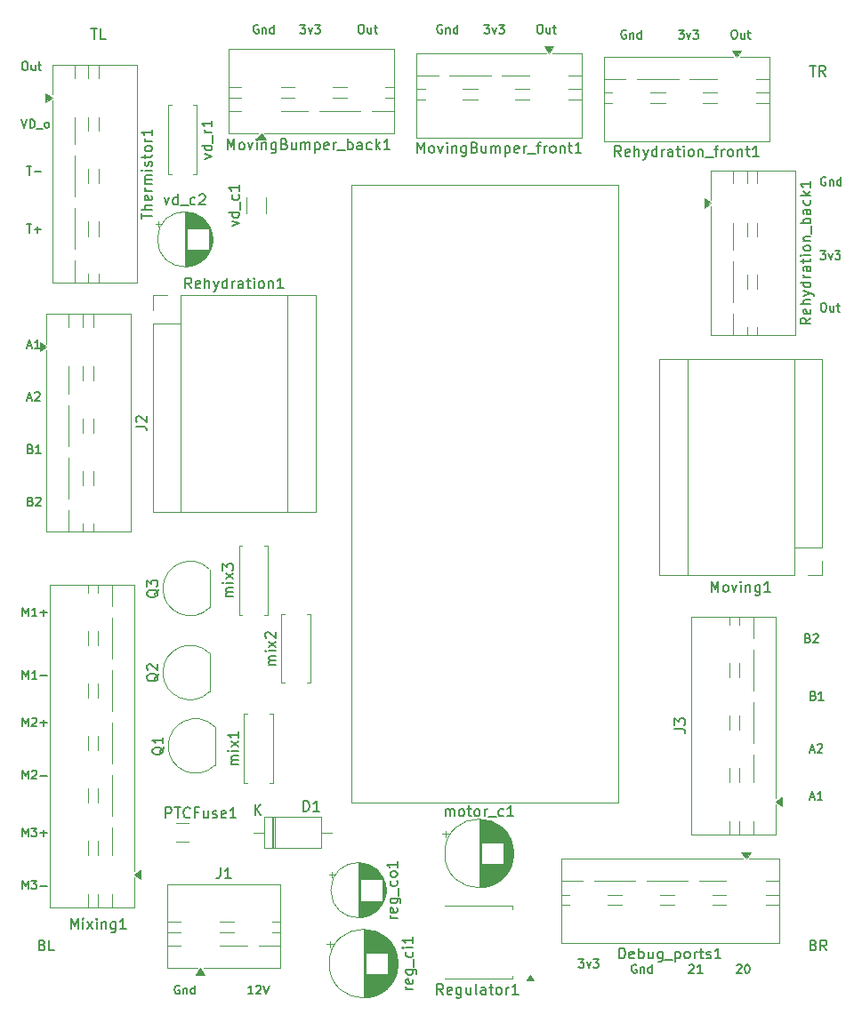
<source format=gbr>
%TF.GenerationSoftware,KiCad,Pcbnew,9.0.1*%
%TF.CreationDate,2025-05-12T18:48:48-07:00*%
%TF.ProjectId,pcb,7063622e-6b69-4636-9164-5f7063625858,rev?*%
%TF.SameCoordinates,Original*%
%TF.FileFunction,Legend,Top*%
%TF.FilePolarity,Positive*%
%FSLAX46Y46*%
G04 Gerber Fmt 4.6, Leading zero omitted, Abs format (unit mm)*
G04 Created by KiCad (PCBNEW 9.0.1) date 2025-05-12 18:48:48*
%MOMM*%
%LPD*%
G01*
G04 APERTURE LIST*
%ADD10C,0.152400*%
%ADD11C,0.150000*%
%ADD12C,0.120000*%
G04 APERTURE END LIST*
D10*
X97755082Y-86660375D02*
X98142129Y-86660375D01*
X97677672Y-86892603D02*
X97948605Y-86079803D01*
X97948605Y-86079803D02*
X98219539Y-86892603D01*
X98451768Y-86157213D02*
X98490472Y-86118508D01*
X98490472Y-86118508D02*
X98567882Y-86079803D01*
X98567882Y-86079803D02*
X98761406Y-86079803D01*
X98761406Y-86079803D02*
X98838815Y-86118508D01*
X98838815Y-86118508D02*
X98877520Y-86157213D01*
X98877520Y-86157213D02*
X98916225Y-86234622D01*
X98916225Y-86234622D02*
X98916225Y-86312032D01*
X98916225Y-86312032D02*
X98877520Y-86428146D01*
X98877520Y-86428146D02*
X98413063Y-86892603D01*
X98413063Y-86892603D02*
X98916225Y-86892603D01*
X154719539Y-51618508D02*
X154642129Y-51579803D01*
X154642129Y-51579803D02*
X154526015Y-51579803D01*
X154526015Y-51579803D02*
X154409901Y-51618508D01*
X154409901Y-51618508D02*
X154332491Y-51695918D01*
X154332491Y-51695918D02*
X154293786Y-51773327D01*
X154293786Y-51773327D02*
X154255082Y-51928146D01*
X154255082Y-51928146D02*
X154255082Y-52044260D01*
X154255082Y-52044260D02*
X154293786Y-52199079D01*
X154293786Y-52199079D02*
X154332491Y-52276489D01*
X154332491Y-52276489D02*
X154409901Y-52353899D01*
X154409901Y-52353899D02*
X154526015Y-52392603D01*
X154526015Y-52392603D02*
X154603424Y-52392603D01*
X154603424Y-52392603D02*
X154719539Y-52353899D01*
X154719539Y-52353899D02*
X154758243Y-52315194D01*
X154758243Y-52315194D02*
X154758243Y-52044260D01*
X154758243Y-52044260D02*
X154603424Y-52044260D01*
X155106586Y-51850737D02*
X155106586Y-52392603D01*
X155106586Y-51928146D02*
X155145291Y-51889441D01*
X155145291Y-51889441D02*
X155222701Y-51850737D01*
X155222701Y-51850737D02*
X155338815Y-51850737D01*
X155338815Y-51850737D02*
X155416224Y-51889441D01*
X155416224Y-51889441D02*
X155454929Y-51966851D01*
X155454929Y-51966851D02*
X155454929Y-52392603D01*
X156190319Y-52392603D02*
X156190319Y-51579803D01*
X156190319Y-52353899D02*
X156112910Y-52392603D01*
X156112910Y-52392603D02*
X155958091Y-52392603D01*
X155958091Y-52392603D02*
X155880681Y-52353899D01*
X155880681Y-52353899D02*
X155841976Y-52315194D01*
X155841976Y-52315194D02*
X155803272Y-52237784D01*
X155803272Y-52237784D02*
X155803272Y-52005556D01*
X155803272Y-52005556D02*
X155841976Y-51928146D01*
X155841976Y-51928146D02*
X155880681Y-51889441D01*
X155880681Y-51889441D02*
X155958091Y-51850737D01*
X155958091Y-51850737D02*
X156112910Y-51850737D01*
X156112910Y-51850737D02*
X156190319Y-51889441D01*
X146448605Y-51079803D02*
X146603424Y-51079803D01*
X146603424Y-51079803D02*
X146680834Y-51118508D01*
X146680834Y-51118508D02*
X146758243Y-51195918D01*
X146758243Y-51195918D02*
X146796948Y-51350737D01*
X146796948Y-51350737D02*
X146796948Y-51621670D01*
X146796948Y-51621670D02*
X146758243Y-51776489D01*
X146758243Y-51776489D02*
X146680834Y-51853899D01*
X146680834Y-51853899D02*
X146603424Y-51892603D01*
X146603424Y-51892603D02*
X146448605Y-51892603D01*
X146448605Y-51892603D02*
X146371196Y-51853899D01*
X146371196Y-51853899D02*
X146293786Y-51776489D01*
X146293786Y-51776489D02*
X146255082Y-51621670D01*
X146255082Y-51621670D02*
X146255082Y-51350737D01*
X146255082Y-51350737D02*
X146293786Y-51195918D01*
X146293786Y-51195918D02*
X146371196Y-51118508D01*
X146371196Y-51118508D02*
X146448605Y-51079803D01*
X147493634Y-51350737D02*
X147493634Y-51892603D01*
X147145291Y-51350737D02*
X147145291Y-51776489D01*
X147145291Y-51776489D02*
X147183996Y-51853899D01*
X147183996Y-51853899D02*
X147261406Y-51892603D01*
X147261406Y-51892603D02*
X147377520Y-51892603D01*
X147377520Y-51892603D02*
X147454929Y-51853899D01*
X147454929Y-51853899D02*
X147493634Y-51815194D01*
X147764567Y-51350737D02*
X148074205Y-51350737D01*
X147880681Y-51079803D02*
X147880681Y-51776489D01*
X147880681Y-51776489D02*
X147919386Y-51853899D01*
X147919386Y-51853899D02*
X147996796Y-51892603D01*
X147996796Y-51892603D02*
X148074205Y-51892603D01*
X97293786Y-122892603D02*
X97293786Y-122079803D01*
X97293786Y-122079803D02*
X97564720Y-122660375D01*
X97564720Y-122660375D02*
X97835653Y-122079803D01*
X97835653Y-122079803D02*
X97835653Y-122892603D01*
X98183996Y-122157213D02*
X98222700Y-122118508D01*
X98222700Y-122118508D02*
X98300110Y-122079803D01*
X98300110Y-122079803D02*
X98493634Y-122079803D01*
X98493634Y-122079803D02*
X98571043Y-122118508D01*
X98571043Y-122118508D02*
X98609748Y-122157213D01*
X98609748Y-122157213D02*
X98648453Y-122234622D01*
X98648453Y-122234622D02*
X98648453Y-122312032D01*
X98648453Y-122312032D02*
X98609748Y-122428146D01*
X98609748Y-122428146D02*
X98145291Y-122892603D01*
X98145291Y-122892603D02*
X98648453Y-122892603D01*
X98996795Y-122582965D02*
X99616072Y-122582965D01*
X155719539Y-140618508D02*
X155642129Y-140579803D01*
X155642129Y-140579803D02*
X155526015Y-140579803D01*
X155526015Y-140579803D02*
X155409901Y-140618508D01*
X155409901Y-140618508D02*
X155332491Y-140695918D01*
X155332491Y-140695918D02*
X155293786Y-140773327D01*
X155293786Y-140773327D02*
X155255082Y-140928146D01*
X155255082Y-140928146D02*
X155255082Y-141044260D01*
X155255082Y-141044260D02*
X155293786Y-141199079D01*
X155293786Y-141199079D02*
X155332491Y-141276489D01*
X155332491Y-141276489D02*
X155409901Y-141353899D01*
X155409901Y-141353899D02*
X155526015Y-141392603D01*
X155526015Y-141392603D02*
X155603424Y-141392603D01*
X155603424Y-141392603D02*
X155719539Y-141353899D01*
X155719539Y-141353899D02*
X155758243Y-141315194D01*
X155758243Y-141315194D02*
X155758243Y-141044260D01*
X155758243Y-141044260D02*
X155603424Y-141044260D01*
X156106586Y-140850737D02*
X156106586Y-141392603D01*
X156106586Y-140928146D02*
X156145291Y-140889441D01*
X156145291Y-140889441D02*
X156222701Y-140850737D01*
X156222701Y-140850737D02*
X156338815Y-140850737D01*
X156338815Y-140850737D02*
X156416224Y-140889441D01*
X156416224Y-140889441D02*
X156454929Y-140966851D01*
X156454929Y-140966851D02*
X156454929Y-141392603D01*
X157190319Y-141392603D02*
X157190319Y-140579803D01*
X157190319Y-141353899D02*
X157112910Y-141392603D01*
X157112910Y-141392603D02*
X156958091Y-141392603D01*
X156958091Y-141392603D02*
X156880681Y-141353899D01*
X156880681Y-141353899D02*
X156841976Y-141315194D01*
X156841976Y-141315194D02*
X156803272Y-141237784D01*
X156803272Y-141237784D02*
X156803272Y-141005556D01*
X156803272Y-141005556D02*
X156841976Y-140928146D01*
X156841976Y-140928146D02*
X156880681Y-140889441D01*
X156880681Y-140889441D02*
X156958091Y-140850737D01*
X156958091Y-140850737D02*
X157112910Y-140850737D01*
X157112910Y-140850737D02*
X157190319Y-140889441D01*
X98064720Y-91466851D02*
X98180834Y-91505556D01*
X98180834Y-91505556D02*
X98219539Y-91544260D01*
X98219539Y-91544260D02*
X98258243Y-91621670D01*
X98258243Y-91621670D02*
X98258243Y-91737784D01*
X98258243Y-91737784D02*
X98219539Y-91815194D01*
X98219539Y-91815194D02*
X98180834Y-91853899D01*
X98180834Y-91853899D02*
X98103424Y-91892603D01*
X98103424Y-91892603D02*
X97793786Y-91892603D01*
X97793786Y-91892603D02*
X97793786Y-91079803D01*
X97793786Y-91079803D02*
X98064720Y-91079803D01*
X98064720Y-91079803D02*
X98142129Y-91118508D01*
X98142129Y-91118508D02*
X98180834Y-91157213D01*
X98180834Y-91157213D02*
X98219539Y-91234622D01*
X98219539Y-91234622D02*
X98219539Y-91312032D01*
X98219539Y-91312032D02*
X98180834Y-91389441D01*
X98180834Y-91389441D02*
X98142129Y-91428146D01*
X98142129Y-91428146D02*
X98064720Y-91466851D01*
X98064720Y-91466851D02*
X97793786Y-91466851D01*
X99032339Y-91892603D02*
X98567882Y-91892603D01*
X98800110Y-91892603D02*
X98800110Y-91079803D01*
X98800110Y-91079803D02*
X98722701Y-91195918D01*
X98722701Y-91195918D02*
X98645291Y-91273327D01*
X98645291Y-91273327D02*
X98567882Y-91312032D01*
X112219539Y-142618508D02*
X112142129Y-142579803D01*
X112142129Y-142579803D02*
X112026015Y-142579803D01*
X112026015Y-142579803D02*
X111909901Y-142618508D01*
X111909901Y-142618508D02*
X111832491Y-142695918D01*
X111832491Y-142695918D02*
X111793786Y-142773327D01*
X111793786Y-142773327D02*
X111755082Y-142928146D01*
X111755082Y-142928146D02*
X111755082Y-143044260D01*
X111755082Y-143044260D02*
X111793786Y-143199079D01*
X111793786Y-143199079D02*
X111832491Y-143276489D01*
X111832491Y-143276489D02*
X111909901Y-143353899D01*
X111909901Y-143353899D02*
X112026015Y-143392603D01*
X112026015Y-143392603D02*
X112103424Y-143392603D01*
X112103424Y-143392603D02*
X112219539Y-143353899D01*
X112219539Y-143353899D02*
X112258243Y-143315194D01*
X112258243Y-143315194D02*
X112258243Y-143044260D01*
X112258243Y-143044260D02*
X112103424Y-143044260D01*
X112606586Y-142850737D02*
X112606586Y-143392603D01*
X112606586Y-142928146D02*
X112645291Y-142889441D01*
X112645291Y-142889441D02*
X112722701Y-142850737D01*
X112722701Y-142850737D02*
X112838815Y-142850737D01*
X112838815Y-142850737D02*
X112916224Y-142889441D01*
X112916224Y-142889441D02*
X112954929Y-142966851D01*
X112954929Y-142966851D02*
X112954929Y-143392603D01*
X113690319Y-143392603D02*
X113690319Y-142579803D01*
X113690319Y-143353899D02*
X113612910Y-143392603D01*
X113612910Y-143392603D02*
X113458091Y-143392603D01*
X113458091Y-143392603D02*
X113380681Y-143353899D01*
X113380681Y-143353899D02*
X113341976Y-143315194D01*
X113341976Y-143315194D02*
X113303272Y-143237784D01*
X113303272Y-143237784D02*
X113303272Y-143005556D01*
X113303272Y-143005556D02*
X113341976Y-142928146D01*
X113341976Y-142928146D02*
X113380681Y-142889441D01*
X113380681Y-142889441D02*
X113458091Y-142850737D01*
X113458091Y-142850737D02*
X113612910Y-142850737D01*
X113612910Y-142850737D02*
X113690319Y-142889441D01*
X129448605Y-51079803D02*
X129603424Y-51079803D01*
X129603424Y-51079803D02*
X129680834Y-51118508D01*
X129680834Y-51118508D02*
X129758243Y-51195918D01*
X129758243Y-51195918D02*
X129796948Y-51350737D01*
X129796948Y-51350737D02*
X129796948Y-51621670D01*
X129796948Y-51621670D02*
X129758243Y-51776489D01*
X129758243Y-51776489D02*
X129680834Y-51853899D01*
X129680834Y-51853899D02*
X129603424Y-51892603D01*
X129603424Y-51892603D02*
X129448605Y-51892603D01*
X129448605Y-51892603D02*
X129371196Y-51853899D01*
X129371196Y-51853899D02*
X129293786Y-51776489D01*
X129293786Y-51776489D02*
X129255082Y-51621670D01*
X129255082Y-51621670D02*
X129255082Y-51350737D01*
X129255082Y-51350737D02*
X129293786Y-51195918D01*
X129293786Y-51195918D02*
X129371196Y-51118508D01*
X129371196Y-51118508D02*
X129448605Y-51079803D01*
X130493634Y-51350737D02*
X130493634Y-51892603D01*
X130145291Y-51350737D02*
X130145291Y-51776489D01*
X130145291Y-51776489D02*
X130183996Y-51853899D01*
X130183996Y-51853899D02*
X130261406Y-51892603D01*
X130261406Y-51892603D02*
X130377520Y-51892603D01*
X130377520Y-51892603D02*
X130454929Y-51853899D01*
X130454929Y-51853899D02*
X130493634Y-51815194D01*
X130764567Y-51350737D02*
X131074205Y-51350737D01*
X130880681Y-51079803D02*
X130880681Y-51776489D01*
X130880681Y-51776489D02*
X130919386Y-51853899D01*
X130919386Y-51853899D02*
X130996796Y-51892603D01*
X130996796Y-51892603D02*
X131074205Y-51892603D01*
X97293786Y-113392603D02*
X97293786Y-112579803D01*
X97293786Y-112579803D02*
X97564720Y-113160375D01*
X97564720Y-113160375D02*
X97835653Y-112579803D01*
X97835653Y-112579803D02*
X97835653Y-113392603D01*
X98648453Y-113392603D02*
X98183996Y-113392603D01*
X98416224Y-113392603D02*
X98416224Y-112579803D01*
X98416224Y-112579803D02*
X98338815Y-112695918D01*
X98338815Y-112695918D02*
X98261405Y-112773327D01*
X98261405Y-112773327D02*
X98183996Y-112812032D01*
X98996795Y-113082965D02*
X99616072Y-113082965D01*
X97177672Y-60079803D02*
X97448605Y-60892603D01*
X97448605Y-60892603D02*
X97719539Y-60079803D01*
X97990472Y-60892603D02*
X97990472Y-60079803D01*
X97990472Y-60079803D02*
X98183996Y-60079803D01*
X98183996Y-60079803D02*
X98300110Y-60118508D01*
X98300110Y-60118508D02*
X98377520Y-60195918D01*
X98377520Y-60195918D02*
X98416225Y-60273327D01*
X98416225Y-60273327D02*
X98454929Y-60428146D01*
X98454929Y-60428146D02*
X98454929Y-60544260D01*
X98454929Y-60544260D02*
X98416225Y-60699079D01*
X98416225Y-60699079D02*
X98377520Y-60776489D01*
X98377520Y-60776489D02*
X98300110Y-60853899D01*
X98300110Y-60853899D02*
X98183996Y-60892603D01*
X98183996Y-60892603D02*
X97990472Y-60892603D01*
X98609749Y-60970013D02*
X99229025Y-60970013D01*
X99538663Y-60892603D02*
X99461253Y-60853899D01*
X99461253Y-60853899D02*
X99422548Y-60815194D01*
X99422548Y-60815194D02*
X99383844Y-60737784D01*
X99383844Y-60737784D02*
X99383844Y-60505556D01*
X99383844Y-60505556D02*
X99422548Y-60428146D01*
X99422548Y-60428146D02*
X99461253Y-60389441D01*
X99461253Y-60389441D02*
X99538663Y-60350737D01*
X99538663Y-60350737D02*
X99654777Y-60350737D01*
X99654777Y-60350737D02*
X99732186Y-60389441D01*
X99732186Y-60389441D02*
X99770891Y-60428146D01*
X99770891Y-60428146D02*
X99809596Y-60505556D01*
X99809596Y-60505556D02*
X99809596Y-60737784D01*
X99809596Y-60737784D02*
X99770891Y-60815194D01*
X99770891Y-60815194D02*
X99732186Y-60853899D01*
X99732186Y-60853899D02*
X99654777Y-60892603D01*
X99654777Y-60892603D02*
X99538663Y-60892603D01*
X119219539Y-143392603D02*
X118755082Y-143392603D01*
X118987310Y-143392603D02*
X118987310Y-142579803D01*
X118987310Y-142579803D02*
X118909901Y-142695918D01*
X118909901Y-142695918D02*
X118832491Y-142773327D01*
X118832491Y-142773327D02*
X118755082Y-142812032D01*
X119529177Y-142657213D02*
X119567881Y-142618508D01*
X119567881Y-142618508D02*
X119645291Y-142579803D01*
X119645291Y-142579803D02*
X119838815Y-142579803D01*
X119838815Y-142579803D02*
X119916224Y-142618508D01*
X119916224Y-142618508D02*
X119954929Y-142657213D01*
X119954929Y-142657213D02*
X119993634Y-142734622D01*
X119993634Y-142734622D02*
X119993634Y-142812032D01*
X119993634Y-142812032D02*
X119954929Y-142928146D01*
X119954929Y-142928146D02*
X119490472Y-143392603D01*
X119490472Y-143392603D02*
X119993634Y-143392603D01*
X120225862Y-142579803D02*
X120496795Y-143392603D01*
X120496795Y-143392603D02*
X120767729Y-142579803D01*
X165255082Y-140657213D02*
X165293786Y-140618508D01*
X165293786Y-140618508D02*
X165371196Y-140579803D01*
X165371196Y-140579803D02*
X165564720Y-140579803D01*
X165564720Y-140579803D02*
X165642129Y-140618508D01*
X165642129Y-140618508D02*
X165680834Y-140657213D01*
X165680834Y-140657213D02*
X165719539Y-140734622D01*
X165719539Y-140734622D02*
X165719539Y-140812032D01*
X165719539Y-140812032D02*
X165680834Y-140928146D01*
X165680834Y-140928146D02*
X165216377Y-141392603D01*
X165216377Y-141392603D02*
X165719539Y-141392603D01*
X166222700Y-140579803D02*
X166300110Y-140579803D01*
X166300110Y-140579803D02*
X166377519Y-140618508D01*
X166377519Y-140618508D02*
X166416224Y-140657213D01*
X166416224Y-140657213D02*
X166454929Y-140734622D01*
X166454929Y-140734622D02*
X166493634Y-140889441D01*
X166493634Y-140889441D02*
X166493634Y-141082965D01*
X166493634Y-141082965D02*
X166454929Y-141237784D01*
X166454929Y-141237784D02*
X166416224Y-141315194D01*
X166416224Y-141315194D02*
X166377519Y-141353899D01*
X166377519Y-141353899D02*
X166300110Y-141392603D01*
X166300110Y-141392603D02*
X166222700Y-141392603D01*
X166222700Y-141392603D02*
X166145291Y-141353899D01*
X166145291Y-141353899D02*
X166106586Y-141315194D01*
X166106586Y-141315194D02*
X166067881Y-141237784D01*
X166067881Y-141237784D02*
X166029177Y-141082965D01*
X166029177Y-141082965D02*
X166029177Y-140889441D01*
X166029177Y-140889441D02*
X166067881Y-140734622D01*
X166067881Y-140734622D02*
X166106586Y-140657213D01*
X166106586Y-140657213D02*
X166145291Y-140618508D01*
X166145291Y-140618508D02*
X166222700Y-140579803D01*
X98064720Y-96466851D02*
X98180834Y-96505556D01*
X98180834Y-96505556D02*
X98219539Y-96544260D01*
X98219539Y-96544260D02*
X98258243Y-96621670D01*
X98258243Y-96621670D02*
X98258243Y-96737784D01*
X98258243Y-96737784D02*
X98219539Y-96815194D01*
X98219539Y-96815194D02*
X98180834Y-96853899D01*
X98180834Y-96853899D02*
X98103424Y-96892603D01*
X98103424Y-96892603D02*
X97793786Y-96892603D01*
X97793786Y-96892603D02*
X97793786Y-96079803D01*
X97793786Y-96079803D02*
X98064720Y-96079803D01*
X98064720Y-96079803D02*
X98142129Y-96118508D01*
X98142129Y-96118508D02*
X98180834Y-96157213D01*
X98180834Y-96157213D02*
X98219539Y-96234622D01*
X98219539Y-96234622D02*
X98219539Y-96312032D01*
X98219539Y-96312032D02*
X98180834Y-96389441D01*
X98180834Y-96389441D02*
X98142129Y-96428146D01*
X98142129Y-96428146D02*
X98064720Y-96466851D01*
X98064720Y-96466851D02*
X97793786Y-96466851D01*
X98567882Y-96157213D02*
X98606586Y-96118508D01*
X98606586Y-96118508D02*
X98683996Y-96079803D01*
X98683996Y-96079803D02*
X98877520Y-96079803D01*
X98877520Y-96079803D02*
X98954929Y-96118508D01*
X98954929Y-96118508D02*
X98993634Y-96157213D01*
X98993634Y-96157213D02*
X99032339Y-96234622D01*
X99032339Y-96234622D02*
X99032339Y-96312032D01*
X99032339Y-96312032D02*
X98993634Y-96428146D01*
X98993634Y-96428146D02*
X98529177Y-96892603D01*
X98529177Y-96892603D02*
X99032339Y-96892603D01*
X97448605Y-54579803D02*
X97603424Y-54579803D01*
X97603424Y-54579803D02*
X97680834Y-54618508D01*
X97680834Y-54618508D02*
X97758243Y-54695918D01*
X97758243Y-54695918D02*
X97796948Y-54850737D01*
X97796948Y-54850737D02*
X97796948Y-55121670D01*
X97796948Y-55121670D02*
X97758243Y-55276489D01*
X97758243Y-55276489D02*
X97680834Y-55353899D01*
X97680834Y-55353899D02*
X97603424Y-55392603D01*
X97603424Y-55392603D02*
X97448605Y-55392603D01*
X97448605Y-55392603D02*
X97371196Y-55353899D01*
X97371196Y-55353899D02*
X97293786Y-55276489D01*
X97293786Y-55276489D02*
X97255082Y-55121670D01*
X97255082Y-55121670D02*
X97255082Y-54850737D01*
X97255082Y-54850737D02*
X97293786Y-54695918D01*
X97293786Y-54695918D02*
X97371196Y-54618508D01*
X97371196Y-54618508D02*
X97448605Y-54579803D01*
X98493634Y-54850737D02*
X98493634Y-55392603D01*
X98145291Y-54850737D02*
X98145291Y-55276489D01*
X98145291Y-55276489D02*
X98183996Y-55353899D01*
X98183996Y-55353899D02*
X98261406Y-55392603D01*
X98261406Y-55392603D02*
X98377520Y-55392603D01*
X98377520Y-55392603D02*
X98454929Y-55353899D01*
X98454929Y-55353899D02*
X98493634Y-55315194D01*
X98764567Y-54850737D02*
X99074205Y-54850737D01*
X98880681Y-54579803D02*
X98880681Y-55276489D01*
X98880681Y-55276489D02*
X98919386Y-55353899D01*
X98919386Y-55353899D02*
X98996796Y-55392603D01*
X98996796Y-55392603D02*
X99074205Y-55392603D01*
X97293786Y-128392603D02*
X97293786Y-127579803D01*
X97293786Y-127579803D02*
X97564720Y-128160375D01*
X97564720Y-128160375D02*
X97835653Y-127579803D01*
X97835653Y-127579803D02*
X97835653Y-128392603D01*
X98145291Y-127579803D02*
X98648453Y-127579803D01*
X98648453Y-127579803D02*
X98377519Y-127889441D01*
X98377519Y-127889441D02*
X98493634Y-127889441D01*
X98493634Y-127889441D02*
X98571043Y-127928146D01*
X98571043Y-127928146D02*
X98609748Y-127966851D01*
X98609748Y-127966851D02*
X98648453Y-128044260D01*
X98648453Y-128044260D02*
X98648453Y-128237784D01*
X98648453Y-128237784D02*
X98609748Y-128315194D01*
X98609748Y-128315194D02*
X98571043Y-128353899D01*
X98571043Y-128353899D02*
X98493634Y-128392603D01*
X98493634Y-128392603D02*
X98261405Y-128392603D01*
X98261405Y-128392603D02*
X98183996Y-128353899D01*
X98183996Y-128353899D02*
X98145291Y-128315194D01*
X98996795Y-128082965D02*
X99616072Y-128082965D01*
X99306433Y-128392603D02*
X99306433Y-127773327D01*
X97293786Y-133392603D02*
X97293786Y-132579803D01*
X97293786Y-132579803D02*
X97564720Y-133160375D01*
X97564720Y-133160375D02*
X97835653Y-132579803D01*
X97835653Y-132579803D02*
X97835653Y-133392603D01*
X98145291Y-132579803D02*
X98648453Y-132579803D01*
X98648453Y-132579803D02*
X98377519Y-132889441D01*
X98377519Y-132889441D02*
X98493634Y-132889441D01*
X98493634Y-132889441D02*
X98571043Y-132928146D01*
X98571043Y-132928146D02*
X98609748Y-132966851D01*
X98609748Y-132966851D02*
X98648453Y-133044260D01*
X98648453Y-133044260D02*
X98648453Y-133237784D01*
X98648453Y-133237784D02*
X98609748Y-133315194D01*
X98609748Y-133315194D02*
X98571043Y-133353899D01*
X98571043Y-133353899D02*
X98493634Y-133392603D01*
X98493634Y-133392603D02*
X98261405Y-133392603D01*
X98261405Y-133392603D02*
X98183996Y-133353899D01*
X98183996Y-133353899D02*
X98145291Y-133315194D01*
X98996795Y-133082965D02*
X99616072Y-133082965D01*
X137219539Y-51118508D02*
X137142129Y-51079803D01*
X137142129Y-51079803D02*
X137026015Y-51079803D01*
X137026015Y-51079803D02*
X136909901Y-51118508D01*
X136909901Y-51118508D02*
X136832491Y-51195918D01*
X136832491Y-51195918D02*
X136793786Y-51273327D01*
X136793786Y-51273327D02*
X136755082Y-51428146D01*
X136755082Y-51428146D02*
X136755082Y-51544260D01*
X136755082Y-51544260D02*
X136793786Y-51699079D01*
X136793786Y-51699079D02*
X136832491Y-51776489D01*
X136832491Y-51776489D02*
X136909901Y-51853899D01*
X136909901Y-51853899D02*
X137026015Y-51892603D01*
X137026015Y-51892603D02*
X137103424Y-51892603D01*
X137103424Y-51892603D02*
X137219539Y-51853899D01*
X137219539Y-51853899D02*
X137258243Y-51815194D01*
X137258243Y-51815194D02*
X137258243Y-51544260D01*
X137258243Y-51544260D02*
X137103424Y-51544260D01*
X137606586Y-51350737D02*
X137606586Y-51892603D01*
X137606586Y-51428146D02*
X137645291Y-51389441D01*
X137645291Y-51389441D02*
X137722701Y-51350737D01*
X137722701Y-51350737D02*
X137838815Y-51350737D01*
X137838815Y-51350737D02*
X137916224Y-51389441D01*
X137916224Y-51389441D02*
X137954929Y-51466851D01*
X137954929Y-51466851D02*
X137954929Y-51892603D01*
X138690319Y-51892603D02*
X138690319Y-51079803D01*
X138690319Y-51853899D02*
X138612910Y-51892603D01*
X138612910Y-51892603D02*
X138458091Y-51892603D01*
X138458091Y-51892603D02*
X138380681Y-51853899D01*
X138380681Y-51853899D02*
X138341976Y-51815194D01*
X138341976Y-51815194D02*
X138303272Y-51737784D01*
X138303272Y-51737784D02*
X138303272Y-51505556D01*
X138303272Y-51505556D02*
X138341976Y-51428146D01*
X138341976Y-51428146D02*
X138380681Y-51389441D01*
X138380681Y-51389441D02*
X138458091Y-51350737D01*
X138458091Y-51350737D02*
X138612910Y-51350737D01*
X138612910Y-51350737D02*
X138690319Y-51389441D01*
X119719539Y-51118508D02*
X119642129Y-51079803D01*
X119642129Y-51079803D02*
X119526015Y-51079803D01*
X119526015Y-51079803D02*
X119409901Y-51118508D01*
X119409901Y-51118508D02*
X119332491Y-51195918D01*
X119332491Y-51195918D02*
X119293786Y-51273327D01*
X119293786Y-51273327D02*
X119255082Y-51428146D01*
X119255082Y-51428146D02*
X119255082Y-51544260D01*
X119255082Y-51544260D02*
X119293786Y-51699079D01*
X119293786Y-51699079D02*
X119332491Y-51776489D01*
X119332491Y-51776489D02*
X119409901Y-51853899D01*
X119409901Y-51853899D02*
X119526015Y-51892603D01*
X119526015Y-51892603D02*
X119603424Y-51892603D01*
X119603424Y-51892603D02*
X119719539Y-51853899D01*
X119719539Y-51853899D02*
X119758243Y-51815194D01*
X119758243Y-51815194D02*
X119758243Y-51544260D01*
X119758243Y-51544260D02*
X119603424Y-51544260D01*
X120106586Y-51350737D02*
X120106586Y-51892603D01*
X120106586Y-51428146D02*
X120145291Y-51389441D01*
X120145291Y-51389441D02*
X120222701Y-51350737D01*
X120222701Y-51350737D02*
X120338815Y-51350737D01*
X120338815Y-51350737D02*
X120416224Y-51389441D01*
X120416224Y-51389441D02*
X120454929Y-51466851D01*
X120454929Y-51466851D02*
X120454929Y-51892603D01*
X121190319Y-51892603D02*
X121190319Y-51079803D01*
X121190319Y-51853899D02*
X121112910Y-51892603D01*
X121112910Y-51892603D02*
X120958091Y-51892603D01*
X120958091Y-51892603D02*
X120880681Y-51853899D01*
X120880681Y-51853899D02*
X120841976Y-51815194D01*
X120841976Y-51815194D02*
X120803272Y-51737784D01*
X120803272Y-51737784D02*
X120803272Y-51505556D01*
X120803272Y-51505556D02*
X120841976Y-51428146D01*
X120841976Y-51428146D02*
X120880681Y-51389441D01*
X120880681Y-51389441D02*
X120958091Y-51350737D01*
X120958091Y-51350737D02*
X121112910Y-51350737D01*
X121112910Y-51350737D02*
X121190319Y-51389441D01*
X141216377Y-51079803D02*
X141719539Y-51079803D01*
X141719539Y-51079803D02*
X141448605Y-51389441D01*
X141448605Y-51389441D02*
X141564720Y-51389441D01*
X141564720Y-51389441D02*
X141642129Y-51428146D01*
X141642129Y-51428146D02*
X141680834Y-51466851D01*
X141680834Y-51466851D02*
X141719539Y-51544260D01*
X141719539Y-51544260D02*
X141719539Y-51737784D01*
X141719539Y-51737784D02*
X141680834Y-51815194D01*
X141680834Y-51815194D02*
X141642129Y-51853899D01*
X141642129Y-51853899D02*
X141564720Y-51892603D01*
X141564720Y-51892603D02*
X141332491Y-51892603D01*
X141332491Y-51892603D02*
X141255082Y-51853899D01*
X141255082Y-51853899D02*
X141216377Y-51815194D01*
X141990472Y-51350737D02*
X142183996Y-51892603D01*
X142183996Y-51892603D02*
X142377519Y-51350737D01*
X142609748Y-51079803D02*
X143112910Y-51079803D01*
X143112910Y-51079803D02*
X142841976Y-51389441D01*
X142841976Y-51389441D02*
X142958091Y-51389441D01*
X142958091Y-51389441D02*
X143035500Y-51428146D01*
X143035500Y-51428146D02*
X143074205Y-51466851D01*
X143074205Y-51466851D02*
X143112910Y-51544260D01*
X143112910Y-51544260D02*
X143112910Y-51737784D01*
X143112910Y-51737784D02*
X143074205Y-51815194D01*
X143074205Y-51815194D02*
X143035500Y-51853899D01*
X143035500Y-51853899D02*
X142958091Y-51892603D01*
X142958091Y-51892603D02*
X142725862Y-51892603D01*
X142725862Y-51892603D02*
X142648453Y-51853899D01*
X142648453Y-51853899D02*
X142609748Y-51815194D01*
X164948605Y-51579803D02*
X165103424Y-51579803D01*
X165103424Y-51579803D02*
X165180834Y-51618508D01*
X165180834Y-51618508D02*
X165258243Y-51695918D01*
X165258243Y-51695918D02*
X165296948Y-51850737D01*
X165296948Y-51850737D02*
X165296948Y-52121670D01*
X165296948Y-52121670D02*
X165258243Y-52276489D01*
X165258243Y-52276489D02*
X165180834Y-52353899D01*
X165180834Y-52353899D02*
X165103424Y-52392603D01*
X165103424Y-52392603D02*
X164948605Y-52392603D01*
X164948605Y-52392603D02*
X164871196Y-52353899D01*
X164871196Y-52353899D02*
X164793786Y-52276489D01*
X164793786Y-52276489D02*
X164755082Y-52121670D01*
X164755082Y-52121670D02*
X164755082Y-51850737D01*
X164755082Y-51850737D02*
X164793786Y-51695918D01*
X164793786Y-51695918D02*
X164871196Y-51618508D01*
X164871196Y-51618508D02*
X164948605Y-51579803D01*
X165993634Y-51850737D02*
X165993634Y-52392603D01*
X165645291Y-51850737D02*
X165645291Y-52276489D01*
X165645291Y-52276489D02*
X165683996Y-52353899D01*
X165683996Y-52353899D02*
X165761406Y-52392603D01*
X165761406Y-52392603D02*
X165877520Y-52392603D01*
X165877520Y-52392603D02*
X165954929Y-52353899D01*
X165954929Y-52353899D02*
X165993634Y-52315194D01*
X166264567Y-51850737D02*
X166574205Y-51850737D01*
X166380681Y-51579803D02*
X166380681Y-52276489D01*
X166380681Y-52276489D02*
X166419386Y-52353899D01*
X166419386Y-52353899D02*
X166496796Y-52392603D01*
X166496796Y-52392603D02*
X166574205Y-52392603D01*
X97293786Y-107392603D02*
X97293786Y-106579803D01*
X97293786Y-106579803D02*
X97564720Y-107160375D01*
X97564720Y-107160375D02*
X97835653Y-106579803D01*
X97835653Y-106579803D02*
X97835653Y-107392603D01*
X98648453Y-107392603D02*
X98183996Y-107392603D01*
X98416224Y-107392603D02*
X98416224Y-106579803D01*
X98416224Y-106579803D02*
X98338815Y-106695918D01*
X98338815Y-106695918D02*
X98261405Y-106773327D01*
X98261405Y-106773327D02*
X98183996Y-106812032D01*
X98996795Y-107082965D02*
X99616072Y-107082965D01*
X99306433Y-107392603D02*
X99306433Y-106773327D01*
X97677672Y-70079803D02*
X98142129Y-70079803D01*
X97909901Y-70892603D02*
X97909901Y-70079803D01*
X98413062Y-70582965D02*
X99032339Y-70582965D01*
X98722700Y-70892603D02*
X98722700Y-70273327D01*
X172255082Y-124660375D02*
X172642129Y-124660375D01*
X172177672Y-124892603D02*
X172448605Y-124079803D01*
X172448605Y-124079803D02*
X172719539Y-124892603D01*
X173416225Y-124892603D02*
X172951768Y-124892603D01*
X173183996Y-124892603D02*
X173183996Y-124079803D01*
X173183996Y-124079803D02*
X173106587Y-124195918D01*
X173106587Y-124195918D02*
X173029177Y-124273327D01*
X173029177Y-124273327D02*
X172951768Y-124312032D01*
X172064720Y-109466851D02*
X172180834Y-109505556D01*
X172180834Y-109505556D02*
X172219539Y-109544260D01*
X172219539Y-109544260D02*
X172258243Y-109621670D01*
X172258243Y-109621670D02*
X172258243Y-109737784D01*
X172258243Y-109737784D02*
X172219539Y-109815194D01*
X172219539Y-109815194D02*
X172180834Y-109853899D01*
X172180834Y-109853899D02*
X172103424Y-109892603D01*
X172103424Y-109892603D02*
X171793786Y-109892603D01*
X171793786Y-109892603D02*
X171793786Y-109079803D01*
X171793786Y-109079803D02*
X172064720Y-109079803D01*
X172064720Y-109079803D02*
X172142129Y-109118508D01*
X172142129Y-109118508D02*
X172180834Y-109157213D01*
X172180834Y-109157213D02*
X172219539Y-109234622D01*
X172219539Y-109234622D02*
X172219539Y-109312032D01*
X172219539Y-109312032D02*
X172180834Y-109389441D01*
X172180834Y-109389441D02*
X172142129Y-109428146D01*
X172142129Y-109428146D02*
X172064720Y-109466851D01*
X172064720Y-109466851D02*
X171793786Y-109466851D01*
X172567882Y-109157213D02*
X172606586Y-109118508D01*
X172606586Y-109118508D02*
X172683996Y-109079803D01*
X172683996Y-109079803D02*
X172877520Y-109079803D01*
X172877520Y-109079803D02*
X172954929Y-109118508D01*
X172954929Y-109118508D02*
X172993634Y-109157213D01*
X172993634Y-109157213D02*
X173032339Y-109234622D01*
X173032339Y-109234622D02*
X173032339Y-109312032D01*
X173032339Y-109312032D02*
X172993634Y-109428146D01*
X172993634Y-109428146D02*
X172529177Y-109892603D01*
X172529177Y-109892603D02*
X173032339Y-109892603D01*
X150216377Y-140079803D02*
X150719539Y-140079803D01*
X150719539Y-140079803D02*
X150448605Y-140389441D01*
X150448605Y-140389441D02*
X150564720Y-140389441D01*
X150564720Y-140389441D02*
X150642129Y-140428146D01*
X150642129Y-140428146D02*
X150680834Y-140466851D01*
X150680834Y-140466851D02*
X150719539Y-140544260D01*
X150719539Y-140544260D02*
X150719539Y-140737784D01*
X150719539Y-140737784D02*
X150680834Y-140815194D01*
X150680834Y-140815194D02*
X150642129Y-140853899D01*
X150642129Y-140853899D02*
X150564720Y-140892603D01*
X150564720Y-140892603D02*
X150332491Y-140892603D01*
X150332491Y-140892603D02*
X150255082Y-140853899D01*
X150255082Y-140853899D02*
X150216377Y-140815194D01*
X150990472Y-140350737D02*
X151183996Y-140892603D01*
X151183996Y-140892603D02*
X151377519Y-140350737D01*
X151609748Y-140079803D02*
X152112910Y-140079803D01*
X152112910Y-140079803D02*
X151841976Y-140389441D01*
X151841976Y-140389441D02*
X151958091Y-140389441D01*
X151958091Y-140389441D02*
X152035500Y-140428146D01*
X152035500Y-140428146D02*
X152074205Y-140466851D01*
X152074205Y-140466851D02*
X152112910Y-140544260D01*
X152112910Y-140544260D02*
X152112910Y-140737784D01*
X152112910Y-140737784D02*
X152074205Y-140815194D01*
X152074205Y-140815194D02*
X152035500Y-140853899D01*
X152035500Y-140853899D02*
X151958091Y-140892603D01*
X151958091Y-140892603D02*
X151725862Y-140892603D01*
X151725862Y-140892603D02*
X151648453Y-140853899D01*
X151648453Y-140853899D02*
X151609748Y-140815194D01*
X159716377Y-51579803D02*
X160219539Y-51579803D01*
X160219539Y-51579803D02*
X159948605Y-51889441D01*
X159948605Y-51889441D02*
X160064720Y-51889441D01*
X160064720Y-51889441D02*
X160142129Y-51928146D01*
X160142129Y-51928146D02*
X160180834Y-51966851D01*
X160180834Y-51966851D02*
X160219539Y-52044260D01*
X160219539Y-52044260D02*
X160219539Y-52237784D01*
X160219539Y-52237784D02*
X160180834Y-52315194D01*
X160180834Y-52315194D02*
X160142129Y-52353899D01*
X160142129Y-52353899D02*
X160064720Y-52392603D01*
X160064720Y-52392603D02*
X159832491Y-52392603D01*
X159832491Y-52392603D02*
X159755082Y-52353899D01*
X159755082Y-52353899D02*
X159716377Y-52315194D01*
X160490472Y-51850737D02*
X160683996Y-52392603D01*
X160683996Y-52392603D02*
X160877519Y-51850737D01*
X161109748Y-51579803D02*
X161612910Y-51579803D01*
X161612910Y-51579803D02*
X161341976Y-51889441D01*
X161341976Y-51889441D02*
X161458091Y-51889441D01*
X161458091Y-51889441D02*
X161535500Y-51928146D01*
X161535500Y-51928146D02*
X161574205Y-51966851D01*
X161574205Y-51966851D02*
X161612910Y-52044260D01*
X161612910Y-52044260D02*
X161612910Y-52237784D01*
X161612910Y-52237784D02*
X161574205Y-52315194D01*
X161574205Y-52315194D02*
X161535500Y-52353899D01*
X161535500Y-52353899D02*
X161458091Y-52392603D01*
X161458091Y-52392603D02*
X161225862Y-52392603D01*
X161225862Y-52392603D02*
X161148453Y-52353899D01*
X161148453Y-52353899D02*
X161109748Y-52315194D01*
X173216377Y-72579803D02*
X173719539Y-72579803D01*
X173719539Y-72579803D02*
X173448605Y-72889441D01*
X173448605Y-72889441D02*
X173564720Y-72889441D01*
X173564720Y-72889441D02*
X173642129Y-72928146D01*
X173642129Y-72928146D02*
X173680834Y-72966851D01*
X173680834Y-72966851D02*
X173719539Y-73044260D01*
X173719539Y-73044260D02*
X173719539Y-73237784D01*
X173719539Y-73237784D02*
X173680834Y-73315194D01*
X173680834Y-73315194D02*
X173642129Y-73353899D01*
X173642129Y-73353899D02*
X173564720Y-73392603D01*
X173564720Y-73392603D02*
X173332491Y-73392603D01*
X173332491Y-73392603D02*
X173255082Y-73353899D01*
X173255082Y-73353899D02*
X173216377Y-73315194D01*
X173990472Y-72850737D02*
X174183996Y-73392603D01*
X174183996Y-73392603D02*
X174377519Y-72850737D01*
X174609748Y-72579803D02*
X175112910Y-72579803D01*
X175112910Y-72579803D02*
X174841976Y-72889441D01*
X174841976Y-72889441D02*
X174958091Y-72889441D01*
X174958091Y-72889441D02*
X175035500Y-72928146D01*
X175035500Y-72928146D02*
X175074205Y-72966851D01*
X175074205Y-72966851D02*
X175112910Y-73044260D01*
X175112910Y-73044260D02*
X175112910Y-73237784D01*
X175112910Y-73237784D02*
X175074205Y-73315194D01*
X175074205Y-73315194D02*
X175035500Y-73353899D01*
X175035500Y-73353899D02*
X174958091Y-73392603D01*
X174958091Y-73392603D02*
X174725862Y-73392603D01*
X174725862Y-73392603D02*
X174648453Y-73353899D01*
X174648453Y-73353899D02*
X174609748Y-73315194D01*
X97755082Y-81660375D02*
X98142129Y-81660375D01*
X97677672Y-81892603D02*
X97948605Y-81079803D01*
X97948605Y-81079803D02*
X98219539Y-81892603D01*
X98916225Y-81892603D02*
X98451768Y-81892603D01*
X98683996Y-81892603D02*
X98683996Y-81079803D01*
X98683996Y-81079803D02*
X98606587Y-81195918D01*
X98606587Y-81195918D02*
X98529177Y-81273327D01*
X98529177Y-81273327D02*
X98451768Y-81312032D01*
X172255082Y-120160375D02*
X172642129Y-120160375D01*
X172177672Y-120392603D02*
X172448605Y-119579803D01*
X172448605Y-119579803D02*
X172719539Y-120392603D01*
X172951768Y-119657213D02*
X172990472Y-119618508D01*
X172990472Y-119618508D02*
X173067882Y-119579803D01*
X173067882Y-119579803D02*
X173261406Y-119579803D01*
X173261406Y-119579803D02*
X173338815Y-119618508D01*
X173338815Y-119618508D02*
X173377520Y-119657213D01*
X173377520Y-119657213D02*
X173416225Y-119734622D01*
X173416225Y-119734622D02*
X173416225Y-119812032D01*
X173416225Y-119812032D02*
X173377520Y-119928146D01*
X173377520Y-119928146D02*
X172913063Y-120392603D01*
X172913063Y-120392603D02*
X173416225Y-120392603D01*
X173719539Y-65618508D02*
X173642129Y-65579803D01*
X173642129Y-65579803D02*
X173526015Y-65579803D01*
X173526015Y-65579803D02*
X173409901Y-65618508D01*
X173409901Y-65618508D02*
X173332491Y-65695918D01*
X173332491Y-65695918D02*
X173293786Y-65773327D01*
X173293786Y-65773327D02*
X173255082Y-65928146D01*
X173255082Y-65928146D02*
X173255082Y-66044260D01*
X173255082Y-66044260D02*
X173293786Y-66199079D01*
X173293786Y-66199079D02*
X173332491Y-66276489D01*
X173332491Y-66276489D02*
X173409901Y-66353899D01*
X173409901Y-66353899D02*
X173526015Y-66392603D01*
X173526015Y-66392603D02*
X173603424Y-66392603D01*
X173603424Y-66392603D02*
X173719539Y-66353899D01*
X173719539Y-66353899D02*
X173758243Y-66315194D01*
X173758243Y-66315194D02*
X173758243Y-66044260D01*
X173758243Y-66044260D02*
X173603424Y-66044260D01*
X174106586Y-65850737D02*
X174106586Y-66392603D01*
X174106586Y-65928146D02*
X174145291Y-65889441D01*
X174145291Y-65889441D02*
X174222701Y-65850737D01*
X174222701Y-65850737D02*
X174338815Y-65850737D01*
X174338815Y-65850737D02*
X174416224Y-65889441D01*
X174416224Y-65889441D02*
X174454929Y-65966851D01*
X174454929Y-65966851D02*
X174454929Y-66392603D01*
X175190319Y-66392603D02*
X175190319Y-65579803D01*
X175190319Y-66353899D02*
X175112910Y-66392603D01*
X175112910Y-66392603D02*
X174958091Y-66392603D01*
X174958091Y-66392603D02*
X174880681Y-66353899D01*
X174880681Y-66353899D02*
X174841976Y-66315194D01*
X174841976Y-66315194D02*
X174803272Y-66237784D01*
X174803272Y-66237784D02*
X174803272Y-66005556D01*
X174803272Y-66005556D02*
X174841976Y-65928146D01*
X174841976Y-65928146D02*
X174880681Y-65889441D01*
X174880681Y-65889441D02*
X174958091Y-65850737D01*
X174958091Y-65850737D02*
X175112910Y-65850737D01*
X175112910Y-65850737D02*
X175190319Y-65889441D01*
X97293786Y-117892603D02*
X97293786Y-117079803D01*
X97293786Y-117079803D02*
X97564720Y-117660375D01*
X97564720Y-117660375D02*
X97835653Y-117079803D01*
X97835653Y-117079803D02*
X97835653Y-117892603D01*
X98183996Y-117157213D02*
X98222700Y-117118508D01*
X98222700Y-117118508D02*
X98300110Y-117079803D01*
X98300110Y-117079803D02*
X98493634Y-117079803D01*
X98493634Y-117079803D02*
X98571043Y-117118508D01*
X98571043Y-117118508D02*
X98609748Y-117157213D01*
X98609748Y-117157213D02*
X98648453Y-117234622D01*
X98648453Y-117234622D02*
X98648453Y-117312032D01*
X98648453Y-117312032D02*
X98609748Y-117428146D01*
X98609748Y-117428146D02*
X98145291Y-117892603D01*
X98145291Y-117892603D02*
X98648453Y-117892603D01*
X98996795Y-117582965D02*
X99616072Y-117582965D01*
X99306433Y-117892603D02*
X99306433Y-117273327D01*
X173448605Y-77579803D02*
X173603424Y-77579803D01*
X173603424Y-77579803D02*
X173680834Y-77618508D01*
X173680834Y-77618508D02*
X173758243Y-77695918D01*
X173758243Y-77695918D02*
X173796948Y-77850737D01*
X173796948Y-77850737D02*
X173796948Y-78121670D01*
X173796948Y-78121670D02*
X173758243Y-78276489D01*
X173758243Y-78276489D02*
X173680834Y-78353899D01*
X173680834Y-78353899D02*
X173603424Y-78392603D01*
X173603424Y-78392603D02*
X173448605Y-78392603D01*
X173448605Y-78392603D02*
X173371196Y-78353899D01*
X173371196Y-78353899D02*
X173293786Y-78276489D01*
X173293786Y-78276489D02*
X173255082Y-78121670D01*
X173255082Y-78121670D02*
X173255082Y-77850737D01*
X173255082Y-77850737D02*
X173293786Y-77695918D01*
X173293786Y-77695918D02*
X173371196Y-77618508D01*
X173371196Y-77618508D02*
X173448605Y-77579803D01*
X174493634Y-77850737D02*
X174493634Y-78392603D01*
X174145291Y-77850737D02*
X174145291Y-78276489D01*
X174145291Y-78276489D02*
X174183996Y-78353899D01*
X174183996Y-78353899D02*
X174261406Y-78392603D01*
X174261406Y-78392603D02*
X174377520Y-78392603D01*
X174377520Y-78392603D02*
X174454929Y-78353899D01*
X174454929Y-78353899D02*
X174493634Y-78315194D01*
X174764567Y-77850737D02*
X175074205Y-77850737D01*
X174880681Y-77579803D02*
X174880681Y-78276489D01*
X174880681Y-78276489D02*
X174919386Y-78353899D01*
X174919386Y-78353899D02*
X174996796Y-78392603D01*
X174996796Y-78392603D02*
X175074205Y-78392603D01*
X123716377Y-51079803D02*
X124219539Y-51079803D01*
X124219539Y-51079803D02*
X123948605Y-51389441D01*
X123948605Y-51389441D02*
X124064720Y-51389441D01*
X124064720Y-51389441D02*
X124142129Y-51428146D01*
X124142129Y-51428146D02*
X124180834Y-51466851D01*
X124180834Y-51466851D02*
X124219539Y-51544260D01*
X124219539Y-51544260D02*
X124219539Y-51737784D01*
X124219539Y-51737784D02*
X124180834Y-51815194D01*
X124180834Y-51815194D02*
X124142129Y-51853899D01*
X124142129Y-51853899D02*
X124064720Y-51892603D01*
X124064720Y-51892603D02*
X123832491Y-51892603D01*
X123832491Y-51892603D02*
X123755082Y-51853899D01*
X123755082Y-51853899D02*
X123716377Y-51815194D01*
X124490472Y-51350737D02*
X124683996Y-51892603D01*
X124683996Y-51892603D02*
X124877519Y-51350737D01*
X125109748Y-51079803D02*
X125612910Y-51079803D01*
X125612910Y-51079803D02*
X125341976Y-51389441D01*
X125341976Y-51389441D02*
X125458091Y-51389441D01*
X125458091Y-51389441D02*
X125535500Y-51428146D01*
X125535500Y-51428146D02*
X125574205Y-51466851D01*
X125574205Y-51466851D02*
X125612910Y-51544260D01*
X125612910Y-51544260D02*
X125612910Y-51737784D01*
X125612910Y-51737784D02*
X125574205Y-51815194D01*
X125574205Y-51815194D02*
X125535500Y-51853899D01*
X125535500Y-51853899D02*
X125458091Y-51892603D01*
X125458091Y-51892603D02*
X125225862Y-51892603D01*
X125225862Y-51892603D02*
X125148453Y-51853899D01*
X125148453Y-51853899D02*
X125109748Y-51815194D01*
X97677672Y-64579803D02*
X98142129Y-64579803D01*
X97909901Y-65392603D02*
X97909901Y-64579803D01*
X98413062Y-65082965D02*
X99032339Y-65082965D01*
X160755082Y-140657213D02*
X160793786Y-140618508D01*
X160793786Y-140618508D02*
X160871196Y-140579803D01*
X160871196Y-140579803D02*
X161064720Y-140579803D01*
X161064720Y-140579803D02*
X161142129Y-140618508D01*
X161142129Y-140618508D02*
X161180834Y-140657213D01*
X161180834Y-140657213D02*
X161219539Y-140734622D01*
X161219539Y-140734622D02*
X161219539Y-140812032D01*
X161219539Y-140812032D02*
X161180834Y-140928146D01*
X161180834Y-140928146D02*
X160716377Y-141392603D01*
X160716377Y-141392603D02*
X161219539Y-141392603D01*
X161993634Y-141392603D02*
X161529177Y-141392603D01*
X161761405Y-141392603D02*
X161761405Y-140579803D01*
X161761405Y-140579803D02*
X161683996Y-140695918D01*
X161683996Y-140695918D02*
X161606586Y-140773327D01*
X161606586Y-140773327D02*
X161529177Y-140812032D01*
X172564720Y-114966851D02*
X172680834Y-115005556D01*
X172680834Y-115005556D02*
X172719539Y-115044260D01*
X172719539Y-115044260D02*
X172758243Y-115121670D01*
X172758243Y-115121670D02*
X172758243Y-115237784D01*
X172758243Y-115237784D02*
X172719539Y-115315194D01*
X172719539Y-115315194D02*
X172680834Y-115353899D01*
X172680834Y-115353899D02*
X172603424Y-115392603D01*
X172603424Y-115392603D02*
X172293786Y-115392603D01*
X172293786Y-115392603D02*
X172293786Y-114579803D01*
X172293786Y-114579803D02*
X172564720Y-114579803D01*
X172564720Y-114579803D02*
X172642129Y-114618508D01*
X172642129Y-114618508D02*
X172680834Y-114657213D01*
X172680834Y-114657213D02*
X172719539Y-114734622D01*
X172719539Y-114734622D02*
X172719539Y-114812032D01*
X172719539Y-114812032D02*
X172680834Y-114889441D01*
X172680834Y-114889441D02*
X172642129Y-114928146D01*
X172642129Y-114928146D02*
X172564720Y-114966851D01*
X172564720Y-114966851D02*
X172293786Y-114966851D01*
X173532339Y-115392603D02*
X173067882Y-115392603D01*
X173300110Y-115392603D02*
X173300110Y-114579803D01*
X173300110Y-114579803D02*
X173222701Y-114695918D01*
X173222701Y-114695918D02*
X173145291Y-114773327D01*
X173145291Y-114773327D02*
X173067882Y-114812032D01*
D11*
X172571428Y-138731009D02*
X172714285Y-138778628D01*
X172714285Y-138778628D02*
X172761904Y-138826247D01*
X172761904Y-138826247D02*
X172809523Y-138921485D01*
X172809523Y-138921485D02*
X172809523Y-139064342D01*
X172809523Y-139064342D02*
X172761904Y-139159580D01*
X172761904Y-139159580D02*
X172714285Y-139207200D01*
X172714285Y-139207200D02*
X172619047Y-139254819D01*
X172619047Y-139254819D02*
X172238095Y-139254819D01*
X172238095Y-139254819D02*
X172238095Y-138254819D01*
X172238095Y-138254819D02*
X172571428Y-138254819D01*
X172571428Y-138254819D02*
X172666666Y-138302438D01*
X172666666Y-138302438D02*
X172714285Y-138350057D01*
X172714285Y-138350057D02*
X172761904Y-138445295D01*
X172761904Y-138445295D02*
X172761904Y-138540533D01*
X172761904Y-138540533D02*
X172714285Y-138635771D01*
X172714285Y-138635771D02*
X172666666Y-138683390D01*
X172666666Y-138683390D02*
X172571428Y-138731009D01*
X172571428Y-138731009D02*
X172238095Y-138731009D01*
X173809523Y-139254819D02*
X173476190Y-138778628D01*
X173238095Y-139254819D02*
X173238095Y-138254819D01*
X173238095Y-138254819D02*
X173619047Y-138254819D01*
X173619047Y-138254819D02*
X173714285Y-138302438D01*
X173714285Y-138302438D02*
X173761904Y-138350057D01*
X173761904Y-138350057D02*
X173809523Y-138445295D01*
X173809523Y-138445295D02*
X173809523Y-138588152D01*
X173809523Y-138588152D02*
X173761904Y-138683390D01*
X173761904Y-138683390D02*
X173714285Y-138731009D01*
X173714285Y-138731009D02*
X173619047Y-138778628D01*
X173619047Y-138778628D02*
X173238095Y-138778628D01*
X99166666Y-138731009D02*
X99309523Y-138778628D01*
X99309523Y-138778628D02*
X99357142Y-138826247D01*
X99357142Y-138826247D02*
X99404761Y-138921485D01*
X99404761Y-138921485D02*
X99404761Y-139064342D01*
X99404761Y-139064342D02*
X99357142Y-139159580D01*
X99357142Y-139159580D02*
X99309523Y-139207200D01*
X99309523Y-139207200D02*
X99214285Y-139254819D01*
X99214285Y-139254819D02*
X98833333Y-139254819D01*
X98833333Y-139254819D02*
X98833333Y-138254819D01*
X98833333Y-138254819D02*
X99166666Y-138254819D01*
X99166666Y-138254819D02*
X99261904Y-138302438D01*
X99261904Y-138302438D02*
X99309523Y-138350057D01*
X99309523Y-138350057D02*
X99357142Y-138445295D01*
X99357142Y-138445295D02*
X99357142Y-138540533D01*
X99357142Y-138540533D02*
X99309523Y-138635771D01*
X99309523Y-138635771D02*
X99261904Y-138683390D01*
X99261904Y-138683390D02*
X99166666Y-138731009D01*
X99166666Y-138731009D02*
X98833333Y-138731009D01*
X100309523Y-139254819D02*
X99833333Y-139254819D01*
X99833333Y-139254819D02*
X99833333Y-138254819D01*
X103809524Y-51454819D02*
X104380952Y-51454819D01*
X104095238Y-52454819D02*
X104095238Y-51454819D01*
X105190476Y-52454819D02*
X104714286Y-52454819D01*
X104714286Y-52454819D02*
X104714286Y-51454819D01*
X172214286Y-54954819D02*
X172785714Y-54954819D01*
X172500000Y-55954819D02*
X172500000Y-54954819D01*
X173690476Y-55954819D02*
X173357143Y-55478628D01*
X173119048Y-55954819D02*
X173119048Y-54954819D01*
X173119048Y-54954819D02*
X173500000Y-54954819D01*
X173500000Y-54954819D02*
X173595238Y-55002438D01*
X173595238Y-55002438D02*
X173642857Y-55050057D01*
X173642857Y-55050057D02*
X173690476Y-55145295D01*
X173690476Y-55145295D02*
X173690476Y-55288152D01*
X173690476Y-55288152D02*
X173642857Y-55383390D01*
X173642857Y-55383390D02*
X173595238Y-55431009D01*
X173595238Y-55431009D02*
X173500000Y-55478628D01*
X173500000Y-55478628D02*
X173119048Y-55478628D01*
X110773809Y-67538152D02*
X111011904Y-68204819D01*
X111011904Y-68204819D02*
X111249999Y-67538152D01*
X112059523Y-68204819D02*
X112059523Y-67204819D01*
X112059523Y-68157200D02*
X111964285Y-68204819D01*
X111964285Y-68204819D02*
X111773809Y-68204819D01*
X111773809Y-68204819D02*
X111678571Y-68157200D01*
X111678571Y-68157200D02*
X111630952Y-68109580D01*
X111630952Y-68109580D02*
X111583333Y-68014342D01*
X111583333Y-68014342D02*
X111583333Y-67728628D01*
X111583333Y-67728628D02*
X111630952Y-67633390D01*
X111630952Y-67633390D02*
X111678571Y-67585771D01*
X111678571Y-67585771D02*
X111773809Y-67538152D01*
X111773809Y-67538152D02*
X111964285Y-67538152D01*
X111964285Y-67538152D02*
X112059523Y-67585771D01*
X112297619Y-68300057D02*
X113059523Y-68300057D01*
X113726190Y-68157200D02*
X113630952Y-68204819D01*
X113630952Y-68204819D02*
X113440476Y-68204819D01*
X113440476Y-68204819D02*
X113345238Y-68157200D01*
X113345238Y-68157200D02*
X113297619Y-68109580D01*
X113297619Y-68109580D02*
X113250000Y-68014342D01*
X113250000Y-68014342D02*
X113250000Y-67728628D01*
X113250000Y-67728628D02*
X113297619Y-67633390D01*
X113297619Y-67633390D02*
X113345238Y-67585771D01*
X113345238Y-67585771D02*
X113440476Y-67538152D01*
X113440476Y-67538152D02*
X113630952Y-67538152D01*
X113630952Y-67538152D02*
X113726190Y-67585771D01*
X114107143Y-67300057D02*
X114154762Y-67252438D01*
X114154762Y-67252438D02*
X114250000Y-67204819D01*
X114250000Y-67204819D02*
X114488095Y-67204819D01*
X114488095Y-67204819D02*
X114583333Y-67252438D01*
X114583333Y-67252438D02*
X114630952Y-67300057D01*
X114630952Y-67300057D02*
X114678571Y-67395295D01*
X114678571Y-67395295D02*
X114678571Y-67490533D01*
X114678571Y-67490533D02*
X114630952Y-67633390D01*
X114630952Y-67633390D02*
X114059524Y-68204819D01*
X114059524Y-68204819D02*
X114678571Y-68204819D01*
X137323094Y-143429819D02*
X136989761Y-142953628D01*
X136751666Y-143429819D02*
X136751666Y-142429819D01*
X136751666Y-142429819D02*
X137132618Y-142429819D01*
X137132618Y-142429819D02*
X137227856Y-142477438D01*
X137227856Y-142477438D02*
X137275475Y-142525057D01*
X137275475Y-142525057D02*
X137323094Y-142620295D01*
X137323094Y-142620295D02*
X137323094Y-142763152D01*
X137323094Y-142763152D02*
X137275475Y-142858390D01*
X137275475Y-142858390D02*
X137227856Y-142906009D01*
X137227856Y-142906009D02*
X137132618Y-142953628D01*
X137132618Y-142953628D02*
X136751666Y-142953628D01*
X138132618Y-143382200D02*
X138037380Y-143429819D01*
X138037380Y-143429819D02*
X137846904Y-143429819D01*
X137846904Y-143429819D02*
X137751666Y-143382200D01*
X137751666Y-143382200D02*
X137704047Y-143286961D01*
X137704047Y-143286961D02*
X137704047Y-142906009D01*
X137704047Y-142906009D02*
X137751666Y-142810771D01*
X137751666Y-142810771D02*
X137846904Y-142763152D01*
X137846904Y-142763152D02*
X138037380Y-142763152D01*
X138037380Y-142763152D02*
X138132618Y-142810771D01*
X138132618Y-142810771D02*
X138180237Y-142906009D01*
X138180237Y-142906009D02*
X138180237Y-143001247D01*
X138180237Y-143001247D02*
X137704047Y-143096485D01*
X139037380Y-142763152D02*
X139037380Y-143572676D01*
X139037380Y-143572676D02*
X138989761Y-143667914D01*
X138989761Y-143667914D02*
X138942142Y-143715533D01*
X138942142Y-143715533D02*
X138846904Y-143763152D01*
X138846904Y-143763152D02*
X138704047Y-143763152D01*
X138704047Y-143763152D02*
X138608809Y-143715533D01*
X139037380Y-143382200D02*
X138942142Y-143429819D01*
X138942142Y-143429819D02*
X138751666Y-143429819D01*
X138751666Y-143429819D02*
X138656428Y-143382200D01*
X138656428Y-143382200D02*
X138608809Y-143334580D01*
X138608809Y-143334580D02*
X138561190Y-143239342D01*
X138561190Y-143239342D02*
X138561190Y-142953628D01*
X138561190Y-142953628D02*
X138608809Y-142858390D01*
X138608809Y-142858390D02*
X138656428Y-142810771D01*
X138656428Y-142810771D02*
X138751666Y-142763152D01*
X138751666Y-142763152D02*
X138942142Y-142763152D01*
X138942142Y-142763152D02*
X139037380Y-142810771D01*
X139942142Y-142763152D02*
X139942142Y-143429819D01*
X139513571Y-142763152D02*
X139513571Y-143286961D01*
X139513571Y-143286961D02*
X139561190Y-143382200D01*
X139561190Y-143382200D02*
X139656428Y-143429819D01*
X139656428Y-143429819D02*
X139799285Y-143429819D01*
X139799285Y-143429819D02*
X139894523Y-143382200D01*
X139894523Y-143382200D02*
X139942142Y-143334580D01*
X140561190Y-143429819D02*
X140465952Y-143382200D01*
X140465952Y-143382200D02*
X140418333Y-143286961D01*
X140418333Y-143286961D02*
X140418333Y-142429819D01*
X141370714Y-143429819D02*
X141370714Y-142906009D01*
X141370714Y-142906009D02*
X141323095Y-142810771D01*
X141323095Y-142810771D02*
X141227857Y-142763152D01*
X141227857Y-142763152D02*
X141037381Y-142763152D01*
X141037381Y-142763152D02*
X140942143Y-142810771D01*
X141370714Y-143382200D02*
X141275476Y-143429819D01*
X141275476Y-143429819D02*
X141037381Y-143429819D01*
X141037381Y-143429819D02*
X140942143Y-143382200D01*
X140942143Y-143382200D02*
X140894524Y-143286961D01*
X140894524Y-143286961D02*
X140894524Y-143191723D01*
X140894524Y-143191723D02*
X140942143Y-143096485D01*
X140942143Y-143096485D02*
X141037381Y-143048866D01*
X141037381Y-143048866D02*
X141275476Y-143048866D01*
X141275476Y-143048866D02*
X141370714Y-143001247D01*
X141704048Y-142763152D02*
X142085000Y-142763152D01*
X141846905Y-142429819D02*
X141846905Y-143286961D01*
X141846905Y-143286961D02*
X141894524Y-143382200D01*
X141894524Y-143382200D02*
X141989762Y-143429819D01*
X141989762Y-143429819D02*
X142085000Y-143429819D01*
X142561191Y-143429819D02*
X142465953Y-143382200D01*
X142465953Y-143382200D02*
X142418334Y-143334580D01*
X142418334Y-143334580D02*
X142370715Y-143239342D01*
X142370715Y-143239342D02*
X142370715Y-142953628D01*
X142370715Y-142953628D02*
X142418334Y-142858390D01*
X142418334Y-142858390D02*
X142465953Y-142810771D01*
X142465953Y-142810771D02*
X142561191Y-142763152D01*
X142561191Y-142763152D02*
X142704048Y-142763152D01*
X142704048Y-142763152D02*
X142799286Y-142810771D01*
X142799286Y-142810771D02*
X142846905Y-142858390D01*
X142846905Y-142858390D02*
X142894524Y-142953628D01*
X142894524Y-142953628D02*
X142894524Y-143239342D01*
X142894524Y-143239342D02*
X142846905Y-143334580D01*
X142846905Y-143334580D02*
X142799286Y-143382200D01*
X142799286Y-143382200D02*
X142704048Y-143429819D01*
X142704048Y-143429819D02*
X142561191Y-143429819D01*
X143323096Y-143429819D02*
X143323096Y-142763152D01*
X143323096Y-142953628D02*
X143370715Y-142858390D01*
X143370715Y-142858390D02*
X143418334Y-142810771D01*
X143418334Y-142810771D02*
X143513572Y-142763152D01*
X143513572Y-142763152D02*
X143608810Y-142763152D01*
X144465953Y-143429819D02*
X143894525Y-143429819D01*
X144180239Y-143429819D02*
X144180239Y-142429819D01*
X144180239Y-142429819D02*
X144085001Y-142572676D01*
X144085001Y-142572676D02*
X143989763Y-142667914D01*
X143989763Y-142667914D02*
X143894525Y-142715533D01*
X110904166Y-126624819D02*
X110904166Y-125624819D01*
X110904166Y-125624819D02*
X111285118Y-125624819D01*
X111285118Y-125624819D02*
X111380356Y-125672438D01*
X111380356Y-125672438D02*
X111427975Y-125720057D01*
X111427975Y-125720057D02*
X111475594Y-125815295D01*
X111475594Y-125815295D02*
X111475594Y-125958152D01*
X111475594Y-125958152D02*
X111427975Y-126053390D01*
X111427975Y-126053390D02*
X111380356Y-126101009D01*
X111380356Y-126101009D02*
X111285118Y-126148628D01*
X111285118Y-126148628D02*
X110904166Y-126148628D01*
X111761309Y-125624819D02*
X112332737Y-125624819D01*
X112047023Y-126624819D02*
X112047023Y-125624819D01*
X113237499Y-126529580D02*
X113189880Y-126577200D01*
X113189880Y-126577200D02*
X113047023Y-126624819D01*
X113047023Y-126624819D02*
X112951785Y-126624819D01*
X112951785Y-126624819D02*
X112808928Y-126577200D01*
X112808928Y-126577200D02*
X112713690Y-126481961D01*
X112713690Y-126481961D02*
X112666071Y-126386723D01*
X112666071Y-126386723D02*
X112618452Y-126196247D01*
X112618452Y-126196247D02*
X112618452Y-126053390D01*
X112618452Y-126053390D02*
X112666071Y-125862914D01*
X112666071Y-125862914D02*
X112713690Y-125767676D01*
X112713690Y-125767676D02*
X112808928Y-125672438D01*
X112808928Y-125672438D02*
X112951785Y-125624819D01*
X112951785Y-125624819D02*
X113047023Y-125624819D01*
X113047023Y-125624819D02*
X113189880Y-125672438D01*
X113189880Y-125672438D02*
X113237499Y-125720057D01*
X113999404Y-126101009D02*
X113666071Y-126101009D01*
X113666071Y-126624819D02*
X113666071Y-125624819D01*
X113666071Y-125624819D02*
X114142261Y-125624819D01*
X114951785Y-125958152D02*
X114951785Y-126624819D01*
X114523214Y-125958152D02*
X114523214Y-126481961D01*
X114523214Y-126481961D02*
X114570833Y-126577200D01*
X114570833Y-126577200D02*
X114666071Y-126624819D01*
X114666071Y-126624819D02*
X114808928Y-126624819D01*
X114808928Y-126624819D02*
X114904166Y-126577200D01*
X114904166Y-126577200D02*
X114951785Y-126529580D01*
X115380357Y-126577200D02*
X115475595Y-126624819D01*
X115475595Y-126624819D02*
X115666071Y-126624819D01*
X115666071Y-126624819D02*
X115761309Y-126577200D01*
X115761309Y-126577200D02*
X115808928Y-126481961D01*
X115808928Y-126481961D02*
X115808928Y-126434342D01*
X115808928Y-126434342D02*
X115761309Y-126339104D01*
X115761309Y-126339104D02*
X115666071Y-126291485D01*
X115666071Y-126291485D02*
X115523214Y-126291485D01*
X115523214Y-126291485D02*
X115427976Y-126243866D01*
X115427976Y-126243866D02*
X115380357Y-126148628D01*
X115380357Y-126148628D02*
X115380357Y-126101009D01*
X115380357Y-126101009D02*
X115427976Y-126005771D01*
X115427976Y-126005771D02*
X115523214Y-125958152D01*
X115523214Y-125958152D02*
X115666071Y-125958152D01*
X115666071Y-125958152D02*
X115761309Y-126005771D01*
X116618452Y-126577200D02*
X116523214Y-126624819D01*
X116523214Y-126624819D02*
X116332738Y-126624819D01*
X116332738Y-126624819D02*
X116237500Y-126577200D01*
X116237500Y-126577200D02*
X116189881Y-126481961D01*
X116189881Y-126481961D02*
X116189881Y-126101009D01*
X116189881Y-126101009D02*
X116237500Y-126005771D01*
X116237500Y-126005771D02*
X116332738Y-125958152D01*
X116332738Y-125958152D02*
X116523214Y-125958152D01*
X116523214Y-125958152D02*
X116618452Y-126005771D01*
X116618452Y-126005771D02*
X116666071Y-126101009D01*
X116666071Y-126101009D02*
X116666071Y-126196247D01*
X116666071Y-126196247D02*
X116189881Y-126291485D01*
X117618452Y-126624819D02*
X117047024Y-126624819D01*
X117332738Y-126624819D02*
X117332738Y-125624819D01*
X117332738Y-125624819D02*
X117237500Y-125767676D01*
X117237500Y-125767676D02*
X117142262Y-125862914D01*
X117142262Y-125862914D02*
X117047024Y-125910533D01*
X124011905Y-125984819D02*
X124011905Y-124984819D01*
X124011905Y-124984819D02*
X124250000Y-124984819D01*
X124250000Y-124984819D02*
X124392857Y-125032438D01*
X124392857Y-125032438D02*
X124488095Y-125127676D01*
X124488095Y-125127676D02*
X124535714Y-125222914D01*
X124535714Y-125222914D02*
X124583333Y-125413390D01*
X124583333Y-125413390D02*
X124583333Y-125556247D01*
X124583333Y-125556247D02*
X124535714Y-125746723D01*
X124535714Y-125746723D02*
X124488095Y-125841961D01*
X124488095Y-125841961D02*
X124392857Y-125937200D01*
X124392857Y-125937200D02*
X124250000Y-125984819D01*
X124250000Y-125984819D02*
X124011905Y-125984819D01*
X125535714Y-125984819D02*
X124964286Y-125984819D01*
X125250000Y-125984819D02*
X125250000Y-124984819D01*
X125250000Y-124984819D02*
X125154762Y-125127676D01*
X125154762Y-125127676D02*
X125059524Y-125222914D01*
X125059524Y-125222914D02*
X124964286Y-125270533D01*
X119408095Y-126354819D02*
X119408095Y-125354819D01*
X119979523Y-126354819D02*
X119550952Y-125783390D01*
X119979523Y-125354819D02*
X119408095Y-125926247D01*
X117834819Y-121547618D02*
X117168152Y-121547618D01*
X117263390Y-121547618D02*
X117215771Y-121499999D01*
X117215771Y-121499999D02*
X117168152Y-121404761D01*
X117168152Y-121404761D02*
X117168152Y-121261904D01*
X117168152Y-121261904D02*
X117215771Y-121166666D01*
X117215771Y-121166666D02*
X117311009Y-121119047D01*
X117311009Y-121119047D02*
X117834819Y-121119047D01*
X117311009Y-121119047D02*
X117215771Y-121071428D01*
X117215771Y-121071428D02*
X117168152Y-120976190D01*
X117168152Y-120976190D02*
X117168152Y-120833333D01*
X117168152Y-120833333D02*
X117215771Y-120738094D01*
X117215771Y-120738094D02*
X117311009Y-120690475D01*
X117311009Y-120690475D02*
X117834819Y-120690475D01*
X117834819Y-120214285D02*
X117168152Y-120214285D01*
X116834819Y-120214285D02*
X116882438Y-120261904D01*
X116882438Y-120261904D02*
X116930057Y-120214285D01*
X116930057Y-120214285D02*
X116882438Y-120166666D01*
X116882438Y-120166666D02*
X116834819Y-120214285D01*
X116834819Y-120214285D02*
X116930057Y-120214285D01*
X117834819Y-119833333D02*
X117168152Y-119309524D01*
X117168152Y-119833333D02*
X117834819Y-119309524D01*
X117834819Y-118404762D02*
X117834819Y-118976190D01*
X117834819Y-118690476D02*
X116834819Y-118690476D01*
X116834819Y-118690476D02*
X116977676Y-118785714D01*
X116977676Y-118785714D02*
X117072914Y-118880952D01*
X117072914Y-118880952D02*
X117120533Y-118976190D01*
X110240057Y-104865238D02*
X110192438Y-104960476D01*
X110192438Y-104960476D02*
X110097200Y-105055714D01*
X110097200Y-105055714D02*
X109954342Y-105198571D01*
X109954342Y-105198571D02*
X109906723Y-105293809D01*
X109906723Y-105293809D02*
X109906723Y-105389047D01*
X110144819Y-105341428D02*
X110097200Y-105436666D01*
X110097200Y-105436666D02*
X110001961Y-105531904D01*
X110001961Y-105531904D02*
X109811485Y-105579523D01*
X109811485Y-105579523D02*
X109478152Y-105579523D01*
X109478152Y-105579523D02*
X109287676Y-105531904D01*
X109287676Y-105531904D02*
X109192438Y-105436666D01*
X109192438Y-105436666D02*
X109144819Y-105341428D01*
X109144819Y-105341428D02*
X109144819Y-105150952D01*
X109144819Y-105150952D02*
X109192438Y-105055714D01*
X109192438Y-105055714D02*
X109287676Y-104960476D01*
X109287676Y-104960476D02*
X109478152Y-104912857D01*
X109478152Y-104912857D02*
X109811485Y-104912857D01*
X109811485Y-104912857D02*
X110001961Y-104960476D01*
X110001961Y-104960476D02*
X110097200Y-105055714D01*
X110097200Y-105055714D02*
X110144819Y-105150952D01*
X110144819Y-105150952D02*
X110144819Y-105341428D01*
X109144819Y-104579523D02*
X109144819Y-103960476D01*
X109144819Y-103960476D02*
X109525771Y-104293809D01*
X109525771Y-104293809D02*
X109525771Y-104150952D01*
X109525771Y-104150952D02*
X109573390Y-104055714D01*
X109573390Y-104055714D02*
X109621009Y-104008095D01*
X109621009Y-104008095D02*
X109716247Y-103960476D01*
X109716247Y-103960476D02*
X109954342Y-103960476D01*
X109954342Y-103960476D02*
X110049580Y-104008095D01*
X110049580Y-104008095D02*
X110097200Y-104055714D01*
X110097200Y-104055714D02*
X110144819Y-104150952D01*
X110144819Y-104150952D02*
X110144819Y-104436666D01*
X110144819Y-104436666D02*
X110097200Y-104531904D01*
X110097200Y-104531904D02*
X110049580Y-104579523D01*
X159366319Y-118150033D02*
X160080604Y-118150033D01*
X160080604Y-118150033D02*
X160223461Y-118197652D01*
X160223461Y-118197652D02*
X160318700Y-118292890D01*
X160318700Y-118292890D02*
X160366319Y-118435747D01*
X160366319Y-118435747D02*
X160366319Y-118530985D01*
X159366319Y-117769080D02*
X159366319Y-117150033D01*
X159366319Y-117150033D02*
X159747271Y-117483366D01*
X159747271Y-117483366D02*
X159747271Y-117340509D01*
X159747271Y-117340509D02*
X159794890Y-117245271D01*
X159794890Y-117245271D02*
X159842509Y-117197652D01*
X159842509Y-117197652D02*
X159937747Y-117150033D01*
X159937747Y-117150033D02*
X160175842Y-117150033D01*
X160175842Y-117150033D02*
X160271080Y-117197652D01*
X160271080Y-117197652D02*
X160318700Y-117245271D01*
X160318700Y-117245271D02*
X160366319Y-117340509D01*
X160366319Y-117340509D02*
X160366319Y-117626223D01*
X160366319Y-117626223D02*
X160318700Y-117721461D01*
X160318700Y-117721461D02*
X160271080Y-117769080D01*
X137535714Y-126454819D02*
X137535714Y-125788152D01*
X137535714Y-125883390D02*
X137583333Y-125835771D01*
X137583333Y-125835771D02*
X137678571Y-125788152D01*
X137678571Y-125788152D02*
X137821428Y-125788152D01*
X137821428Y-125788152D02*
X137916666Y-125835771D01*
X137916666Y-125835771D02*
X137964285Y-125931009D01*
X137964285Y-125931009D02*
X137964285Y-126454819D01*
X137964285Y-125931009D02*
X138011904Y-125835771D01*
X138011904Y-125835771D02*
X138107142Y-125788152D01*
X138107142Y-125788152D02*
X138249999Y-125788152D01*
X138249999Y-125788152D02*
X138345238Y-125835771D01*
X138345238Y-125835771D02*
X138392857Y-125931009D01*
X138392857Y-125931009D02*
X138392857Y-126454819D01*
X139011904Y-126454819D02*
X138916666Y-126407200D01*
X138916666Y-126407200D02*
X138869047Y-126359580D01*
X138869047Y-126359580D02*
X138821428Y-126264342D01*
X138821428Y-126264342D02*
X138821428Y-125978628D01*
X138821428Y-125978628D02*
X138869047Y-125883390D01*
X138869047Y-125883390D02*
X138916666Y-125835771D01*
X138916666Y-125835771D02*
X139011904Y-125788152D01*
X139011904Y-125788152D02*
X139154761Y-125788152D01*
X139154761Y-125788152D02*
X139249999Y-125835771D01*
X139249999Y-125835771D02*
X139297618Y-125883390D01*
X139297618Y-125883390D02*
X139345237Y-125978628D01*
X139345237Y-125978628D02*
X139345237Y-126264342D01*
X139345237Y-126264342D02*
X139297618Y-126359580D01*
X139297618Y-126359580D02*
X139249999Y-126407200D01*
X139249999Y-126407200D02*
X139154761Y-126454819D01*
X139154761Y-126454819D02*
X139011904Y-126454819D01*
X139630952Y-125788152D02*
X140011904Y-125788152D01*
X139773809Y-125454819D02*
X139773809Y-126311961D01*
X139773809Y-126311961D02*
X139821428Y-126407200D01*
X139821428Y-126407200D02*
X139916666Y-126454819D01*
X139916666Y-126454819D02*
X140011904Y-126454819D01*
X140488095Y-126454819D02*
X140392857Y-126407200D01*
X140392857Y-126407200D02*
X140345238Y-126359580D01*
X140345238Y-126359580D02*
X140297619Y-126264342D01*
X140297619Y-126264342D02*
X140297619Y-125978628D01*
X140297619Y-125978628D02*
X140345238Y-125883390D01*
X140345238Y-125883390D02*
X140392857Y-125835771D01*
X140392857Y-125835771D02*
X140488095Y-125788152D01*
X140488095Y-125788152D02*
X140630952Y-125788152D01*
X140630952Y-125788152D02*
X140726190Y-125835771D01*
X140726190Y-125835771D02*
X140773809Y-125883390D01*
X140773809Y-125883390D02*
X140821428Y-125978628D01*
X140821428Y-125978628D02*
X140821428Y-126264342D01*
X140821428Y-126264342D02*
X140773809Y-126359580D01*
X140773809Y-126359580D02*
X140726190Y-126407200D01*
X140726190Y-126407200D02*
X140630952Y-126454819D01*
X140630952Y-126454819D02*
X140488095Y-126454819D01*
X141250000Y-126454819D02*
X141250000Y-125788152D01*
X141250000Y-125978628D02*
X141297619Y-125883390D01*
X141297619Y-125883390D02*
X141345238Y-125835771D01*
X141345238Y-125835771D02*
X141440476Y-125788152D01*
X141440476Y-125788152D02*
X141535714Y-125788152D01*
X141630953Y-126550057D02*
X142392857Y-126550057D01*
X143059524Y-126407200D02*
X142964286Y-126454819D01*
X142964286Y-126454819D02*
X142773810Y-126454819D01*
X142773810Y-126454819D02*
X142678572Y-126407200D01*
X142678572Y-126407200D02*
X142630953Y-126359580D01*
X142630953Y-126359580D02*
X142583334Y-126264342D01*
X142583334Y-126264342D02*
X142583334Y-125978628D01*
X142583334Y-125978628D02*
X142630953Y-125883390D01*
X142630953Y-125883390D02*
X142678572Y-125835771D01*
X142678572Y-125835771D02*
X142773810Y-125788152D01*
X142773810Y-125788152D02*
X142964286Y-125788152D01*
X142964286Y-125788152D02*
X143059524Y-125835771D01*
X144011905Y-126454819D02*
X143440477Y-126454819D01*
X143726191Y-126454819D02*
X143726191Y-125454819D01*
X143726191Y-125454819D02*
X143630953Y-125597676D01*
X143630953Y-125597676D02*
X143535715Y-125692914D01*
X143535715Y-125692914D02*
X143440477Y-125740533D01*
X117238152Y-70226190D02*
X117904819Y-69988095D01*
X117904819Y-69988095D02*
X117238152Y-69750000D01*
X117904819Y-68940476D02*
X116904819Y-68940476D01*
X117857200Y-68940476D02*
X117904819Y-69035714D01*
X117904819Y-69035714D02*
X117904819Y-69226190D01*
X117904819Y-69226190D02*
X117857200Y-69321428D01*
X117857200Y-69321428D02*
X117809580Y-69369047D01*
X117809580Y-69369047D02*
X117714342Y-69416666D01*
X117714342Y-69416666D02*
X117428628Y-69416666D01*
X117428628Y-69416666D02*
X117333390Y-69369047D01*
X117333390Y-69369047D02*
X117285771Y-69321428D01*
X117285771Y-69321428D02*
X117238152Y-69226190D01*
X117238152Y-69226190D02*
X117238152Y-69035714D01*
X117238152Y-69035714D02*
X117285771Y-68940476D01*
X118000057Y-68702381D02*
X118000057Y-67940476D01*
X117857200Y-67273809D02*
X117904819Y-67369047D01*
X117904819Y-67369047D02*
X117904819Y-67559523D01*
X117904819Y-67559523D02*
X117857200Y-67654761D01*
X117857200Y-67654761D02*
X117809580Y-67702380D01*
X117809580Y-67702380D02*
X117714342Y-67749999D01*
X117714342Y-67749999D02*
X117428628Y-67749999D01*
X117428628Y-67749999D02*
X117333390Y-67702380D01*
X117333390Y-67702380D02*
X117285771Y-67654761D01*
X117285771Y-67654761D02*
X117238152Y-67559523D01*
X117238152Y-67559523D02*
X117238152Y-67369047D01*
X117238152Y-67369047D02*
X117285771Y-67273809D01*
X117904819Y-66321428D02*
X117904819Y-66892856D01*
X117904819Y-66607142D02*
X116904819Y-66607142D01*
X116904819Y-66607142D02*
X117047676Y-66702380D01*
X117047676Y-66702380D02*
X117142914Y-66797618D01*
X117142914Y-66797618D02*
X117190533Y-66892856D01*
X116785714Y-62954819D02*
X116785714Y-61954819D01*
X116785714Y-61954819D02*
X117119047Y-62669104D01*
X117119047Y-62669104D02*
X117452380Y-61954819D01*
X117452380Y-61954819D02*
X117452380Y-62954819D01*
X118071428Y-62954819D02*
X117976190Y-62907200D01*
X117976190Y-62907200D02*
X117928571Y-62859580D01*
X117928571Y-62859580D02*
X117880952Y-62764342D01*
X117880952Y-62764342D02*
X117880952Y-62478628D01*
X117880952Y-62478628D02*
X117928571Y-62383390D01*
X117928571Y-62383390D02*
X117976190Y-62335771D01*
X117976190Y-62335771D02*
X118071428Y-62288152D01*
X118071428Y-62288152D02*
X118214285Y-62288152D01*
X118214285Y-62288152D02*
X118309523Y-62335771D01*
X118309523Y-62335771D02*
X118357142Y-62383390D01*
X118357142Y-62383390D02*
X118404761Y-62478628D01*
X118404761Y-62478628D02*
X118404761Y-62764342D01*
X118404761Y-62764342D02*
X118357142Y-62859580D01*
X118357142Y-62859580D02*
X118309523Y-62907200D01*
X118309523Y-62907200D02*
X118214285Y-62954819D01*
X118214285Y-62954819D02*
X118071428Y-62954819D01*
X118738095Y-62288152D02*
X118976190Y-62954819D01*
X118976190Y-62954819D02*
X119214285Y-62288152D01*
X119595238Y-62954819D02*
X119595238Y-62288152D01*
X119595238Y-61954819D02*
X119547619Y-62002438D01*
X119547619Y-62002438D02*
X119595238Y-62050057D01*
X119595238Y-62050057D02*
X119642857Y-62002438D01*
X119642857Y-62002438D02*
X119595238Y-61954819D01*
X119595238Y-61954819D02*
X119595238Y-62050057D01*
X120071428Y-62288152D02*
X120071428Y-62954819D01*
X120071428Y-62383390D02*
X120119047Y-62335771D01*
X120119047Y-62335771D02*
X120214285Y-62288152D01*
X120214285Y-62288152D02*
X120357142Y-62288152D01*
X120357142Y-62288152D02*
X120452380Y-62335771D01*
X120452380Y-62335771D02*
X120499999Y-62431009D01*
X120499999Y-62431009D02*
X120499999Y-62954819D01*
X121404761Y-62288152D02*
X121404761Y-63097676D01*
X121404761Y-63097676D02*
X121357142Y-63192914D01*
X121357142Y-63192914D02*
X121309523Y-63240533D01*
X121309523Y-63240533D02*
X121214285Y-63288152D01*
X121214285Y-63288152D02*
X121071428Y-63288152D01*
X121071428Y-63288152D02*
X120976190Y-63240533D01*
X121404761Y-62907200D02*
X121309523Y-62954819D01*
X121309523Y-62954819D02*
X121119047Y-62954819D01*
X121119047Y-62954819D02*
X121023809Y-62907200D01*
X121023809Y-62907200D02*
X120976190Y-62859580D01*
X120976190Y-62859580D02*
X120928571Y-62764342D01*
X120928571Y-62764342D02*
X120928571Y-62478628D01*
X120928571Y-62478628D02*
X120976190Y-62383390D01*
X120976190Y-62383390D02*
X121023809Y-62335771D01*
X121023809Y-62335771D02*
X121119047Y-62288152D01*
X121119047Y-62288152D02*
X121309523Y-62288152D01*
X121309523Y-62288152D02*
X121404761Y-62335771D01*
X122214285Y-62431009D02*
X122357142Y-62478628D01*
X122357142Y-62478628D02*
X122404761Y-62526247D01*
X122404761Y-62526247D02*
X122452380Y-62621485D01*
X122452380Y-62621485D02*
X122452380Y-62764342D01*
X122452380Y-62764342D02*
X122404761Y-62859580D01*
X122404761Y-62859580D02*
X122357142Y-62907200D01*
X122357142Y-62907200D02*
X122261904Y-62954819D01*
X122261904Y-62954819D02*
X121880952Y-62954819D01*
X121880952Y-62954819D02*
X121880952Y-61954819D01*
X121880952Y-61954819D02*
X122214285Y-61954819D01*
X122214285Y-61954819D02*
X122309523Y-62002438D01*
X122309523Y-62002438D02*
X122357142Y-62050057D01*
X122357142Y-62050057D02*
X122404761Y-62145295D01*
X122404761Y-62145295D02*
X122404761Y-62240533D01*
X122404761Y-62240533D02*
X122357142Y-62335771D01*
X122357142Y-62335771D02*
X122309523Y-62383390D01*
X122309523Y-62383390D02*
X122214285Y-62431009D01*
X122214285Y-62431009D02*
X121880952Y-62431009D01*
X123309523Y-62288152D02*
X123309523Y-62954819D01*
X122880952Y-62288152D02*
X122880952Y-62811961D01*
X122880952Y-62811961D02*
X122928571Y-62907200D01*
X122928571Y-62907200D02*
X123023809Y-62954819D01*
X123023809Y-62954819D02*
X123166666Y-62954819D01*
X123166666Y-62954819D02*
X123261904Y-62907200D01*
X123261904Y-62907200D02*
X123309523Y-62859580D01*
X123785714Y-62954819D02*
X123785714Y-62288152D01*
X123785714Y-62383390D02*
X123833333Y-62335771D01*
X123833333Y-62335771D02*
X123928571Y-62288152D01*
X123928571Y-62288152D02*
X124071428Y-62288152D01*
X124071428Y-62288152D02*
X124166666Y-62335771D01*
X124166666Y-62335771D02*
X124214285Y-62431009D01*
X124214285Y-62431009D02*
X124214285Y-62954819D01*
X124214285Y-62431009D02*
X124261904Y-62335771D01*
X124261904Y-62335771D02*
X124357142Y-62288152D01*
X124357142Y-62288152D02*
X124499999Y-62288152D01*
X124499999Y-62288152D02*
X124595238Y-62335771D01*
X124595238Y-62335771D02*
X124642857Y-62431009D01*
X124642857Y-62431009D02*
X124642857Y-62954819D01*
X125119047Y-62288152D02*
X125119047Y-63288152D01*
X125119047Y-62335771D02*
X125214285Y-62288152D01*
X125214285Y-62288152D02*
X125404761Y-62288152D01*
X125404761Y-62288152D02*
X125499999Y-62335771D01*
X125499999Y-62335771D02*
X125547618Y-62383390D01*
X125547618Y-62383390D02*
X125595237Y-62478628D01*
X125595237Y-62478628D02*
X125595237Y-62764342D01*
X125595237Y-62764342D02*
X125547618Y-62859580D01*
X125547618Y-62859580D02*
X125499999Y-62907200D01*
X125499999Y-62907200D02*
X125404761Y-62954819D01*
X125404761Y-62954819D02*
X125214285Y-62954819D01*
X125214285Y-62954819D02*
X125119047Y-62907200D01*
X126404761Y-62907200D02*
X126309523Y-62954819D01*
X126309523Y-62954819D02*
X126119047Y-62954819D01*
X126119047Y-62954819D02*
X126023809Y-62907200D01*
X126023809Y-62907200D02*
X125976190Y-62811961D01*
X125976190Y-62811961D02*
X125976190Y-62431009D01*
X125976190Y-62431009D02*
X126023809Y-62335771D01*
X126023809Y-62335771D02*
X126119047Y-62288152D01*
X126119047Y-62288152D02*
X126309523Y-62288152D01*
X126309523Y-62288152D02*
X126404761Y-62335771D01*
X126404761Y-62335771D02*
X126452380Y-62431009D01*
X126452380Y-62431009D02*
X126452380Y-62526247D01*
X126452380Y-62526247D02*
X125976190Y-62621485D01*
X126880952Y-62954819D02*
X126880952Y-62288152D01*
X126880952Y-62478628D02*
X126928571Y-62383390D01*
X126928571Y-62383390D02*
X126976190Y-62335771D01*
X126976190Y-62335771D02*
X127071428Y-62288152D01*
X127071428Y-62288152D02*
X127166666Y-62288152D01*
X127261905Y-63050057D02*
X128023809Y-63050057D01*
X128261905Y-62954819D02*
X128261905Y-61954819D01*
X128261905Y-62335771D02*
X128357143Y-62288152D01*
X128357143Y-62288152D02*
X128547619Y-62288152D01*
X128547619Y-62288152D02*
X128642857Y-62335771D01*
X128642857Y-62335771D02*
X128690476Y-62383390D01*
X128690476Y-62383390D02*
X128738095Y-62478628D01*
X128738095Y-62478628D02*
X128738095Y-62764342D01*
X128738095Y-62764342D02*
X128690476Y-62859580D01*
X128690476Y-62859580D02*
X128642857Y-62907200D01*
X128642857Y-62907200D02*
X128547619Y-62954819D01*
X128547619Y-62954819D02*
X128357143Y-62954819D01*
X128357143Y-62954819D02*
X128261905Y-62907200D01*
X129595238Y-62954819D02*
X129595238Y-62431009D01*
X129595238Y-62431009D02*
X129547619Y-62335771D01*
X129547619Y-62335771D02*
X129452381Y-62288152D01*
X129452381Y-62288152D02*
X129261905Y-62288152D01*
X129261905Y-62288152D02*
X129166667Y-62335771D01*
X129595238Y-62907200D02*
X129500000Y-62954819D01*
X129500000Y-62954819D02*
X129261905Y-62954819D01*
X129261905Y-62954819D02*
X129166667Y-62907200D01*
X129166667Y-62907200D02*
X129119048Y-62811961D01*
X129119048Y-62811961D02*
X129119048Y-62716723D01*
X129119048Y-62716723D02*
X129166667Y-62621485D01*
X129166667Y-62621485D02*
X129261905Y-62573866D01*
X129261905Y-62573866D02*
X129500000Y-62573866D01*
X129500000Y-62573866D02*
X129595238Y-62526247D01*
X130500000Y-62907200D02*
X130404762Y-62954819D01*
X130404762Y-62954819D02*
X130214286Y-62954819D01*
X130214286Y-62954819D02*
X130119048Y-62907200D01*
X130119048Y-62907200D02*
X130071429Y-62859580D01*
X130071429Y-62859580D02*
X130023810Y-62764342D01*
X130023810Y-62764342D02*
X130023810Y-62478628D01*
X130023810Y-62478628D02*
X130071429Y-62383390D01*
X130071429Y-62383390D02*
X130119048Y-62335771D01*
X130119048Y-62335771D02*
X130214286Y-62288152D01*
X130214286Y-62288152D02*
X130404762Y-62288152D01*
X130404762Y-62288152D02*
X130500000Y-62335771D01*
X130928572Y-62954819D02*
X130928572Y-61954819D01*
X131023810Y-62573866D02*
X131309524Y-62954819D01*
X131309524Y-62288152D02*
X130928572Y-62669104D01*
X132261905Y-62954819D02*
X131690477Y-62954819D01*
X131976191Y-62954819D02*
X131976191Y-61954819D01*
X131976191Y-61954819D02*
X131880953Y-62097676D01*
X131880953Y-62097676D02*
X131785715Y-62192914D01*
X131785715Y-62192914D02*
X131690477Y-62240533D01*
X134885994Y-63255219D02*
X134885994Y-62255219D01*
X134885994Y-62255219D02*
X135219327Y-62969504D01*
X135219327Y-62969504D02*
X135552660Y-62255219D01*
X135552660Y-62255219D02*
X135552660Y-63255219D01*
X136171708Y-63255219D02*
X136076470Y-63207600D01*
X136076470Y-63207600D02*
X136028851Y-63159980D01*
X136028851Y-63159980D02*
X135981232Y-63064742D01*
X135981232Y-63064742D02*
X135981232Y-62779028D01*
X135981232Y-62779028D02*
X136028851Y-62683790D01*
X136028851Y-62683790D02*
X136076470Y-62636171D01*
X136076470Y-62636171D02*
X136171708Y-62588552D01*
X136171708Y-62588552D02*
X136314565Y-62588552D01*
X136314565Y-62588552D02*
X136409803Y-62636171D01*
X136409803Y-62636171D02*
X136457422Y-62683790D01*
X136457422Y-62683790D02*
X136505041Y-62779028D01*
X136505041Y-62779028D02*
X136505041Y-63064742D01*
X136505041Y-63064742D02*
X136457422Y-63159980D01*
X136457422Y-63159980D02*
X136409803Y-63207600D01*
X136409803Y-63207600D02*
X136314565Y-63255219D01*
X136314565Y-63255219D02*
X136171708Y-63255219D01*
X136838375Y-62588552D02*
X137076470Y-63255219D01*
X137076470Y-63255219D02*
X137314565Y-62588552D01*
X137695518Y-63255219D02*
X137695518Y-62588552D01*
X137695518Y-62255219D02*
X137647899Y-62302838D01*
X137647899Y-62302838D02*
X137695518Y-62350457D01*
X137695518Y-62350457D02*
X137743137Y-62302838D01*
X137743137Y-62302838D02*
X137695518Y-62255219D01*
X137695518Y-62255219D02*
X137695518Y-62350457D01*
X138171708Y-62588552D02*
X138171708Y-63255219D01*
X138171708Y-62683790D02*
X138219327Y-62636171D01*
X138219327Y-62636171D02*
X138314565Y-62588552D01*
X138314565Y-62588552D02*
X138457422Y-62588552D01*
X138457422Y-62588552D02*
X138552660Y-62636171D01*
X138552660Y-62636171D02*
X138600279Y-62731409D01*
X138600279Y-62731409D02*
X138600279Y-63255219D01*
X139505041Y-62588552D02*
X139505041Y-63398076D01*
X139505041Y-63398076D02*
X139457422Y-63493314D01*
X139457422Y-63493314D02*
X139409803Y-63540933D01*
X139409803Y-63540933D02*
X139314565Y-63588552D01*
X139314565Y-63588552D02*
X139171708Y-63588552D01*
X139171708Y-63588552D02*
X139076470Y-63540933D01*
X139505041Y-63207600D02*
X139409803Y-63255219D01*
X139409803Y-63255219D02*
X139219327Y-63255219D01*
X139219327Y-63255219D02*
X139124089Y-63207600D01*
X139124089Y-63207600D02*
X139076470Y-63159980D01*
X139076470Y-63159980D02*
X139028851Y-63064742D01*
X139028851Y-63064742D02*
X139028851Y-62779028D01*
X139028851Y-62779028D02*
X139076470Y-62683790D01*
X139076470Y-62683790D02*
X139124089Y-62636171D01*
X139124089Y-62636171D02*
X139219327Y-62588552D01*
X139219327Y-62588552D02*
X139409803Y-62588552D01*
X139409803Y-62588552D02*
X139505041Y-62636171D01*
X140314565Y-62731409D02*
X140457422Y-62779028D01*
X140457422Y-62779028D02*
X140505041Y-62826647D01*
X140505041Y-62826647D02*
X140552660Y-62921885D01*
X140552660Y-62921885D02*
X140552660Y-63064742D01*
X140552660Y-63064742D02*
X140505041Y-63159980D01*
X140505041Y-63159980D02*
X140457422Y-63207600D01*
X140457422Y-63207600D02*
X140362184Y-63255219D01*
X140362184Y-63255219D02*
X139981232Y-63255219D01*
X139981232Y-63255219D02*
X139981232Y-62255219D01*
X139981232Y-62255219D02*
X140314565Y-62255219D01*
X140314565Y-62255219D02*
X140409803Y-62302838D01*
X140409803Y-62302838D02*
X140457422Y-62350457D01*
X140457422Y-62350457D02*
X140505041Y-62445695D01*
X140505041Y-62445695D02*
X140505041Y-62540933D01*
X140505041Y-62540933D02*
X140457422Y-62636171D01*
X140457422Y-62636171D02*
X140409803Y-62683790D01*
X140409803Y-62683790D02*
X140314565Y-62731409D01*
X140314565Y-62731409D02*
X139981232Y-62731409D01*
X141409803Y-62588552D02*
X141409803Y-63255219D01*
X140981232Y-62588552D02*
X140981232Y-63112361D01*
X140981232Y-63112361D02*
X141028851Y-63207600D01*
X141028851Y-63207600D02*
X141124089Y-63255219D01*
X141124089Y-63255219D02*
X141266946Y-63255219D01*
X141266946Y-63255219D02*
X141362184Y-63207600D01*
X141362184Y-63207600D02*
X141409803Y-63159980D01*
X141885994Y-63255219D02*
X141885994Y-62588552D01*
X141885994Y-62683790D02*
X141933613Y-62636171D01*
X141933613Y-62636171D02*
X142028851Y-62588552D01*
X142028851Y-62588552D02*
X142171708Y-62588552D01*
X142171708Y-62588552D02*
X142266946Y-62636171D01*
X142266946Y-62636171D02*
X142314565Y-62731409D01*
X142314565Y-62731409D02*
X142314565Y-63255219D01*
X142314565Y-62731409D02*
X142362184Y-62636171D01*
X142362184Y-62636171D02*
X142457422Y-62588552D01*
X142457422Y-62588552D02*
X142600279Y-62588552D01*
X142600279Y-62588552D02*
X142695518Y-62636171D01*
X142695518Y-62636171D02*
X142743137Y-62731409D01*
X142743137Y-62731409D02*
X142743137Y-63255219D01*
X143219327Y-62588552D02*
X143219327Y-63588552D01*
X143219327Y-62636171D02*
X143314565Y-62588552D01*
X143314565Y-62588552D02*
X143505041Y-62588552D01*
X143505041Y-62588552D02*
X143600279Y-62636171D01*
X143600279Y-62636171D02*
X143647898Y-62683790D01*
X143647898Y-62683790D02*
X143695517Y-62779028D01*
X143695517Y-62779028D02*
X143695517Y-63064742D01*
X143695517Y-63064742D02*
X143647898Y-63159980D01*
X143647898Y-63159980D02*
X143600279Y-63207600D01*
X143600279Y-63207600D02*
X143505041Y-63255219D01*
X143505041Y-63255219D02*
X143314565Y-63255219D01*
X143314565Y-63255219D02*
X143219327Y-63207600D01*
X144505041Y-63207600D02*
X144409803Y-63255219D01*
X144409803Y-63255219D02*
X144219327Y-63255219D01*
X144219327Y-63255219D02*
X144124089Y-63207600D01*
X144124089Y-63207600D02*
X144076470Y-63112361D01*
X144076470Y-63112361D02*
X144076470Y-62731409D01*
X144076470Y-62731409D02*
X144124089Y-62636171D01*
X144124089Y-62636171D02*
X144219327Y-62588552D01*
X144219327Y-62588552D02*
X144409803Y-62588552D01*
X144409803Y-62588552D02*
X144505041Y-62636171D01*
X144505041Y-62636171D02*
X144552660Y-62731409D01*
X144552660Y-62731409D02*
X144552660Y-62826647D01*
X144552660Y-62826647D02*
X144076470Y-62921885D01*
X144981232Y-63255219D02*
X144981232Y-62588552D01*
X144981232Y-62779028D02*
X145028851Y-62683790D01*
X145028851Y-62683790D02*
X145076470Y-62636171D01*
X145076470Y-62636171D02*
X145171708Y-62588552D01*
X145171708Y-62588552D02*
X145266946Y-62588552D01*
X145362185Y-63350457D02*
X146124089Y-63350457D01*
X146219328Y-62588552D02*
X146600280Y-62588552D01*
X146362185Y-63255219D02*
X146362185Y-62398076D01*
X146362185Y-62398076D02*
X146409804Y-62302838D01*
X146409804Y-62302838D02*
X146505042Y-62255219D01*
X146505042Y-62255219D02*
X146600280Y-62255219D01*
X146933614Y-63255219D02*
X146933614Y-62588552D01*
X146933614Y-62779028D02*
X146981233Y-62683790D01*
X146981233Y-62683790D02*
X147028852Y-62636171D01*
X147028852Y-62636171D02*
X147124090Y-62588552D01*
X147124090Y-62588552D02*
X147219328Y-62588552D01*
X147695519Y-63255219D02*
X147600281Y-63207600D01*
X147600281Y-63207600D02*
X147552662Y-63159980D01*
X147552662Y-63159980D02*
X147505043Y-63064742D01*
X147505043Y-63064742D02*
X147505043Y-62779028D01*
X147505043Y-62779028D02*
X147552662Y-62683790D01*
X147552662Y-62683790D02*
X147600281Y-62636171D01*
X147600281Y-62636171D02*
X147695519Y-62588552D01*
X147695519Y-62588552D02*
X147838376Y-62588552D01*
X147838376Y-62588552D02*
X147933614Y-62636171D01*
X147933614Y-62636171D02*
X147981233Y-62683790D01*
X147981233Y-62683790D02*
X148028852Y-62779028D01*
X148028852Y-62779028D02*
X148028852Y-63064742D01*
X148028852Y-63064742D02*
X147981233Y-63159980D01*
X147981233Y-63159980D02*
X147933614Y-63207600D01*
X147933614Y-63207600D02*
X147838376Y-63255219D01*
X147838376Y-63255219D02*
X147695519Y-63255219D01*
X148457424Y-62588552D02*
X148457424Y-63255219D01*
X148457424Y-62683790D02*
X148505043Y-62636171D01*
X148505043Y-62636171D02*
X148600281Y-62588552D01*
X148600281Y-62588552D02*
X148743138Y-62588552D01*
X148743138Y-62588552D02*
X148838376Y-62636171D01*
X148838376Y-62636171D02*
X148885995Y-62731409D01*
X148885995Y-62731409D02*
X148885995Y-63255219D01*
X149219329Y-62588552D02*
X149600281Y-62588552D01*
X149362186Y-62255219D02*
X149362186Y-63112361D01*
X149362186Y-63112361D02*
X149409805Y-63207600D01*
X149409805Y-63207600D02*
X149505043Y-63255219D01*
X149505043Y-63255219D02*
X149600281Y-63255219D01*
X150457424Y-63255219D02*
X149885996Y-63255219D01*
X150171710Y-63255219D02*
X150171710Y-62255219D01*
X150171710Y-62255219D02*
X150076472Y-62398076D01*
X150076472Y-62398076D02*
X149981234Y-62493314D01*
X149981234Y-62493314D02*
X149885996Y-62540933D01*
X154095475Y-140012219D02*
X154095475Y-139012219D01*
X154095475Y-139012219D02*
X154333570Y-139012219D01*
X154333570Y-139012219D02*
X154476427Y-139059838D01*
X154476427Y-139059838D02*
X154571665Y-139155076D01*
X154571665Y-139155076D02*
X154619284Y-139250314D01*
X154619284Y-139250314D02*
X154666903Y-139440790D01*
X154666903Y-139440790D02*
X154666903Y-139583647D01*
X154666903Y-139583647D02*
X154619284Y-139774123D01*
X154619284Y-139774123D02*
X154571665Y-139869361D01*
X154571665Y-139869361D02*
X154476427Y-139964600D01*
X154476427Y-139964600D02*
X154333570Y-140012219D01*
X154333570Y-140012219D02*
X154095475Y-140012219D01*
X155476427Y-139964600D02*
X155381189Y-140012219D01*
X155381189Y-140012219D02*
X155190713Y-140012219D01*
X155190713Y-140012219D02*
X155095475Y-139964600D01*
X155095475Y-139964600D02*
X155047856Y-139869361D01*
X155047856Y-139869361D02*
X155047856Y-139488409D01*
X155047856Y-139488409D02*
X155095475Y-139393171D01*
X155095475Y-139393171D02*
X155190713Y-139345552D01*
X155190713Y-139345552D02*
X155381189Y-139345552D01*
X155381189Y-139345552D02*
X155476427Y-139393171D01*
X155476427Y-139393171D02*
X155524046Y-139488409D01*
X155524046Y-139488409D02*
X155524046Y-139583647D01*
X155524046Y-139583647D02*
X155047856Y-139678885D01*
X155952618Y-140012219D02*
X155952618Y-139012219D01*
X155952618Y-139393171D02*
X156047856Y-139345552D01*
X156047856Y-139345552D02*
X156238332Y-139345552D01*
X156238332Y-139345552D02*
X156333570Y-139393171D01*
X156333570Y-139393171D02*
X156381189Y-139440790D01*
X156381189Y-139440790D02*
X156428808Y-139536028D01*
X156428808Y-139536028D02*
X156428808Y-139821742D01*
X156428808Y-139821742D02*
X156381189Y-139916980D01*
X156381189Y-139916980D02*
X156333570Y-139964600D01*
X156333570Y-139964600D02*
X156238332Y-140012219D01*
X156238332Y-140012219D02*
X156047856Y-140012219D01*
X156047856Y-140012219D02*
X155952618Y-139964600D01*
X157285951Y-139345552D02*
X157285951Y-140012219D01*
X156857380Y-139345552D02*
X156857380Y-139869361D01*
X156857380Y-139869361D02*
X156904999Y-139964600D01*
X156904999Y-139964600D02*
X157000237Y-140012219D01*
X157000237Y-140012219D02*
X157143094Y-140012219D01*
X157143094Y-140012219D02*
X157238332Y-139964600D01*
X157238332Y-139964600D02*
X157285951Y-139916980D01*
X158190713Y-139345552D02*
X158190713Y-140155076D01*
X158190713Y-140155076D02*
X158143094Y-140250314D01*
X158143094Y-140250314D02*
X158095475Y-140297933D01*
X158095475Y-140297933D02*
X158000237Y-140345552D01*
X158000237Y-140345552D02*
X157857380Y-140345552D01*
X157857380Y-140345552D02*
X157762142Y-140297933D01*
X158190713Y-139964600D02*
X158095475Y-140012219D01*
X158095475Y-140012219D02*
X157904999Y-140012219D01*
X157904999Y-140012219D02*
X157809761Y-139964600D01*
X157809761Y-139964600D02*
X157762142Y-139916980D01*
X157762142Y-139916980D02*
X157714523Y-139821742D01*
X157714523Y-139821742D02*
X157714523Y-139536028D01*
X157714523Y-139536028D02*
X157762142Y-139440790D01*
X157762142Y-139440790D02*
X157809761Y-139393171D01*
X157809761Y-139393171D02*
X157904999Y-139345552D01*
X157904999Y-139345552D02*
X158095475Y-139345552D01*
X158095475Y-139345552D02*
X158190713Y-139393171D01*
X158428809Y-140107457D02*
X159190713Y-140107457D01*
X159428809Y-139345552D02*
X159428809Y-140345552D01*
X159428809Y-139393171D02*
X159524047Y-139345552D01*
X159524047Y-139345552D02*
X159714523Y-139345552D01*
X159714523Y-139345552D02*
X159809761Y-139393171D01*
X159809761Y-139393171D02*
X159857380Y-139440790D01*
X159857380Y-139440790D02*
X159904999Y-139536028D01*
X159904999Y-139536028D02*
X159904999Y-139821742D01*
X159904999Y-139821742D02*
X159857380Y-139916980D01*
X159857380Y-139916980D02*
X159809761Y-139964600D01*
X159809761Y-139964600D02*
X159714523Y-140012219D01*
X159714523Y-140012219D02*
X159524047Y-140012219D01*
X159524047Y-140012219D02*
X159428809Y-139964600D01*
X160476428Y-140012219D02*
X160381190Y-139964600D01*
X160381190Y-139964600D02*
X160333571Y-139916980D01*
X160333571Y-139916980D02*
X160285952Y-139821742D01*
X160285952Y-139821742D02*
X160285952Y-139536028D01*
X160285952Y-139536028D02*
X160333571Y-139440790D01*
X160333571Y-139440790D02*
X160381190Y-139393171D01*
X160381190Y-139393171D02*
X160476428Y-139345552D01*
X160476428Y-139345552D02*
X160619285Y-139345552D01*
X160619285Y-139345552D02*
X160714523Y-139393171D01*
X160714523Y-139393171D02*
X160762142Y-139440790D01*
X160762142Y-139440790D02*
X160809761Y-139536028D01*
X160809761Y-139536028D02*
X160809761Y-139821742D01*
X160809761Y-139821742D02*
X160762142Y-139916980D01*
X160762142Y-139916980D02*
X160714523Y-139964600D01*
X160714523Y-139964600D02*
X160619285Y-140012219D01*
X160619285Y-140012219D02*
X160476428Y-140012219D01*
X161238333Y-140012219D02*
X161238333Y-139345552D01*
X161238333Y-139536028D02*
X161285952Y-139440790D01*
X161285952Y-139440790D02*
X161333571Y-139393171D01*
X161333571Y-139393171D02*
X161428809Y-139345552D01*
X161428809Y-139345552D02*
X161524047Y-139345552D01*
X161714524Y-139345552D02*
X162095476Y-139345552D01*
X161857381Y-139012219D02*
X161857381Y-139869361D01*
X161857381Y-139869361D02*
X161905000Y-139964600D01*
X161905000Y-139964600D02*
X162000238Y-140012219D01*
X162000238Y-140012219D02*
X162095476Y-140012219D01*
X162381191Y-139964600D02*
X162476429Y-140012219D01*
X162476429Y-140012219D02*
X162666905Y-140012219D01*
X162666905Y-140012219D02*
X162762143Y-139964600D01*
X162762143Y-139964600D02*
X162809762Y-139869361D01*
X162809762Y-139869361D02*
X162809762Y-139821742D01*
X162809762Y-139821742D02*
X162762143Y-139726504D01*
X162762143Y-139726504D02*
X162666905Y-139678885D01*
X162666905Y-139678885D02*
X162524048Y-139678885D01*
X162524048Y-139678885D02*
X162428810Y-139631266D01*
X162428810Y-139631266D02*
X162381191Y-139536028D01*
X162381191Y-139536028D02*
X162381191Y-139488409D01*
X162381191Y-139488409D02*
X162428810Y-139393171D01*
X162428810Y-139393171D02*
X162524048Y-139345552D01*
X162524048Y-139345552D02*
X162666905Y-139345552D01*
X162666905Y-139345552D02*
X162762143Y-139393171D01*
X163762143Y-140012219D02*
X163190715Y-140012219D01*
X163476429Y-140012219D02*
X163476429Y-139012219D01*
X163476429Y-139012219D02*
X163381191Y-139155076D01*
X163381191Y-139155076D02*
X163285953Y-139250314D01*
X163285953Y-139250314D02*
X163190715Y-139297933D01*
X132954819Y-136190476D02*
X132288152Y-136190476D01*
X132478628Y-136190476D02*
X132383390Y-136142857D01*
X132383390Y-136142857D02*
X132335771Y-136095238D01*
X132335771Y-136095238D02*
X132288152Y-136000000D01*
X132288152Y-136000000D02*
X132288152Y-135904762D01*
X132907200Y-135190476D02*
X132954819Y-135285714D01*
X132954819Y-135285714D02*
X132954819Y-135476190D01*
X132954819Y-135476190D02*
X132907200Y-135571428D01*
X132907200Y-135571428D02*
X132811961Y-135619047D01*
X132811961Y-135619047D02*
X132431009Y-135619047D01*
X132431009Y-135619047D02*
X132335771Y-135571428D01*
X132335771Y-135571428D02*
X132288152Y-135476190D01*
X132288152Y-135476190D02*
X132288152Y-135285714D01*
X132288152Y-135285714D02*
X132335771Y-135190476D01*
X132335771Y-135190476D02*
X132431009Y-135142857D01*
X132431009Y-135142857D02*
X132526247Y-135142857D01*
X132526247Y-135142857D02*
X132621485Y-135619047D01*
X132288152Y-134285714D02*
X133097676Y-134285714D01*
X133097676Y-134285714D02*
X133192914Y-134333333D01*
X133192914Y-134333333D02*
X133240533Y-134380952D01*
X133240533Y-134380952D02*
X133288152Y-134476190D01*
X133288152Y-134476190D02*
X133288152Y-134619047D01*
X133288152Y-134619047D02*
X133240533Y-134714285D01*
X132907200Y-134285714D02*
X132954819Y-134380952D01*
X132954819Y-134380952D02*
X132954819Y-134571428D01*
X132954819Y-134571428D02*
X132907200Y-134666666D01*
X132907200Y-134666666D02*
X132859580Y-134714285D01*
X132859580Y-134714285D02*
X132764342Y-134761904D01*
X132764342Y-134761904D02*
X132478628Y-134761904D01*
X132478628Y-134761904D02*
X132383390Y-134714285D01*
X132383390Y-134714285D02*
X132335771Y-134666666D01*
X132335771Y-134666666D02*
X132288152Y-134571428D01*
X132288152Y-134571428D02*
X132288152Y-134380952D01*
X132288152Y-134380952D02*
X132335771Y-134285714D01*
X133050057Y-134047619D02*
X133050057Y-133285714D01*
X132907200Y-132619047D02*
X132954819Y-132714285D01*
X132954819Y-132714285D02*
X132954819Y-132904761D01*
X132954819Y-132904761D02*
X132907200Y-132999999D01*
X132907200Y-132999999D02*
X132859580Y-133047618D01*
X132859580Y-133047618D02*
X132764342Y-133095237D01*
X132764342Y-133095237D02*
X132478628Y-133095237D01*
X132478628Y-133095237D02*
X132383390Y-133047618D01*
X132383390Y-133047618D02*
X132335771Y-132999999D01*
X132335771Y-132999999D02*
X132288152Y-132904761D01*
X132288152Y-132904761D02*
X132288152Y-132714285D01*
X132288152Y-132714285D02*
X132335771Y-132619047D01*
X132954819Y-132047618D02*
X132907200Y-132142856D01*
X132907200Y-132142856D02*
X132859580Y-132190475D01*
X132859580Y-132190475D02*
X132764342Y-132238094D01*
X132764342Y-132238094D02*
X132478628Y-132238094D01*
X132478628Y-132238094D02*
X132383390Y-132190475D01*
X132383390Y-132190475D02*
X132335771Y-132142856D01*
X132335771Y-132142856D02*
X132288152Y-132047618D01*
X132288152Y-132047618D02*
X132288152Y-131904761D01*
X132288152Y-131904761D02*
X132335771Y-131809523D01*
X132335771Y-131809523D02*
X132383390Y-131761904D01*
X132383390Y-131761904D02*
X132478628Y-131714285D01*
X132478628Y-131714285D02*
X132764342Y-131714285D01*
X132764342Y-131714285D02*
X132859580Y-131761904D01*
X132859580Y-131761904D02*
X132907200Y-131809523D01*
X132907200Y-131809523D02*
X132954819Y-131904761D01*
X132954819Y-131904761D02*
X132954819Y-132047618D01*
X132954819Y-130761904D02*
X132954819Y-131333332D01*
X132954819Y-131047618D02*
X131954819Y-131047618D01*
X131954819Y-131047618D02*
X132097676Y-131142856D01*
X132097676Y-131142856D02*
X132192914Y-131238094D01*
X132192914Y-131238094D02*
X132240533Y-131333332D01*
X121384919Y-112047618D02*
X120718252Y-112047618D01*
X120813490Y-112047618D02*
X120765871Y-111999999D01*
X120765871Y-111999999D02*
X120718252Y-111904761D01*
X120718252Y-111904761D02*
X120718252Y-111761904D01*
X120718252Y-111761904D02*
X120765871Y-111666666D01*
X120765871Y-111666666D02*
X120861109Y-111619047D01*
X120861109Y-111619047D02*
X121384919Y-111619047D01*
X120861109Y-111619047D02*
X120765871Y-111571428D01*
X120765871Y-111571428D02*
X120718252Y-111476190D01*
X120718252Y-111476190D02*
X120718252Y-111333333D01*
X120718252Y-111333333D02*
X120765871Y-111238094D01*
X120765871Y-111238094D02*
X120861109Y-111190475D01*
X120861109Y-111190475D02*
X121384919Y-111190475D01*
X121384919Y-110714285D02*
X120718252Y-110714285D01*
X120384919Y-110714285D02*
X120432538Y-110761904D01*
X120432538Y-110761904D02*
X120480157Y-110714285D01*
X120480157Y-110714285D02*
X120432538Y-110666666D01*
X120432538Y-110666666D02*
X120384919Y-110714285D01*
X120384919Y-110714285D02*
X120480157Y-110714285D01*
X121384919Y-110333333D02*
X120718252Y-109809524D01*
X120718252Y-110333333D02*
X121384919Y-109809524D01*
X120480157Y-109476190D02*
X120432538Y-109428571D01*
X120432538Y-109428571D02*
X120384919Y-109333333D01*
X120384919Y-109333333D02*
X120384919Y-109095238D01*
X120384919Y-109095238D02*
X120432538Y-109000000D01*
X120432538Y-109000000D02*
X120480157Y-108952381D01*
X120480157Y-108952381D02*
X120575395Y-108904762D01*
X120575395Y-108904762D02*
X120670633Y-108904762D01*
X120670633Y-108904762D02*
X120813490Y-108952381D01*
X120813490Y-108952381D02*
X121384919Y-109523809D01*
X121384919Y-109523809D02*
X121384919Y-108904762D01*
X108607319Y-69559523D02*
X108607319Y-68988095D01*
X109607319Y-69273809D02*
X108607319Y-69273809D01*
X109607319Y-68654761D02*
X108607319Y-68654761D01*
X109607319Y-68226190D02*
X109083509Y-68226190D01*
X109083509Y-68226190D02*
X108988271Y-68273809D01*
X108988271Y-68273809D02*
X108940652Y-68369047D01*
X108940652Y-68369047D02*
X108940652Y-68511904D01*
X108940652Y-68511904D02*
X108988271Y-68607142D01*
X108988271Y-68607142D02*
X109035890Y-68654761D01*
X109559700Y-67369047D02*
X109607319Y-67464285D01*
X109607319Y-67464285D02*
X109607319Y-67654761D01*
X109607319Y-67654761D02*
X109559700Y-67749999D01*
X109559700Y-67749999D02*
X109464461Y-67797618D01*
X109464461Y-67797618D02*
X109083509Y-67797618D01*
X109083509Y-67797618D02*
X108988271Y-67749999D01*
X108988271Y-67749999D02*
X108940652Y-67654761D01*
X108940652Y-67654761D02*
X108940652Y-67464285D01*
X108940652Y-67464285D02*
X108988271Y-67369047D01*
X108988271Y-67369047D02*
X109083509Y-67321428D01*
X109083509Y-67321428D02*
X109178747Y-67321428D01*
X109178747Y-67321428D02*
X109273985Y-67797618D01*
X109607319Y-66892856D02*
X108940652Y-66892856D01*
X109131128Y-66892856D02*
X109035890Y-66845237D01*
X109035890Y-66845237D02*
X108988271Y-66797618D01*
X108988271Y-66797618D02*
X108940652Y-66702380D01*
X108940652Y-66702380D02*
X108940652Y-66607142D01*
X109607319Y-66273808D02*
X108940652Y-66273808D01*
X109035890Y-66273808D02*
X108988271Y-66226189D01*
X108988271Y-66226189D02*
X108940652Y-66130951D01*
X108940652Y-66130951D02*
X108940652Y-65988094D01*
X108940652Y-65988094D02*
X108988271Y-65892856D01*
X108988271Y-65892856D02*
X109083509Y-65845237D01*
X109083509Y-65845237D02*
X109607319Y-65845237D01*
X109083509Y-65845237D02*
X108988271Y-65797618D01*
X108988271Y-65797618D02*
X108940652Y-65702380D01*
X108940652Y-65702380D02*
X108940652Y-65559523D01*
X108940652Y-65559523D02*
X108988271Y-65464284D01*
X108988271Y-65464284D02*
X109083509Y-65416665D01*
X109083509Y-65416665D02*
X109607319Y-65416665D01*
X109607319Y-64940475D02*
X108940652Y-64940475D01*
X108607319Y-64940475D02*
X108654938Y-64988094D01*
X108654938Y-64988094D02*
X108702557Y-64940475D01*
X108702557Y-64940475D02*
X108654938Y-64892856D01*
X108654938Y-64892856D02*
X108607319Y-64940475D01*
X108607319Y-64940475D02*
X108702557Y-64940475D01*
X109559700Y-64511904D02*
X109607319Y-64416666D01*
X109607319Y-64416666D02*
X109607319Y-64226190D01*
X109607319Y-64226190D02*
X109559700Y-64130952D01*
X109559700Y-64130952D02*
X109464461Y-64083333D01*
X109464461Y-64083333D02*
X109416842Y-64083333D01*
X109416842Y-64083333D02*
X109321604Y-64130952D01*
X109321604Y-64130952D02*
X109273985Y-64226190D01*
X109273985Y-64226190D02*
X109273985Y-64369047D01*
X109273985Y-64369047D02*
X109226366Y-64464285D01*
X109226366Y-64464285D02*
X109131128Y-64511904D01*
X109131128Y-64511904D02*
X109083509Y-64511904D01*
X109083509Y-64511904D02*
X108988271Y-64464285D01*
X108988271Y-64464285D02*
X108940652Y-64369047D01*
X108940652Y-64369047D02*
X108940652Y-64226190D01*
X108940652Y-64226190D02*
X108988271Y-64130952D01*
X108940652Y-63797618D02*
X108940652Y-63416666D01*
X108607319Y-63654761D02*
X109464461Y-63654761D01*
X109464461Y-63654761D02*
X109559700Y-63607142D01*
X109559700Y-63607142D02*
X109607319Y-63511904D01*
X109607319Y-63511904D02*
X109607319Y-63416666D01*
X109607319Y-62940475D02*
X109559700Y-63035713D01*
X109559700Y-63035713D02*
X109512080Y-63083332D01*
X109512080Y-63083332D02*
X109416842Y-63130951D01*
X109416842Y-63130951D02*
X109131128Y-63130951D01*
X109131128Y-63130951D02*
X109035890Y-63083332D01*
X109035890Y-63083332D02*
X108988271Y-63035713D01*
X108988271Y-63035713D02*
X108940652Y-62940475D01*
X108940652Y-62940475D02*
X108940652Y-62797618D01*
X108940652Y-62797618D02*
X108988271Y-62702380D01*
X108988271Y-62702380D02*
X109035890Y-62654761D01*
X109035890Y-62654761D02*
X109131128Y-62607142D01*
X109131128Y-62607142D02*
X109416842Y-62607142D01*
X109416842Y-62607142D02*
X109512080Y-62654761D01*
X109512080Y-62654761D02*
X109559700Y-62702380D01*
X109559700Y-62702380D02*
X109607319Y-62797618D01*
X109607319Y-62797618D02*
X109607319Y-62940475D01*
X109607319Y-62178570D02*
X108940652Y-62178570D01*
X109131128Y-62178570D02*
X109035890Y-62130951D01*
X109035890Y-62130951D02*
X108988271Y-62083332D01*
X108988271Y-62083332D02*
X108940652Y-61988094D01*
X108940652Y-61988094D02*
X108940652Y-61892856D01*
X109607319Y-61035713D02*
X109607319Y-61607141D01*
X109607319Y-61321427D02*
X108607319Y-61321427D01*
X108607319Y-61321427D02*
X108750176Y-61416665D01*
X108750176Y-61416665D02*
X108845414Y-61511903D01*
X108845414Y-61511903D02*
X108893033Y-61607141D01*
X134454819Y-142976190D02*
X133788152Y-142976190D01*
X133978628Y-142976190D02*
X133883390Y-142928571D01*
X133883390Y-142928571D02*
X133835771Y-142880952D01*
X133835771Y-142880952D02*
X133788152Y-142785714D01*
X133788152Y-142785714D02*
X133788152Y-142690476D01*
X134407200Y-141976190D02*
X134454819Y-142071428D01*
X134454819Y-142071428D02*
X134454819Y-142261904D01*
X134454819Y-142261904D02*
X134407200Y-142357142D01*
X134407200Y-142357142D02*
X134311961Y-142404761D01*
X134311961Y-142404761D02*
X133931009Y-142404761D01*
X133931009Y-142404761D02*
X133835771Y-142357142D01*
X133835771Y-142357142D02*
X133788152Y-142261904D01*
X133788152Y-142261904D02*
X133788152Y-142071428D01*
X133788152Y-142071428D02*
X133835771Y-141976190D01*
X133835771Y-141976190D02*
X133931009Y-141928571D01*
X133931009Y-141928571D02*
X134026247Y-141928571D01*
X134026247Y-141928571D02*
X134121485Y-142404761D01*
X133788152Y-141071428D02*
X134597676Y-141071428D01*
X134597676Y-141071428D02*
X134692914Y-141119047D01*
X134692914Y-141119047D02*
X134740533Y-141166666D01*
X134740533Y-141166666D02*
X134788152Y-141261904D01*
X134788152Y-141261904D02*
X134788152Y-141404761D01*
X134788152Y-141404761D02*
X134740533Y-141499999D01*
X134407200Y-141071428D02*
X134454819Y-141166666D01*
X134454819Y-141166666D02*
X134454819Y-141357142D01*
X134454819Y-141357142D02*
X134407200Y-141452380D01*
X134407200Y-141452380D02*
X134359580Y-141499999D01*
X134359580Y-141499999D02*
X134264342Y-141547618D01*
X134264342Y-141547618D02*
X133978628Y-141547618D01*
X133978628Y-141547618D02*
X133883390Y-141499999D01*
X133883390Y-141499999D02*
X133835771Y-141452380D01*
X133835771Y-141452380D02*
X133788152Y-141357142D01*
X133788152Y-141357142D02*
X133788152Y-141166666D01*
X133788152Y-141166666D02*
X133835771Y-141071428D01*
X134550057Y-140833333D02*
X134550057Y-140071428D01*
X134407200Y-139404761D02*
X134454819Y-139499999D01*
X134454819Y-139499999D02*
X134454819Y-139690475D01*
X134454819Y-139690475D02*
X134407200Y-139785713D01*
X134407200Y-139785713D02*
X134359580Y-139833332D01*
X134359580Y-139833332D02*
X134264342Y-139880951D01*
X134264342Y-139880951D02*
X133978628Y-139880951D01*
X133978628Y-139880951D02*
X133883390Y-139833332D01*
X133883390Y-139833332D02*
X133835771Y-139785713D01*
X133835771Y-139785713D02*
X133788152Y-139690475D01*
X133788152Y-139690475D02*
X133788152Y-139499999D01*
X133788152Y-139499999D02*
X133835771Y-139404761D01*
X134454819Y-138976189D02*
X133788152Y-138976189D01*
X133454819Y-138976189D02*
X133502438Y-139023808D01*
X133502438Y-139023808D02*
X133550057Y-138976189D01*
X133550057Y-138976189D02*
X133502438Y-138928570D01*
X133502438Y-138928570D02*
X133454819Y-138976189D01*
X133454819Y-138976189D02*
X133550057Y-138976189D01*
X134454819Y-137976190D02*
X134454819Y-138547618D01*
X134454819Y-138261904D02*
X133454819Y-138261904D01*
X133454819Y-138261904D02*
X133597676Y-138357142D01*
X133597676Y-138357142D02*
X133692914Y-138452380D01*
X133692914Y-138452380D02*
X133740533Y-138547618D01*
X162846286Y-105101119D02*
X162846286Y-104101119D01*
X162846286Y-104101119D02*
X163179619Y-104815404D01*
X163179619Y-104815404D02*
X163512952Y-104101119D01*
X163512952Y-104101119D02*
X163512952Y-105101119D01*
X164132000Y-105101119D02*
X164036762Y-105053500D01*
X164036762Y-105053500D02*
X163989143Y-105005880D01*
X163989143Y-105005880D02*
X163941524Y-104910642D01*
X163941524Y-104910642D02*
X163941524Y-104624928D01*
X163941524Y-104624928D02*
X163989143Y-104529690D01*
X163989143Y-104529690D02*
X164036762Y-104482071D01*
X164036762Y-104482071D02*
X164132000Y-104434452D01*
X164132000Y-104434452D02*
X164274857Y-104434452D01*
X164274857Y-104434452D02*
X164370095Y-104482071D01*
X164370095Y-104482071D02*
X164417714Y-104529690D01*
X164417714Y-104529690D02*
X164465333Y-104624928D01*
X164465333Y-104624928D02*
X164465333Y-104910642D01*
X164465333Y-104910642D02*
X164417714Y-105005880D01*
X164417714Y-105005880D02*
X164370095Y-105053500D01*
X164370095Y-105053500D02*
X164274857Y-105101119D01*
X164274857Y-105101119D02*
X164132000Y-105101119D01*
X164798667Y-104434452D02*
X165036762Y-105101119D01*
X165036762Y-105101119D02*
X165274857Y-104434452D01*
X165655810Y-105101119D02*
X165655810Y-104434452D01*
X165655810Y-104101119D02*
X165608191Y-104148738D01*
X165608191Y-104148738D02*
X165655810Y-104196357D01*
X165655810Y-104196357D02*
X165703429Y-104148738D01*
X165703429Y-104148738D02*
X165655810Y-104101119D01*
X165655810Y-104101119D02*
X165655810Y-104196357D01*
X166132000Y-104434452D02*
X166132000Y-105101119D01*
X166132000Y-104529690D02*
X166179619Y-104482071D01*
X166179619Y-104482071D02*
X166274857Y-104434452D01*
X166274857Y-104434452D02*
X166417714Y-104434452D01*
X166417714Y-104434452D02*
X166512952Y-104482071D01*
X166512952Y-104482071D02*
X166560571Y-104577309D01*
X166560571Y-104577309D02*
X166560571Y-105101119D01*
X167465333Y-104434452D02*
X167465333Y-105243976D01*
X167465333Y-105243976D02*
X167417714Y-105339214D01*
X167417714Y-105339214D02*
X167370095Y-105386833D01*
X167370095Y-105386833D02*
X167274857Y-105434452D01*
X167274857Y-105434452D02*
X167132000Y-105434452D01*
X167132000Y-105434452D02*
X167036762Y-105386833D01*
X167465333Y-105053500D02*
X167370095Y-105101119D01*
X167370095Y-105101119D02*
X167179619Y-105101119D01*
X167179619Y-105101119D02*
X167084381Y-105053500D01*
X167084381Y-105053500D02*
X167036762Y-105005880D01*
X167036762Y-105005880D02*
X166989143Y-104910642D01*
X166989143Y-104910642D02*
X166989143Y-104624928D01*
X166989143Y-104624928D02*
X167036762Y-104529690D01*
X167036762Y-104529690D02*
X167084381Y-104482071D01*
X167084381Y-104482071D02*
X167179619Y-104434452D01*
X167179619Y-104434452D02*
X167370095Y-104434452D01*
X167370095Y-104434452D02*
X167465333Y-104482071D01*
X168465333Y-105101119D02*
X167893905Y-105101119D01*
X168179619Y-105101119D02*
X168179619Y-104101119D01*
X168179619Y-104101119D02*
X168084381Y-104243976D01*
X168084381Y-104243976D02*
X167989143Y-104339214D01*
X167989143Y-104339214D02*
X167893905Y-104386833D01*
X116129166Y-131367319D02*
X116129166Y-132081604D01*
X116129166Y-132081604D02*
X116081547Y-132224461D01*
X116081547Y-132224461D02*
X115986309Y-132319700D01*
X115986309Y-132319700D02*
X115843452Y-132367319D01*
X115843452Y-132367319D02*
X115748214Y-132367319D01*
X117129166Y-132367319D02*
X116557738Y-132367319D01*
X116843452Y-132367319D02*
X116843452Y-131367319D01*
X116843452Y-131367319D02*
X116748214Y-131510176D01*
X116748214Y-131510176D02*
X116652976Y-131605414D01*
X116652976Y-131605414D02*
X116557738Y-131653033D01*
X114658152Y-63857142D02*
X115324819Y-63619047D01*
X115324819Y-63619047D02*
X114658152Y-63380952D01*
X115324819Y-62571428D02*
X114324819Y-62571428D01*
X115277200Y-62571428D02*
X115324819Y-62666666D01*
X115324819Y-62666666D02*
X115324819Y-62857142D01*
X115324819Y-62857142D02*
X115277200Y-62952380D01*
X115277200Y-62952380D02*
X115229580Y-62999999D01*
X115229580Y-62999999D02*
X115134342Y-63047618D01*
X115134342Y-63047618D02*
X114848628Y-63047618D01*
X114848628Y-63047618D02*
X114753390Y-62999999D01*
X114753390Y-62999999D02*
X114705771Y-62952380D01*
X114705771Y-62952380D02*
X114658152Y-62857142D01*
X114658152Y-62857142D02*
X114658152Y-62666666D01*
X114658152Y-62666666D02*
X114705771Y-62571428D01*
X115420057Y-62333333D02*
X115420057Y-61571428D01*
X115324819Y-61333332D02*
X114658152Y-61333332D01*
X114848628Y-61333332D02*
X114753390Y-61285713D01*
X114753390Y-61285713D02*
X114705771Y-61238094D01*
X114705771Y-61238094D02*
X114658152Y-61142856D01*
X114658152Y-61142856D02*
X114658152Y-61047618D01*
X115324819Y-60190475D02*
X115324819Y-60761903D01*
X115324819Y-60476189D02*
X114324819Y-60476189D01*
X114324819Y-60476189D02*
X114467676Y-60571427D01*
X114467676Y-60571427D02*
X114562914Y-60666665D01*
X114562914Y-60666665D02*
X114610533Y-60761903D01*
X117334819Y-105547618D02*
X116668152Y-105547618D01*
X116763390Y-105547618D02*
X116715771Y-105499999D01*
X116715771Y-105499999D02*
X116668152Y-105404761D01*
X116668152Y-105404761D02*
X116668152Y-105261904D01*
X116668152Y-105261904D02*
X116715771Y-105166666D01*
X116715771Y-105166666D02*
X116811009Y-105119047D01*
X116811009Y-105119047D02*
X117334819Y-105119047D01*
X116811009Y-105119047D02*
X116715771Y-105071428D01*
X116715771Y-105071428D02*
X116668152Y-104976190D01*
X116668152Y-104976190D02*
X116668152Y-104833333D01*
X116668152Y-104833333D02*
X116715771Y-104738094D01*
X116715771Y-104738094D02*
X116811009Y-104690475D01*
X116811009Y-104690475D02*
X117334819Y-104690475D01*
X117334819Y-104214285D02*
X116668152Y-104214285D01*
X116334819Y-104214285D02*
X116382438Y-104261904D01*
X116382438Y-104261904D02*
X116430057Y-104214285D01*
X116430057Y-104214285D02*
X116382438Y-104166666D01*
X116382438Y-104166666D02*
X116334819Y-104214285D01*
X116334819Y-104214285D02*
X116430057Y-104214285D01*
X117334819Y-103833333D02*
X116668152Y-103309524D01*
X116668152Y-103833333D02*
X117334819Y-103309524D01*
X116334819Y-103023809D02*
X116334819Y-102404762D01*
X116334819Y-102404762D02*
X116715771Y-102738095D01*
X116715771Y-102738095D02*
X116715771Y-102595238D01*
X116715771Y-102595238D02*
X116763390Y-102500000D01*
X116763390Y-102500000D02*
X116811009Y-102452381D01*
X116811009Y-102452381D02*
X116906247Y-102404762D01*
X116906247Y-102404762D02*
X117144342Y-102404762D01*
X117144342Y-102404762D02*
X117239580Y-102452381D01*
X117239580Y-102452381D02*
X117287200Y-102500000D01*
X117287200Y-102500000D02*
X117334819Y-102595238D01*
X117334819Y-102595238D02*
X117334819Y-102880952D01*
X117334819Y-102880952D02*
X117287200Y-102976190D01*
X117287200Y-102976190D02*
X117239580Y-103023809D01*
X154261903Y-63607319D02*
X153928570Y-63131128D01*
X153690475Y-63607319D02*
X153690475Y-62607319D01*
X153690475Y-62607319D02*
X154071427Y-62607319D01*
X154071427Y-62607319D02*
X154166665Y-62654938D01*
X154166665Y-62654938D02*
X154214284Y-62702557D01*
X154214284Y-62702557D02*
X154261903Y-62797795D01*
X154261903Y-62797795D02*
X154261903Y-62940652D01*
X154261903Y-62940652D02*
X154214284Y-63035890D01*
X154214284Y-63035890D02*
X154166665Y-63083509D01*
X154166665Y-63083509D02*
X154071427Y-63131128D01*
X154071427Y-63131128D02*
X153690475Y-63131128D01*
X155071427Y-63559700D02*
X154976189Y-63607319D01*
X154976189Y-63607319D02*
X154785713Y-63607319D01*
X154785713Y-63607319D02*
X154690475Y-63559700D01*
X154690475Y-63559700D02*
X154642856Y-63464461D01*
X154642856Y-63464461D02*
X154642856Y-63083509D01*
X154642856Y-63083509D02*
X154690475Y-62988271D01*
X154690475Y-62988271D02*
X154785713Y-62940652D01*
X154785713Y-62940652D02*
X154976189Y-62940652D01*
X154976189Y-62940652D02*
X155071427Y-62988271D01*
X155071427Y-62988271D02*
X155119046Y-63083509D01*
X155119046Y-63083509D02*
X155119046Y-63178747D01*
X155119046Y-63178747D02*
X154642856Y-63273985D01*
X155547618Y-63607319D02*
X155547618Y-62607319D01*
X155976189Y-63607319D02*
X155976189Y-63083509D01*
X155976189Y-63083509D02*
X155928570Y-62988271D01*
X155928570Y-62988271D02*
X155833332Y-62940652D01*
X155833332Y-62940652D02*
X155690475Y-62940652D01*
X155690475Y-62940652D02*
X155595237Y-62988271D01*
X155595237Y-62988271D02*
X155547618Y-63035890D01*
X156357142Y-62940652D02*
X156595237Y-63607319D01*
X156833332Y-62940652D02*
X156595237Y-63607319D01*
X156595237Y-63607319D02*
X156499999Y-63845414D01*
X156499999Y-63845414D02*
X156452380Y-63893033D01*
X156452380Y-63893033D02*
X156357142Y-63940652D01*
X157642856Y-63607319D02*
X157642856Y-62607319D01*
X157642856Y-63559700D02*
X157547618Y-63607319D01*
X157547618Y-63607319D02*
X157357142Y-63607319D01*
X157357142Y-63607319D02*
X157261904Y-63559700D01*
X157261904Y-63559700D02*
X157214285Y-63512080D01*
X157214285Y-63512080D02*
X157166666Y-63416842D01*
X157166666Y-63416842D02*
X157166666Y-63131128D01*
X157166666Y-63131128D02*
X157214285Y-63035890D01*
X157214285Y-63035890D02*
X157261904Y-62988271D01*
X157261904Y-62988271D02*
X157357142Y-62940652D01*
X157357142Y-62940652D02*
X157547618Y-62940652D01*
X157547618Y-62940652D02*
X157642856Y-62988271D01*
X158119047Y-63607319D02*
X158119047Y-62940652D01*
X158119047Y-63131128D02*
X158166666Y-63035890D01*
X158166666Y-63035890D02*
X158214285Y-62988271D01*
X158214285Y-62988271D02*
X158309523Y-62940652D01*
X158309523Y-62940652D02*
X158404761Y-62940652D01*
X159166666Y-63607319D02*
X159166666Y-63083509D01*
X159166666Y-63083509D02*
X159119047Y-62988271D01*
X159119047Y-62988271D02*
X159023809Y-62940652D01*
X159023809Y-62940652D02*
X158833333Y-62940652D01*
X158833333Y-62940652D02*
X158738095Y-62988271D01*
X159166666Y-63559700D02*
X159071428Y-63607319D01*
X159071428Y-63607319D02*
X158833333Y-63607319D01*
X158833333Y-63607319D02*
X158738095Y-63559700D01*
X158738095Y-63559700D02*
X158690476Y-63464461D01*
X158690476Y-63464461D02*
X158690476Y-63369223D01*
X158690476Y-63369223D02*
X158738095Y-63273985D01*
X158738095Y-63273985D02*
X158833333Y-63226366D01*
X158833333Y-63226366D02*
X159071428Y-63226366D01*
X159071428Y-63226366D02*
X159166666Y-63178747D01*
X159500000Y-62940652D02*
X159880952Y-62940652D01*
X159642857Y-62607319D02*
X159642857Y-63464461D01*
X159642857Y-63464461D02*
X159690476Y-63559700D01*
X159690476Y-63559700D02*
X159785714Y-63607319D01*
X159785714Y-63607319D02*
X159880952Y-63607319D01*
X160214286Y-63607319D02*
X160214286Y-62940652D01*
X160214286Y-62607319D02*
X160166667Y-62654938D01*
X160166667Y-62654938D02*
X160214286Y-62702557D01*
X160214286Y-62702557D02*
X160261905Y-62654938D01*
X160261905Y-62654938D02*
X160214286Y-62607319D01*
X160214286Y-62607319D02*
X160214286Y-62702557D01*
X160833333Y-63607319D02*
X160738095Y-63559700D01*
X160738095Y-63559700D02*
X160690476Y-63512080D01*
X160690476Y-63512080D02*
X160642857Y-63416842D01*
X160642857Y-63416842D02*
X160642857Y-63131128D01*
X160642857Y-63131128D02*
X160690476Y-63035890D01*
X160690476Y-63035890D02*
X160738095Y-62988271D01*
X160738095Y-62988271D02*
X160833333Y-62940652D01*
X160833333Y-62940652D02*
X160976190Y-62940652D01*
X160976190Y-62940652D02*
X161071428Y-62988271D01*
X161071428Y-62988271D02*
X161119047Y-63035890D01*
X161119047Y-63035890D02*
X161166666Y-63131128D01*
X161166666Y-63131128D02*
X161166666Y-63416842D01*
X161166666Y-63416842D02*
X161119047Y-63512080D01*
X161119047Y-63512080D02*
X161071428Y-63559700D01*
X161071428Y-63559700D02*
X160976190Y-63607319D01*
X160976190Y-63607319D02*
X160833333Y-63607319D01*
X161595238Y-62940652D02*
X161595238Y-63607319D01*
X161595238Y-63035890D02*
X161642857Y-62988271D01*
X161642857Y-62988271D02*
X161738095Y-62940652D01*
X161738095Y-62940652D02*
X161880952Y-62940652D01*
X161880952Y-62940652D02*
X161976190Y-62988271D01*
X161976190Y-62988271D02*
X162023809Y-63083509D01*
X162023809Y-63083509D02*
X162023809Y-63607319D01*
X162261905Y-63702557D02*
X163023809Y-63702557D01*
X163119048Y-62940652D02*
X163500000Y-62940652D01*
X163261905Y-63607319D02*
X163261905Y-62750176D01*
X163261905Y-62750176D02*
X163309524Y-62654938D01*
X163309524Y-62654938D02*
X163404762Y-62607319D01*
X163404762Y-62607319D02*
X163500000Y-62607319D01*
X163833334Y-63607319D02*
X163833334Y-62940652D01*
X163833334Y-63131128D02*
X163880953Y-63035890D01*
X163880953Y-63035890D02*
X163928572Y-62988271D01*
X163928572Y-62988271D02*
X164023810Y-62940652D01*
X164023810Y-62940652D02*
X164119048Y-62940652D01*
X164595239Y-63607319D02*
X164500001Y-63559700D01*
X164500001Y-63559700D02*
X164452382Y-63512080D01*
X164452382Y-63512080D02*
X164404763Y-63416842D01*
X164404763Y-63416842D02*
X164404763Y-63131128D01*
X164404763Y-63131128D02*
X164452382Y-63035890D01*
X164452382Y-63035890D02*
X164500001Y-62988271D01*
X164500001Y-62988271D02*
X164595239Y-62940652D01*
X164595239Y-62940652D02*
X164738096Y-62940652D01*
X164738096Y-62940652D02*
X164833334Y-62988271D01*
X164833334Y-62988271D02*
X164880953Y-63035890D01*
X164880953Y-63035890D02*
X164928572Y-63131128D01*
X164928572Y-63131128D02*
X164928572Y-63416842D01*
X164928572Y-63416842D02*
X164880953Y-63512080D01*
X164880953Y-63512080D02*
X164833334Y-63559700D01*
X164833334Y-63559700D02*
X164738096Y-63607319D01*
X164738096Y-63607319D02*
X164595239Y-63607319D01*
X165357144Y-62940652D02*
X165357144Y-63607319D01*
X165357144Y-63035890D02*
X165404763Y-62988271D01*
X165404763Y-62988271D02*
X165500001Y-62940652D01*
X165500001Y-62940652D02*
X165642858Y-62940652D01*
X165642858Y-62940652D02*
X165738096Y-62988271D01*
X165738096Y-62988271D02*
X165785715Y-63083509D01*
X165785715Y-63083509D02*
X165785715Y-63607319D01*
X166119049Y-62940652D02*
X166500001Y-62940652D01*
X166261906Y-62607319D02*
X166261906Y-63464461D01*
X166261906Y-63464461D02*
X166309525Y-63559700D01*
X166309525Y-63559700D02*
X166404763Y-63607319D01*
X166404763Y-63607319D02*
X166500001Y-63607319D01*
X167357144Y-63607319D02*
X166785716Y-63607319D01*
X167071430Y-63607319D02*
X167071430Y-62607319D01*
X167071430Y-62607319D02*
X166976192Y-62750176D01*
X166976192Y-62750176D02*
X166880954Y-62845414D01*
X166880954Y-62845414D02*
X166785716Y-62893033D01*
X110740057Y-119865238D02*
X110692438Y-119960476D01*
X110692438Y-119960476D02*
X110597200Y-120055714D01*
X110597200Y-120055714D02*
X110454342Y-120198571D01*
X110454342Y-120198571D02*
X110406723Y-120293809D01*
X110406723Y-120293809D02*
X110406723Y-120389047D01*
X110644819Y-120341428D02*
X110597200Y-120436666D01*
X110597200Y-120436666D02*
X110501961Y-120531904D01*
X110501961Y-120531904D02*
X110311485Y-120579523D01*
X110311485Y-120579523D02*
X109978152Y-120579523D01*
X109978152Y-120579523D02*
X109787676Y-120531904D01*
X109787676Y-120531904D02*
X109692438Y-120436666D01*
X109692438Y-120436666D02*
X109644819Y-120341428D01*
X109644819Y-120341428D02*
X109644819Y-120150952D01*
X109644819Y-120150952D02*
X109692438Y-120055714D01*
X109692438Y-120055714D02*
X109787676Y-119960476D01*
X109787676Y-119960476D02*
X109978152Y-119912857D01*
X109978152Y-119912857D02*
X110311485Y-119912857D01*
X110311485Y-119912857D02*
X110501961Y-119960476D01*
X110501961Y-119960476D02*
X110597200Y-120055714D01*
X110597200Y-120055714D02*
X110644819Y-120150952D01*
X110644819Y-120150952D02*
X110644819Y-120341428D01*
X110644819Y-118960476D02*
X110644819Y-119531904D01*
X110644819Y-119246190D02*
X109644819Y-119246190D01*
X109644819Y-119246190D02*
X109787676Y-119341428D01*
X109787676Y-119341428D02*
X109882914Y-119436666D01*
X109882914Y-119436666D02*
X109930533Y-119531904D01*
X108074819Y-89333333D02*
X108789104Y-89333333D01*
X108789104Y-89333333D02*
X108931961Y-89380952D01*
X108931961Y-89380952D02*
X109027200Y-89476190D01*
X109027200Y-89476190D02*
X109074819Y-89619047D01*
X109074819Y-89619047D02*
X109074819Y-89714285D01*
X108170057Y-88904761D02*
X108122438Y-88857142D01*
X108122438Y-88857142D02*
X108074819Y-88761904D01*
X108074819Y-88761904D02*
X108074819Y-88523809D01*
X108074819Y-88523809D02*
X108122438Y-88428571D01*
X108122438Y-88428571D02*
X108170057Y-88380952D01*
X108170057Y-88380952D02*
X108265295Y-88333333D01*
X108265295Y-88333333D02*
X108360533Y-88333333D01*
X108360533Y-88333333D02*
X108503390Y-88380952D01*
X108503390Y-88380952D02*
X109074819Y-88952380D01*
X109074819Y-88952380D02*
X109074819Y-88333333D01*
X113368770Y-76168819D02*
X113035437Y-75692628D01*
X112797342Y-76168819D02*
X112797342Y-75168819D01*
X112797342Y-75168819D02*
X113178294Y-75168819D01*
X113178294Y-75168819D02*
X113273532Y-75216438D01*
X113273532Y-75216438D02*
X113321151Y-75264057D01*
X113321151Y-75264057D02*
X113368770Y-75359295D01*
X113368770Y-75359295D02*
X113368770Y-75502152D01*
X113368770Y-75502152D02*
X113321151Y-75597390D01*
X113321151Y-75597390D02*
X113273532Y-75645009D01*
X113273532Y-75645009D02*
X113178294Y-75692628D01*
X113178294Y-75692628D02*
X112797342Y-75692628D01*
X114178294Y-76121200D02*
X114083056Y-76168819D01*
X114083056Y-76168819D02*
X113892580Y-76168819D01*
X113892580Y-76168819D02*
X113797342Y-76121200D01*
X113797342Y-76121200D02*
X113749723Y-76025961D01*
X113749723Y-76025961D02*
X113749723Y-75645009D01*
X113749723Y-75645009D02*
X113797342Y-75549771D01*
X113797342Y-75549771D02*
X113892580Y-75502152D01*
X113892580Y-75502152D02*
X114083056Y-75502152D01*
X114083056Y-75502152D02*
X114178294Y-75549771D01*
X114178294Y-75549771D02*
X114225913Y-75645009D01*
X114225913Y-75645009D02*
X114225913Y-75740247D01*
X114225913Y-75740247D02*
X113749723Y-75835485D01*
X114654485Y-76168819D02*
X114654485Y-75168819D01*
X115083056Y-76168819D02*
X115083056Y-75645009D01*
X115083056Y-75645009D02*
X115035437Y-75549771D01*
X115035437Y-75549771D02*
X114940199Y-75502152D01*
X114940199Y-75502152D02*
X114797342Y-75502152D01*
X114797342Y-75502152D02*
X114702104Y-75549771D01*
X114702104Y-75549771D02*
X114654485Y-75597390D01*
X115464009Y-75502152D02*
X115702104Y-76168819D01*
X115940199Y-75502152D02*
X115702104Y-76168819D01*
X115702104Y-76168819D02*
X115606866Y-76406914D01*
X115606866Y-76406914D02*
X115559247Y-76454533D01*
X115559247Y-76454533D02*
X115464009Y-76502152D01*
X116749723Y-76168819D02*
X116749723Y-75168819D01*
X116749723Y-76121200D02*
X116654485Y-76168819D01*
X116654485Y-76168819D02*
X116464009Y-76168819D01*
X116464009Y-76168819D02*
X116368771Y-76121200D01*
X116368771Y-76121200D02*
X116321152Y-76073580D01*
X116321152Y-76073580D02*
X116273533Y-75978342D01*
X116273533Y-75978342D02*
X116273533Y-75692628D01*
X116273533Y-75692628D02*
X116321152Y-75597390D01*
X116321152Y-75597390D02*
X116368771Y-75549771D01*
X116368771Y-75549771D02*
X116464009Y-75502152D01*
X116464009Y-75502152D02*
X116654485Y-75502152D01*
X116654485Y-75502152D02*
X116749723Y-75549771D01*
X117225914Y-76168819D02*
X117225914Y-75502152D01*
X117225914Y-75692628D02*
X117273533Y-75597390D01*
X117273533Y-75597390D02*
X117321152Y-75549771D01*
X117321152Y-75549771D02*
X117416390Y-75502152D01*
X117416390Y-75502152D02*
X117511628Y-75502152D01*
X118273533Y-76168819D02*
X118273533Y-75645009D01*
X118273533Y-75645009D02*
X118225914Y-75549771D01*
X118225914Y-75549771D02*
X118130676Y-75502152D01*
X118130676Y-75502152D02*
X117940200Y-75502152D01*
X117940200Y-75502152D02*
X117844962Y-75549771D01*
X118273533Y-76121200D02*
X118178295Y-76168819D01*
X118178295Y-76168819D02*
X117940200Y-76168819D01*
X117940200Y-76168819D02*
X117844962Y-76121200D01*
X117844962Y-76121200D02*
X117797343Y-76025961D01*
X117797343Y-76025961D02*
X117797343Y-75930723D01*
X117797343Y-75930723D02*
X117844962Y-75835485D01*
X117844962Y-75835485D02*
X117940200Y-75787866D01*
X117940200Y-75787866D02*
X118178295Y-75787866D01*
X118178295Y-75787866D02*
X118273533Y-75740247D01*
X118606867Y-75502152D02*
X118987819Y-75502152D01*
X118749724Y-75168819D02*
X118749724Y-76025961D01*
X118749724Y-76025961D02*
X118797343Y-76121200D01*
X118797343Y-76121200D02*
X118892581Y-76168819D01*
X118892581Y-76168819D02*
X118987819Y-76168819D01*
X119321153Y-76168819D02*
X119321153Y-75502152D01*
X119321153Y-75168819D02*
X119273534Y-75216438D01*
X119273534Y-75216438D02*
X119321153Y-75264057D01*
X119321153Y-75264057D02*
X119368772Y-75216438D01*
X119368772Y-75216438D02*
X119321153Y-75168819D01*
X119321153Y-75168819D02*
X119321153Y-75264057D01*
X119940200Y-76168819D02*
X119844962Y-76121200D01*
X119844962Y-76121200D02*
X119797343Y-76073580D01*
X119797343Y-76073580D02*
X119749724Y-75978342D01*
X119749724Y-75978342D02*
X119749724Y-75692628D01*
X119749724Y-75692628D02*
X119797343Y-75597390D01*
X119797343Y-75597390D02*
X119844962Y-75549771D01*
X119844962Y-75549771D02*
X119940200Y-75502152D01*
X119940200Y-75502152D02*
X120083057Y-75502152D01*
X120083057Y-75502152D02*
X120178295Y-75549771D01*
X120178295Y-75549771D02*
X120225914Y-75597390D01*
X120225914Y-75597390D02*
X120273533Y-75692628D01*
X120273533Y-75692628D02*
X120273533Y-75978342D01*
X120273533Y-75978342D02*
X120225914Y-76073580D01*
X120225914Y-76073580D02*
X120178295Y-76121200D01*
X120178295Y-76121200D02*
X120083057Y-76168819D01*
X120083057Y-76168819D02*
X119940200Y-76168819D01*
X120702105Y-75502152D02*
X120702105Y-76168819D01*
X120702105Y-75597390D02*
X120749724Y-75549771D01*
X120749724Y-75549771D02*
X120844962Y-75502152D01*
X120844962Y-75502152D02*
X120987819Y-75502152D01*
X120987819Y-75502152D02*
X121083057Y-75549771D01*
X121083057Y-75549771D02*
X121130676Y-75645009D01*
X121130676Y-75645009D02*
X121130676Y-76168819D01*
X122130676Y-76168819D02*
X121559248Y-76168819D01*
X121844962Y-76168819D02*
X121844962Y-75168819D01*
X121844962Y-75168819D02*
X121749724Y-75311676D01*
X121749724Y-75311676D02*
X121654486Y-75406914D01*
X121654486Y-75406914D02*
X121559248Y-75454533D01*
X110240057Y-112865238D02*
X110192438Y-112960476D01*
X110192438Y-112960476D02*
X110097200Y-113055714D01*
X110097200Y-113055714D02*
X109954342Y-113198571D01*
X109954342Y-113198571D02*
X109906723Y-113293809D01*
X109906723Y-113293809D02*
X109906723Y-113389047D01*
X110144819Y-113341428D02*
X110097200Y-113436666D01*
X110097200Y-113436666D02*
X110001961Y-113531904D01*
X110001961Y-113531904D02*
X109811485Y-113579523D01*
X109811485Y-113579523D02*
X109478152Y-113579523D01*
X109478152Y-113579523D02*
X109287676Y-113531904D01*
X109287676Y-113531904D02*
X109192438Y-113436666D01*
X109192438Y-113436666D02*
X109144819Y-113341428D01*
X109144819Y-113341428D02*
X109144819Y-113150952D01*
X109144819Y-113150952D02*
X109192438Y-113055714D01*
X109192438Y-113055714D02*
X109287676Y-112960476D01*
X109287676Y-112960476D02*
X109478152Y-112912857D01*
X109478152Y-112912857D02*
X109811485Y-112912857D01*
X109811485Y-112912857D02*
X110001961Y-112960476D01*
X110001961Y-112960476D02*
X110097200Y-113055714D01*
X110097200Y-113055714D02*
X110144819Y-113150952D01*
X110144819Y-113150952D02*
X110144819Y-113341428D01*
X109240057Y-112531904D02*
X109192438Y-112484285D01*
X109192438Y-112484285D02*
X109144819Y-112389047D01*
X109144819Y-112389047D02*
X109144819Y-112150952D01*
X109144819Y-112150952D02*
X109192438Y-112055714D01*
X109192438Y-112055714D02*
X109240057Y-112008095D01*
X109240057Y-112008095D02*
X109335295Y-111960476D01*
X109335295Y-111960476D02*
X109430533Y-111960476D01*
X109430533Y-111960476D02*
X109573390Y-112008095D01*
X109573390Y-112008095D02*
X110144819Y-112579523D01*
X110144819Y-112579523D02*
X110144819Y-111960476D01*
X172307719Y-78990077D02*
X171831528Y-79323410D01*
X172307719Y-79561505D02*
X171307719Y-79561505D01*
X171307719Y-79561505D02*
X171307719Y-79180553D01*
X171307719Y-79180553D02*
X171355338Y-79085315D01*
X171355338Y-79085315D02*
X171402957Y-79037696D01*
X171402957Y-79037696D02*
X171498195Y-78990077D01*
X171498195Y-78990077D02*
X171641052Y-78990077D01*
X171641052Y-78990077D02*
X171736290Y-79037696D01*
X171736290Y-79037696D02*
X171783909Y-79085315D01*
X171783909Y-79085315D02*
X171831528Y-79180553D01*
X171831528Y-79180553D02*
X171831528Y-79561505D01*
X172260100Y-78180553D02*
X172307719Y-78275791D01*
X172307719Y-78275791D02*
X172307719Y-78466267D01*
X172307719Y-78466267D02*
X172260100Y-78561505D01*
X172260100Y-78561505D02*
X172164861Y-78609124D01*
X172164861Y-78609124D02*
X171783909Y-78609124D01*
X171783909Y-78609124D02*
X171688671Y-78561505D01*
X171688671Y-78561505D02*
X171641052Y-78466267D01*
X171641052Y-78466267D02*
X171641052Y-78275791D01*
X171641052Y-78275791D02*
X171688671Y-78180553D01*
X171688671Y-78180553D02*
X171783909Y-78132934D01*
X171783909Y-78132934D02*
X171879147Y-78132934D01*
X171879147Y-78132934D02*
X171974385Y-78609124D01*
X172307719Y-77704362D02*
X171307719Y-77704362D01*
X172307719Y-77275791D02*
X171783909Y-77275791D01*
X171783909Y-77275791D02*
X171688671Y-77323410D01*
X171688671Y-77323410D02*
X171641052Y-77418648D01*
X171641052Y-77418648D02*
X171641052Y-77561505D01*
X171641052Y-77561505D02*
X171688671Y-77656743D01*
X171688671Y-77656743D02*
X171736290Y-77704362D01*
X171641052Y-76894838D02*
X172307719Y-76656743D01*
X171641052Y-76418648D02*
X172307719Y-76656743D01*
X172307719Y-76656743D02*
X172545814Y-76751981D01*
X172545814Y-76751981D02*
X172593433Y-76799600D01*
X172593433Y-76799600D02*
X172641052Y-76894838D01*
X172307719Y-75609124D02*
X171307719Y-75609124D01*
X172260100Y-75609124D02*
X172307719Y-75704362D01*
X172307719Y-75704362D02*
X172307719Y-75894838D01*
X172307719Y-75894838D02*
X172260100Y-75990076D01*
X172260100Y-75990076D02*
X172212480Y-76037695D01*
X172212480Y-76037695D02*
X172117242Y-76085314D01*
X172117242Y-76085314D02*
X171831528Y-76085314D01*
X171831528Y-76085314D02*
X171736290Y-76037695D01*
X171736290Y-76037695D02*
X171688671Y-75990076D01*
X171688671Y-75990076D02*
X171641052Y-75894838D01*
X171641052Y-75894838D02*
X171641052Y-75704362D01*
X171641052Y-75704362D02*
X171688671Y-75609124D01*
X172307719Y-75132933D02*
X171641052Y-75132933D01*
X171831528Y-75132933D02*
X171736290Y-75085314D01*
X171736290Y-75085314D02*
X171688671Y-75037695D01*
X171688671Y-75037695D02*
X171641052Y-74942457D01*
X171641052Y-74942457D02*
X171641052Y-74847219D01*
X172307719Y-74085314D02*
X171783909Y-74085314D01*
X171783909Y-74085314D02*
X171688671Y-74132933D01*
X171688671Y-74132933D02*
X171641052Y-74228171D01*
X171641052Y-74228171D02*
X171641052Y-74418647D01*
X171641052Y-74418647D02*
X171688671Y-74513885D01*
X172260100Y-74085314D02*
X172307719Y-74180552D01*
X172307719Y-74180552D02*
X172307719Y-74418647D01*
X172307719Y-74418647D02*
X172260100Y-74513885D01*
X172260100Y-74513885D02*
X172164861Y-74561504D01*
X172164861Y-74561504D02*
X172069623Y-74561504D01*
X172069623Y-74561504D02*
X171974385Y-74513885D01*
X171974385Y-74513885D02*
X171926766Y-74418647D01*
X171926766Y-74418647D02*
X171926766Y-74180552D01*
X171926766Y-74180552D02*
X171879147Y-74085314D01*
X171641052Y-73751980D02*
X171641052Y-73371028D01*
X171307719Y-73609123D02*
X172164861Y-73609123D01*
X172164861Y-73609123D02*
X172260100Y-73561504D01*
X172260100Y-73561504D02*
X172307719Y-73466266D01*
X172307719Y-73466266D02*
X172307719Y-73371028D01*
X172307719Y-73037694D02*
X171641052Y-73037694D01*
X171307719Y-73037694D02*
X171355338Y-73085313D01*
X171355338Y-73085313D02*
X171402957Y-73037694D01*
X171402957Y-73037694D02*
X171355338Y-72990075D01*
X171355338Y-72990075D02*
X171307719Y-73037694D01*
X171307719Y-73037694D02*
X171402957Y-73037694D01*
X172307719Y-72418647D02*
X172260100Y-72513885D01*
X172260100Y-72513885D02*
X172212480Y-72561504D01*
X172212480Y-72561504D02*
X172117242Y-72609123D01*
X172117242Y-72609123D02*
X171831528Y-72609123D01*
X171831528Y-72609123D02*
X171736290Y-72561504D01*
X171736290Y-72561504D02*
X171688671Y-72513885D01*
X171688671Y-72513885D02*
X171641052Y-72418647D01*
X171641052Y-72418647D02*
X171641052Y-72275790D01*
X171641052Y-72275790D02*
X171688671Y-72180552D01*
X171688671Y-72180552D02*
X171736290Y-72132933D01*
X171736290Y-72132933D02*
X171831528Y-72085314D01*
X171831528Y-72085314D02*
X172117242Y-72085314D01*
X172117242Y-72085314D02*
X172212480Y-72132933D01*
X172212480Y-72132933D02*
X172260100Y-72180552D01*
X172260100Y-72180552D02*
X172307719Y-72275790D01*
X172307719Y-72275790D02*
X172307719Y-72418647D01*
X171641052Y-71656742D02*
X172307719Y-71656742D01*
X171736290Y-71656742D02*
X171688671Y-71609123D01*
X171688671Y-71609123D02*
X171641052Y-71513885D01*
X171641052Y-71513885D02*
X171641052Y-71371028D01*
X171641052Y-71371028D02*
X171688671Y-71275790D01*
X171688671Y-71275790D02*
X171783909Y-71228171D01*
X171783909Y-71228171D02*
X172307719Y-71228171D01*
X172402957Y-70990076D02*
X172402957Y-70228171D01*
X172307719Y-69990075D02*
X171307719Y-69990075D01*
X171688671Y-69990075D02*
X171641052Y-69894837D01*
X171641052Y-69894837D02*
X171641052Y-69704361D01*
X171641052Y-69704361D02*
X171688671Y-69609123D01*
X171688671Y-69609123D02*
X171736290Y-69561504D01*
X171736290Y-69561504D02*
X171831528Y-69513885D01*
X171831528Y-69513885D02*
X172117242Y-69513885D01*
X172117242Y-69513885D02*
X172212480Y-69561504D01*
X172212480Y-69561504D02*
X172260100Y-69609123D01*
X172260100Y-69609123D02*
X172307719Y-69704361D01*
X172307719Y-69704361D02*
X172307719Y-69894837D01*
X172307719Y-69894837D02*
X172260100Y-69990075D01*
X172307719Y-68656742D02*
X171783909Y-68656742D01*
X171783909Y-68656742D02*
X171688671Y-68704361D01*
X171688671Y-68704361D02*
X171641052Y-68799599D01*
X171641052Y-68799599D02*
X171641052Y-68990075D01*
X171641052Y-68990075D02*
X171688671Y-69085313D01*
X172260100Y-68656742D02*
X172307719Y-68751980D01*
X172307719Y-68751980D02*
X172307719Y-68990075D01*
X172307719Y-68990075D02*
X172260100Y-69085313D01*
X172260100Y-69085313D02*
X172164861Y-69132932D01*
X172164861Y-69132932D02*
X172069623Y-69132932D01*
X172069623Y-69132932D02*
X171974385Y-69085313D01*
X171974385Y-69085313D02*
X171926766Y-68990075D01*
X171926766Y-68990075D02*
X171926766Y-68751980D01*
X171926766Y-68751980D02*
X171879147Y-68656742D01*
X172260100Y-67751980D02*
X172307719Y-67847218D01*
X172307719Y-67847218D02*
X172307719Y-68037694D01*
X172307719Y-68037694D02*
X172260100Y-68132932D01*
X172260100Y-68132932D02*
X172212480Y-68180551D01*
X172212480Y-68180551D02*
X172117242Y-68228170D01*
X172117242Y-68228170D02*
X171831528Y-68228170D01*
X171831528Y-68228170D02*
X171736290Y-68180551D01*
X171736290Y-68180551D02*
X171688671Y-68132932D01*
X171688671Y-68132932D02*
X171641052Y-68037694D01*
X171641052Y-68037694D02*
X171641052Y-67847218D01*
X171641052Y-67847218D02*
X171688671Y-67751980D01*
X172307719Y-67323408D02*
X171307719Y-67323408D01*
X171926766Y-67228170D02*
X172307719Y-66942456D01*
X171641052Y-66942456D02*
X172022004Y-67323408D01*
X172307719Y-65990075D02*
X172307719Y-66561503D01*
X172307719Y-66275789D02*
X171307719Y-66275789D01*
X171307719Y-66275789D02*
X171450576Y-66371027D01*
X171450576Y-66371027D02*
X171545814Y-66466265D01*
X171545814Y-66466265D02*
X171593433Y-66561503D01*
X101904762Y-137204819D02*
X101904762Y-136204819D01*
X101904762Y-136204819D02*
X102238095Y-136919104D01*
X102238095Y-136919104D02*
X102571428Y-136204819D01*
X102571428Y-136204819D02*
X102571428Y-137204819D01*
X103047619Y-137204819D02*
X103047619Y-136538152D01*
X103047619Y-136204819D02*
X103000000Y-136252438D01*
X103000000Y-136252438D02*
X103047619Y-136300057D01*
X103047619Y-136300057D02*
X103095238Y-136252438D01*
X103095238Y-136252438D02*
X103047619Y-136204819D01*
X103047619Y-136204819D02*
X103047619Y-136300057D01*
X103428571Y-137204819D02*
X103952380Y-136538152D01*
X103428571Y-136538152D02*
X103952380Y-137204819D01*
X104333333Y-137204819D02*
X104333333Y-136538152D01*
X104333333Y-136204819D02*
X104285714Y-136252438D01*
X104285714Y-136252438D02*
X104333333Y-136300057D01*
X104333333Y-136300057D02*
X104380952Y-136252438D01*
X104380952Y-136252438D02*
X104333333Y-136204819D01*
X104333333Y-136204819D02*
X104333333Y-136300057D01*
X104809523Y-136538152D02*
X104809523Y-137204819D01*
X104809523Y-136633390D02*
X104857142Y-136585771D01*
X104857142Y-136585771D02*
X104952380Y-136538152D01*
X104952380Y-136538152D02*
X105095237Y-136538152D01*
X105095237Y-136538152D02*
X105190475Y-136585771D01*
X105190475Y-136585771D02*
X105238094Y-136681009D01*
X105238094Y-136681009D02*
X105238094Y-137204819D01*
X106142856Y-136538152D02*
X106142856Y-137347676D01*
X106142856Y-137347676D02*
X106095237Y-137442914D01*
X106095237Y-137442914D02*
X106047618Y-137490533D01*
X106047618Y-137490533D02*
X105952380Y-137538152D01*
X105952380Y-137538152D02*
X105809523Y-137538152D01*
X105809523Y-137538152D02*
X105714285Y-137490533D01*
X106142856Y-137157200D02*
X106047618Y-137204819D01*
X106047618Y-137204819D02*
X105857142Y-137204819D01*
X105857142Y-137204819D02*
X105761904Y-137157200D01*
X105761904Y-137157200D02*
X105714285Y-137109580D01*
X105714285Y-137109580D02*
X105666666Y-137014342D01*
X105666666Y-137014342D02*
X105666666Y-136728628D01*
X105666666Y-136728628D02*
X105714285Y-136633390D01*
X105714285Y-136633390D02*
X105761904Y-136585771D01*
X105761904Y-136585771D02*
X105857142Y-136538152D01*
X105857142Y-136538152D02*
X106047618Y-136538152D01*
X106047618Y-136538152D02*
X106142856Y-136585771D01*
X107142856Y-137204819D02*
X106571428Y-137204819D01*
X106857142Y-137204819D02*
X106857142Y-136204819D01*
X106857142Y-136204819D02*
X106761904Y-136347676D01*
X106761904Y-136347676D02*
X106666666Y-136442914D01*
X106666666Y-136442914D02*
X106571428Y-136490533D01*
D12*
%TO.C,vd_c2*%
X109945225Y-70025000D02*
X110445225Y-70025000D01*
X110195225Y-69775000D02*
X110195225Y-70275000D01*
X112750000Y-68920000D02*
X112750000Y-74080000D01*
X112790000Y-68920000D02*
X112790000Y-74080000D01*
X112830000Y-68921000D02*
X112830000Y-74079000D01*
X112870000Y-68923000D02*
X112870000Y-74077000D01*
X112910000Y-68925000D02*
X112910000Y-74075000D01*
X112950000Y-68928000D02*
X112950000Y-74072000D01*
X112990000Y-68931000D02*
X112990000Y-70460000D01*
X112990000Y-72540000D02*
X112990000Y-74069000D01*
X113030000Y-68935000D02*
X113030000Y-70460000D01*
X113030000Y-72540000D02*
X113030000Y-74065000D01*
X113070000Y-68940000D02*
X113070000Y-70460000D01*
X113070000Y-72540000D02*
X113070000Y-74060000D01*
X113110000Y-68945000D02*
X113110000Y-70460000D01*
X113110000Y-72540000D02*
X113110000Y-74055000D01*
X113150000Y-68951000D02*
X113150000Y-70460000D01*
X113150000Y-72540000D02*
X113150000Y-74049000D01*
X113190000Y-68957000D02*
X113190000Y-70460000D01*
X113190000Y-72540000D02*
X113190000Y-74043000D01*
X113230000Y-68964000D02*
X113230000Y-70460000D01*
X113230000Y-72540000D02*
X113230000Y-74036000D01*
X113270000Y-68972000D02*
X113270000Y-70460000D01*
X113270000Y-72540000D02*
X113270000Y-74028000D01*
X113310000Y-68981000D02*
X113310000Y-70460000D01*
X113310000Y-72540000D02*
X113310000Y-74019000D01*
X113350000Y-68990000D02*
X113350000Y-70460000D01*
X113350000Y-72540000D02*
X113350000Y-74010000D01*
X113390000Y-68999000D02*
X113390000Y-70460000D01*
X113390000Y-72540000D02*
X113390000Y-74001000D01*
X113430000Y-69010000D02*
X113430000Y-70460000D01*
X113430000Y-72540000D02*
X113430000Y-73990000D01*
X113470000Y-69021000D02*
X113470000Y-70460000D01*
X113470000Y-72540000D02*
X113470000Y-73979000D01*
X113510000Y-69033000D02*
X113510000Y-70460000D01*
X113510000Y-72540000D02*
X113510000Y-73967000D01*
X113550000Y-69045000D02*
X113550000Y-70460000D01*
X113550000Y-72540000D02*
X113550000Y-73955000D01*
X113590000Y-69058000D02*
X113590000Y-70460000D01*
X113590000Y-72540000D02*
X113590000Y-73942000D01*
X113630000Y-69072000D02*
X113630000Y-70460000D01*
X113630000Y-72540000D02*
X113630000Y-73928000D01*
X113670000Y-69087000D02*
X113670000Y-70460000D01*
X113670000Y-72540000D02*
X113670000Y-73913000D01*
X113710000Y-69102000D02*
X113710000Y-70460000D01*
X113710000Y-72540000D02*
X113710000Y-73898000D01*
X113750000Y-69118000D02*
X113750000Y-70460000D01*
X113750000Y-72540000D02*
X113750000Y-73882000D01*
X113790000Y-69135000D02*
X113790000Y-70460000D01*
X113790000Y-72540000D02*
X113790000Y-73865000D01*
X113830000Y-69153000D02*
X113830000Y-70460000D01*
X113830000Y-72540000D02*
X113830000Y-73847000D01*
X113870000Y-69171000D02*
X113870000Y-70460000D01*
X113870000Y-72540000D02*
X113870000Y-73829000D01*
X113910000Y-69191000D02*
X113910000Y-70460000D01*
X113910000Y-72540000D02*
X113910000Y-73809000D01*
X113950000Y-69211000D02*
X113950000Y-70460000D01*
X113950000Y-72540000D02*
X113950000Y-73789000D01*
X113990000Y-69232000D02*
X113990000Y-70460000D01*
X113990000Y-72540000D02*
X113990000Y-73768000D01*
X114030000Y-69254000D02*
X114030000Y-70460000D01*
X114030000Y-72540000D02*
X114030000Y-73746000D01*
X114070000Y-69277000D02*
X114070000Y-70460000D01*
X114070000Y-72540000D02*
X114070000Y-73723000D01*
X114110000Y-69301000D02*
X114110000Y-70460000D01*
X114110000Y-72540000D02*
X114110000Y-73699000D01*
X114150000Y-69325000D02*
X114150000Y-70460000D01*
X114150000Y-72540000D02*
X114150000Y-73675000D01*
X114190000Y-69351000D02*
X114190000Y-70460000D01*
X114190000Y-72540000D02*
X114190000Y-73649000D01*
X114230000Y-69378000D02*
X114230000Y-70460000D01*
X114230000Y-72540000D02*
X114230000Y-73622000D01*
X114270000Y-69406000D02*
X114270000Y-70460000D01*
X114270000Y-72540000D02*
X114270000Y-73594000D01*
X114310000Y-69435000D02*
X114310000Y-70460000D01*
X114310000Y-72540000D02*
X114310000Y-73565000D01*
X114350000Y-69465000D02*
X114350000Y-70460000D01*
X114350000Y-72540000D02*
X114350000Y-73535000D01*
X114390000Y-69497000D02*
X114390000Y-70460000D01*
X114390000Y-72540000D02*
X114390000Y-73503000D01*
X114430000Y-69530000D02*
X114430000Y-70460000D01*
X114430000Y-72540000D02*
X114430000Y-73470000D01*
X114470000Y-69564000D02*
X114470000Y-70460000D01*
X114470000Y-72540000D02*
X114470000Y-73436000D01*
X114510000Y-69599000D02*
X114510000Y-70460000D01*
X114510000Y-72540000D02*
X114510000Y-73401000D01*
X114550000Y-69636000D02*
X114550000Y-70460000D01*
X114550000Y-72540000D02*
X114550000Y-73364000D01*
X114590000Y-69675000D02*
X114590000Y-70460000D01*
X114590000Y-72540000D02*
X114590000Y-73325000D01*
X114630000Y-69715000D02*
X114630000Y-70460000D01*
X114630000Y-72540000D02*
X114630000Y-73285000D01*
X114670000Y-69757000D02*
X114670000Y-70460000D01*
X114670000Y-72540000D02*
X114670000Y-73243000D01*
X114710000Y-69801000D02*
X114710000Y-70460000D01*
X114710000Y-72540000D02*
X114710000Y-73199000D01*
X114750000Y-69848000D02*
X114750000Y-70460000D01*
X114750000Y-72540000D02*
X114750000Y-73152000D01*
X114790000Y-69896000D02*
X114790000Y-70460000D01*
X114790000Y-72540000D02*
X114790000Y-73104000D01*
X114830000Y-69947000D02*
X114830000Y-70460000D01*
X114830000Y-72540000D02*
X114830000Y-73053000D01*
X114870000Y-70001000D02*
X114870000Y-70460000D01*
X114870000Y-72540000D02*
X114870000Y-72999000D01*
X114910000Y-70057000D02*
X114910000Y-70460000D01*
X114910000Y-72540000D02*
X114910000Y-72943000D01*
X114950000Y-70117000D02*
X114950000Y-70460000D01*
X114950000Y-72540000D02*
X114950000Y-72883000D01*
X114990000Y-70181000D02*
X114990000Y-70460000D01*
X114990000Y-72540000D02*
X114990000Y-72819000D01*
X115030000Y-70249000D02*
X115030000Y-70460000D01*
X115030000Y-72540000D02*
X115030000Y-72751000D01*
X115070000Y-70323000D02*
X115070000Y-72677000D01*
X115110000Y-70402000D02*
X115110000Y-72598000D01*
X115150000Y-70489000D02*
X115150000Y-72511000D01*
X115190000Y-70586000D02*
X115190000Y-72414000D01*
X115230000Y-70695000D02*
X115230000Y-72305000D01*
X115270000Y-70823000D02*
X115270000Y-72177000D01*
X115310000Y-70983000D02*
X115310000Y-72017000D01*
X115350000Y-71217000D02*
X115350000Y-71783000D01*
X115370000Y-71500000D02*
G75*
G02*
X110130000Y-71500000I-2620000J0D01*
G01*
X110130000Y-71500000D02*
G75*
G02*
X115370000Y-71500000I2620000J0D01*
G01*
%TO.C,Regulator1*%
X137475000Y-135025000D02*
X143895000Y-135025000D01*
X137475000Y-141925000D02*
X143895000Y-141925000D01*
X143895000Y-135025000D02*
X143895000Y-135295000D01*
X143895000Y-141925000D02*
X143895000Y-141655000D01*
X145965000Y-142085000D02*
X145285000Y-142085000D01*
X145625000Y-141615000D01*
X145965000Y-142085000D01*
G36*
X145965000Y-142085000D02*
G01*
X145285000Y-142085000D01*
X145625000Y-141615000D01*
X145965000Y-142085000D01*
G37*
%TO.C,PTCFuse1*%
X111885436Y-127090000D02*
X113089564Y-127090000D01*
X111885436Y-128910000D02*
X113089564Y-128910000D01*
%TO.C,D1*%
X119260000Y-128000000D02*
X120280000Y-128000000D01*
X120280000Y-126530000D02*
X120280000Y-129470000D01*
X120280000Y-129470000D02*
X125720000Y-129470000D01*
X121060000Y-126530000D02*
X121060000Y-129470000D01*
X121180000Y-126530000D02*
X121180000Y-129470000D01*
X121300000Y-126530000D02*
X121300000Y-129470000D01*
X125720000Y-126530000D02*
X120280000Y-126530000D01*
X125720000Y-129470000D02*
X125720000Y-126530000D01*
X126740000Y-128000000D02*
X125720000Y-128000000D01*
%TO.C,mix1*%
X118380000Y-116730000D02*
X118710000Y-116730000D01*
X118380000Y-123270000D02*
X118380000Y-116730000D01*
X118710000Y-123270000D02*
X118380000Y-123270000D01*
X120790000Y-123270000D02*
X121120000Y-123270000D01*
X121120000Y-116730000D02*
X120790000Y-116730000D01*
X121120000Y-123270000D02*
X121120000Y-116730000D01*
%TO.C,Q3*%
X115100000Y-106570000D02*
X115100000Y-102970000D01*
X110650000Y-104770000D02*
G75*
G02*
X115088478Y-102931522I2600000J0D01*
G01*
X115088478Y-106608478D02*
G75*
G02*
X110649999Y-104770000I-1838478J1838478D01*
G01*
%TO.C,J3*%
X160911500Y-107446700D02*
X168951500Y-107446700D01*
X160911500Y-128186700D02*
X160911500Y-107446700D01*
X160911500Y-128186700D02*
X168951500Y-128186700D01*
X164531500Y-108254700D02*
X164531500Y-107446700D01*
X164531500Y-113254700D02*
X164531500Y-111878700D01*
X164531500Y-118254700D02*
X164531500Y-116878700D01*
X164531500Y-123186700D02*
X164531500Y-121878700D01*
X164531500Y-128186700D02*
X164531500Y-126946700D01*
X165531500Y-108254700D02*
X165531500Y-107446700D01*
X165531500Y-113254700D02*
X165531500Y-111878700D01*
X165531500Y-118254700D02*
X165531500Y-116878700D01*
X165531500Y-123186700D02*
X165531500Y-121878700D01*
X165531500Y-128186700D02*
X165531500Y-126946700D01*
X166831500Y-109523700D02*
X166831500Y-107446700D01*
X166831500Y-114523700D02*
X166831500Y-110609700D01*
X166831500Y-119523700D02*
X166831500Y-115609700D01*
X166831500Y-123186700D02*
X166831500Y-120609700D01*
X166831500Y-128186700D02*
X166831500Y-126946700D01*
X168951500Y-124766700D02*
X168951500Y-107446700D01*
X168951500Y-128186700D02*
X168951500Y-125366700D01*
X169561500Y-125506700D02*
X168951500Y-125066700D01*
X169561500Y-124626700D01*
X169561500Y-125506700D01*
G36*
X169561500Y-125506700D02*
G01*
X168951500Y-125066700D01*
X169561500Y-124626700D01*
X169561500Y-125506700D01*
G37*
%TO.C,motor_c1*%
X137249759Y-128161000D02*
X137879759Y-128161000D01*
X137564759Y-127846000D02*
X137564759Y-128476000D01*
X140750000Y-126770000D02*
X140750000Y-133230000D01*
X140790000Y-126770000D02*
X140790000Y-133230000D01*
X140830000Y-126771000D02*
X140830000Y-133229000D01*
X140870000Y-126772000D02*
X140870000Y-133228000D01*
X140910000Y-126774000D02*
X140910000Y-133226000D01*
X140950000Y-126776000D02*
X140950000Y-133224000D01*
X140990000Y-126779000D02*
X140990000Y-128960000D01*
X140990000Y-131040000D02*
X140990000Y-133221000D01*
X141030000Y-126782000D02*
X141030000Y-128960000D01*
X141030000Y-131040000D02*
X141030000Y-133218000D01*
X141070000Y-126786000D02*
X141070000Y-128960000D01*
X141070000Y-131040000D02*
X141070000Y-133214000D01*
X141110000Y-126790000D02*
X141110000Y-128960000D01*
X141110000Y-131040000D02*
X141110000Y-133210000D01*
X141150000Y-126795000D02*
X141150000Y-128960000D01*
X141150000Y-131040000D02*
X141150000Y-133205000D01*
X141190000Y-126800000D02*
X141190000Y-128960000D01*
X141190000Y-131040000D02*
X141190000Y-133200000D01*
X141230000Y-126805000D02*
X141230000Y-128960000D01*
X141230000Y-131040000D02*
X141230000Y-133195000D01*
X141270000Y-126812000D02*
X141270000Y-128960000D01*
X141270000Y-131040000D02*
X141270000Y-133188000D01*
X141310000Y-126818000D02*
X141310000Y-128960000D01*
X141310000Y-131040000D02*
X141310000Y-133182000D01*
X141350000Y-126826000D02*
X141350000Y-128960000D01*
X141350000Y-131040000D02*
X141350000Y-133174000D01*
X141390000Y-126833000D02*
X141390000Y-128960000D01*
X141390000Y-131040000D02*
X141390000Y-133167000D01*
X141430000Y-126841000D02*
X141430000Y-128960000D01*
X141430000Y-131040000D02*
X141430000Y-133159000D01*
X141470000Y-126850000D02*
X141470000Y-128960000D01*
X141470000Y-131040000D02*
X141470000Y-133150000D01*
X141510000Y-126860000D02*
X141510000Y-128960000D01*
X141510000Y-131040000D02*
X141510000Y-133140000D01*
X141550000Y-126869000D02*
X141550000Y-128960000D01*
X141550000Y-131040000D02*
X141550000Y-133131000D01*
X141590000Y-126880000D02*
X141590000Y-128960000D01*
X141590000Y-131040000D02*
X141590000Y-133120000D01*
X141630000Y-126891000D02*
X141630000Y-128960000D01*
X141630000Y-131040000D02*
X141630000Y-133109000D01*
X141670000Y-126902000D02*
X141670000Y-128960000D01*
X141670000Y-131040000D02*
X141670000Y-133098000D01*
X141710000Y-126914000D02*
X141710000Y-128960000D01*
X141710000Y-131040000D02*
X141710000Y-133086000D01*
X141750000Y-126927000D02*
X141750000Y-128960000D01*
X141750000Y-131040000D02*
X141750000Y-133073000D01*
X141790000Y-126940000D02*
X141790000Y-128960000D01*
X141790000Y-131040000D02*
X141790000Y-133060000D01*
X141830000Y-126953000D02*
X141830000Y-128960000D01*
X141830000Y-131040000D02*
X141830000Y-133047000D01*
X141870000Y-126968000D02*
X141870000Y-128960000D01*
X141870000Y-131040000D02*
X141870000Y-133032000D01*
X141910000Y-126983000D02*
X141910000Y-128960000D01*
X141910000Y-131040000D02*
X141910000Y-133017000D01*
X141950000Y-126998000D02*
X141950000Y-128960000D01*
X141950000Y-131040000D02*
X141950000Y-133002000D01*
X141990000Y-127014000D02*
X141990000Y-128960000D01*
X141990000Y-131040000D02*
X141990000Y-132986000D01*
X142030000Y-127031000D02*
X142030000Y-128960000D01*
X142030000Y-131040000D02*
X142030000Y-132969000D01*
X142070000Y-127048000D02*
X142070000Y-128960000D01*
X142070000Y-131040000D02*
X142070000Y-132952000D01*
X142110000Y-127066000D02*
X142110000Y-128960000D01*
X142110000Y-131040000D02*
X142110000Y-132934000D01*
X142150000Y-127085000D02*
X142150000Y-128960000D01*
X142150000Y-131040000D02*
X142150000Y-132915000D01*
X142190000Y-127104000D02*
X142190000Y-128960000D01*
X142190000Y-131040000D02*
X142190000Y-132896000D01*
X142230000Y-127124000D02*
X142230000Y-128960000D01*
X142230000Y-131040000D02*
X142230000Y-132876000D01*
X142270000Y-127145000D02*
X142270000Y-128960000D01*
X142270000Y-131040000D02*
X142270000Y-132855000D01*
X142310000Y-127166000D02*
X142310000Y-128960000D01*
X142310000Y-131040000D02*
X142310000Y-132834000D01*
X142350000Y-127188000D02*
X142350000Y-128960000D01*
X142350000Y-131040000D02*
X142350000Y-132812000D01*
X142390000Y-127211000D02*
X142390000Y-128960000D01*
X142390000Y-131040000D02*
X142390000Y-132789000D01*
X142430000Y-127235000D02*
X142430000Y-128960000D01*
X142430000Y-131040000D02*
X142430000Y-132765000D01*
X142470000Y-127259000D02*
X142470000Y-128960000D01*
X142470000Y-131040000D02*
X142470000Y-132741000D01*
X142510000Y-127284000D02*
X142510000Y-128960000D01*
X142510000Y-131040000D02*
X142510000Y-132716000D01*
X142550000Y-127310000D02*
X142550000Y-128960000D01*
X142550000Y-131040000D02*
X142550000Y-132690000D01*
X142590000Y-127337000D02*
X142590000Y-128960000D01*
X142590000Y-131040000D02*
X142590000Y-132663000D01*
X142630000Y-127364000D02*
X142630000Y-128960000D01*
X142630000Y-131040000D02*
X142630000Y-132636000D01*
X142670000Y-127393000D02*
X142670000Y-128960000D01*
X142670000Y-131040000D02*
X142670000Y-132607000D01*
X142710000Y-127423000D02*
X142710000Y-128960000D01*
X142710000Y-131040000D02*
X142710000Y-132577000D01*
X142750000Y-127453000D02*
X142750000Y-128960000D01*
X142750000Y-131040000D02*
X142750000Y-132547000D01*
X142790000Y-127484000D02*
X142790000Y-128960000D01*
X142790000Y-131040000D02*
X142790000Y-132516000D01*
X142830000Y-127517000D02*
X142830000Y-128960000D01*
X142830000Y-131040000D02*
X142830000Y-132483000D01*
X142870000Y-127550000D02*
X142870000Y-128960000D01*
X142870000Y-131040000D02*
X142870000Y-132450000D01*
X142910000Y-127585000D02*
X142910000Y-128960000D01*
X142910000Y-131040000D02*
X142910000Y-132415000D01*
X142950000Y-127621000D02*
X142950000Y-128960000D01*
X142950000Y-131040000D02*
X142950000Y-132379000D01*
X142990000Y-127658000D02*
X142990000Y-128960000D01*
X142990000Y-131040000D02*
X142990000Y-132342000D01*
X143030000Y-127696000D02*
X143030000Y-128960000D01*
X143030000Y-131040000D02*
X143030000Y-132304000D01*
X143070000Y-127736000D02*
X143070000Y-132264000D01*
X143110000Y-127777000D02*
X143110000Y-132223000D01*
X143150000Y-127819000D02*
X143150000Y-132181000D01*
X143190000Y-127863000D02*
X143190000Y-132137000D01*
X143230000Y-127909000D02*
X143230000Y-132091000D01*
X143270000Y-127956000D02*
X143270000Y-132044000D01*
X143310000Y-128005000D02*
X143310000Y-131995000D01*
X143350000Y-128057000D02*
X143350000Y-131943000D01*
X143390000Y-128110000D02*
X143390000Y-131890000D01*
X143430000Y-128166000D02*
X143430000Y-131834000D01*
X143470000Y-128225000D02*
X143470000Y-131775000D01*
X143510000Y-128286000D02*
X143510000Y-131714000D01*
X143550000Y-128351000D02*
X143550000Y-131649000D01*
X143590000Y-128419000D02*
X143590000Y-131581000D01*
X143630000Y-128491000D02*
X143630000Y-131509000D01*
X143670000Y-128568000D02*
X143670000Y-131432000D01*
X143710000Y-128650000D02*
X143710000Y-131350000D01*
X143750000Y-128739000D02*
X143750000Y-131261000D01*
X143790000Y-128835000D02*
X143790000Y-131165000D01*
X143830000Y-128942000D02*
X143830000Y-131058000D01*
X143870000Y-129061000D02*
X143870000Y-130939000D01*
X143910000Y-129199000D02*
X143910000Y-130801000D01*
X143950000Y-129367000D02*
X143950000Y-130633000D01*
X143990000Y-129598000D02*
X143990000Y-130402000D01*
X144020000Y-130000000D02*
G75*
G02*
X137480000Y-130000000I-3270000J0D01*
G01*
X137480000Y-130000000D02*
G75*
G02*
X144020000Y-130000000I3270000J0D01*
G01*
%TO.C,vd_c1*%
X118580000Y-69015000D02*
X118580000Y-67485000D01*
X120420000Y-69015000D02*
X120420000Y-67485000D01*
%TO.C,MovingBumper_back1*%
X116880000Y-53380000D02*
X116880000Y-61420000D01*
X116880000Y-53380000D02*
X132620000Y-53380000D01*
X116880000Y-57000000D02*
X118120000Y-57000000D01*
X116880000Y-58000000D02*
X118120000Y-58000000D01*
X116880000Y-59300000D02*
X118120000Y-59300000D01*
X116880000Y-61420000D02*
X119700000Y-61420000D01*
X120300000Y-61420000D02*
X132620000Y-61420000D01*
X121880000Y-57000000D02*
X123188000Y-57000000D01*
X121880000Y-58000000D02*
X123188000Y-58000000D01*
X121880000Y-59300000D02*
X124457000Y-59300000D01*
X125543000Y-59300000D02*
X129457000Y-59300000D01*
X126812000Y-57000000D02*
X128188000Y-57000000D01*
X126812000Y-58000000D02*
X128188000Y-58000000D01*
X130543000Y-59300000D02*
X132620000Y-59300000D01*
X131812000Y-57000000D02*
X132620000Y-57000000D01*
X131812000Y-58000000D02*
X132620000Y-58000000D01*
X132620000Y-53380000D02*
X132620000Y-61420000D01*
X120440000Y-62030000D02*
X119560000Y-62030000D01*
X120000000Y-61420000D01*
X120440000Y-62030000D01*
G36*
X120440000Y-62030000D02*
G01*
X119560000Y-62030000D01*
X120000000Y-61420000D01*
X120440000Y-62030000D01*
G37*
%TO.C,MovingBumper_front1*%
X134777900Y-61800400D02*
X134777900Y-53760400D01*
X135585900Y-57180400D02*
X134777900Y-57180400D01*
X135585900Y-58180400D02*
X134777900Y-58180400D01*
X136854900Y-55880400D02*
X134777900Y-55880400D01*
X140585900Y-57180400D02*
X139209900Y-57180400D01*
X140585900Y-58180400D02*
X139209900Y-58180400D01*
X141854900Y-55880400D02*
X137940900Y-55880400D01*
X145517900Y-55880400D02*
X142940900Y-55880400D01*
X145517900Y-57180400D02*
X144209900Y-57180400D01*
X145517900Y-58180400D02*
X144209900Y-58180400D01*
X147097900Y-53760400D02*
X134777900Y-53760400D01*
X150517900Y-53760400D02*
X147697900Y-53760400D01*
X150517900Y-55880400D02*
X149277900Y-55880400D01*
X150517900Y-57180400D02*
X149277900Y-57180400D01*
X150517900Y-58180400D02*
X149277900Y-58180400D01*
X150517900Y-61800400D02*
X134777900Y-61800400D01*
X150517900Y-61800400D02*
X150517900Y-53760400D01*
X147397900Y-53760400D02*
X146957900Y-53150400D01*
X147837900Y-53150400D01*
X147397900Y-53760400D01*
G36*
X147397900Y-53760400D02*
G01*
X146957900Y-53150400D01*
X147837900Y-53150400D01*
X147397900Y-53760400D01*
G37*
%TO.C,Debug_ports1*%
X148535000Y-138557400D02*
X148535000Y-130517400D01*
X149343000Y-133937400D02*
X148535000Y-133937400D01*
X149343000Y-134937400D02*
X148535000Y-134937400D01*
X150612000Y-132637400D02*
X148535000Y-132637400D01*
X154343000Y-133937400D02*
X152967000Y-133937400D01*
X154343000Y-134937400D02*
X152967000Y-134937400D01*
X155612000Y-132637400D02*
X151698000Y-132637400D01*
X159343000Y-133937400D02*
X157967000Y-133937400D01*
X159343000Y-134937400D02*
X157967000Y-134937400D01*
X160612000Y-132637400D02*
X156698000Y-132637400D01*
X164275000Y-132637400D02*
X161698000Y-132637400D01*
X164275000Y-133937400D02*
X162967000Y-133937400D01*
X164275000Y-134937400D02*
X162967000Y-134937400D01*
X165855000Y-130517400D02*
X148535000Y-130517400D01*
X169275000Y-130517400D02*
X166455000Y-130517400D01*
X169275000Y-132637400D02*
X168035000Y-132637400D01*
X169275000Y-133937400D02*
X168035000Y-133937400D01*
X169275000Y-134937400D02*
X168035000Y-134937400D01*
X169275000Y-138557400D02*
X148535000Y-138557400D01*
X169275000Y-138557400D02*
X169275000Y-130517400D01*
X166155000Y-130517400D02*
X165715000Y-129907400D01*
X166595000Y-129907400D01*
X166155000Y-130517400D01*
G36*
X166155000Y-130517400D02*
G01*
X165715000Y-129907400D01*
X166595000Y-129907400D01*
X166155000Y-130517400D01*
G37*
%TO.C,reg_co1*%
X126445225Y-132025000D02*
X126945225Y-132025000D01*
X126695225Y-131775000D02*
X126695225Y-132275000D01*
X129250000Y-130920000D02*
X129250000Y-136080000D01*
X129290000Y-130920000D02*
X129290000Y-136080000D01*
X129330000Y-130921000D02*
X129330000Y-136079000D01*
X129370000Y-130923000D02*
X129370000Y-136077000D01*
X129410000Y-130925000D02*
X129410000Y-136075000D01*
X129450000Y-130928000D02*
X129450000Y-136072000D01*
X129490000Y-130931000D02*
X129490000Y-132460000D01*
X129490000Y-134540000D02*
X129490000Y-136069000D01*
X129530000Y-130935000D02*
X129530000Y-132460000D01*
X129530000Y-134540000D02*
X129530000Y-136065000D01*
X129570000Y-130940000D02*
X129570000Y-132460000D01*
X129570000Y-134540000D02*
X129570000Y-136060000D01*
X129610000Y-130945000D02*
X129610000Y-132460000D01*
X129610000Y-134540000D02*
X129610000Y-136055000D01*
X129650000Y-130951000D02*
X129650000Y-132460000D01*
X129650000Y-134540000D02*
X129650000Y-136049000D01*
X129690000Y-130957000D02*
X129690000Y-132460000D01*
X129690000Y-134540000D02*
X129690000Y-136043000D01*
X129730000Y-130964000D02*
X129730000Y-132460000D01*
X129730000Y-134540000D02*
X129730000Y-136036000D01*
X129770000Y-130972000D02*
X129770000Y-132460000D01*
X129770000Y-134540000D02*
X129770000Y-136028000D01*
X129810000Y-130981000D02*
X129810000Y-132460000D01*
X129810000Y-134540000D02*
X129810000Y-136019000D01*
X129850000Y-130990000D02*
X129850000Y-132460000D01*
X129850000Y-134540000D02*
X129850000Y-136010000D01*
X129890000Y-130999000D02*
X129890000Y-132460000D01*
X129890000Y-134540000D02*
X129890000Y-136001000D01*
X129930000Y-131010000D02*
X129930000Y-132460000D01*
X129930000Y-134540000D02*
X129930000Y-135990000D01*
X129970000Y-131021000D02*
X129970000Y-132460000D01*
X129970000Y-134540000D02*
X129970000Y-135979000D01*
X130010000Y-131033000D02*
X130010000Y-132460000D01*
X130010000Y-134540000D02*
X130010000Y-135967000D01*
X130050000Y-131045000D02*
X130050000Y-132460000D01*
X130050000Y-134540000D02*
X130050000Y-135955000D01*
X130090000Y-131058000D02*
X130090000Y-132460000D01*
X130090000Y-134540000D02*
X130090000Y-135942000D01*
X130130000Y-131072000D02*
X130130000Y-132460000D01*
X130130000Y-134540000D02*
X130130000Y-135928000D01*
X130170000Y-131087000D02*
X130170000Y-132460000D01*
X130170000Y-134540000D02*
X130170000Y-135913000D01*
X130210000Y-131102000D02*
X130210000Y-132460000D01*
X130210000Y-134540000D02*
X130210000Y-135898000D01*
X130250000Y-131118000D02*
X130250000Y-132460000D01*
X130250000Y-134540000D02*
X130250000Y-135882000D01*
X130290000Y-131135000D02*
X130290000Y-132460000D01*
X130290000Y-134540000D02*
X130290000Y-135865000D01*
X130330000Y-131153000D02*
X130330000Y-132460000D01*
X130330000Y-134540000D02*
X130330000Y-135847000D01*
X130370000Y-131171000D02*
X130370000Y-132460000D01*
X130370000Y-134540000D02*
X130370000Y-135829000D01*
X130410000Y-131191000D02*
X130410000Y-132460000D01*
X130410000Y-134540000D02*
X130410000Y-135809000D01*
X130450000Y-131211000D02*
X130450000Y-132460000D01*
X130450000Y-134540000D02*
X130450000Y-135789000D01*
X130490000Y-131232000D02*
X130490000Y-132460000D01*
X130490000Y-134540000D02*
X130490000Y-135768000D01*
X130530000Y-131254000D02*
X130530000Y-132460000D01*
X130530000Y-134540000D02*
X130530000Y-135746000D01*
X130570000Y-131277000D02*
X130570000Y-132460000D01*
X130570000Y-134540000D02*
X130570000Y-135723000D01*
X130610000Y-131301000D02*
X130610000Y-132460000D01*
X130610000Y-134540000D02*
X130610000Y-135699000D01*
X130650000Y-131325000D02*
X130650000Y-132460000D01*
X130650000Y-134540000D02*
X130650000Y-135675000D01*
X130690000Y-131351000D02*
X130690000Y-132460000D01*
X130690000Y-134540000D02*
X130690000Y-135649000D01*
X130730000Y-131378000D02*
X130730000Y-132460000D01*
X130730000Y-134540000D02*
X130730000Y-135622000D01*
X130770000Y-131406000D02*
X130770000Y-132460000D01*
X130770000Y-134540000D02*
X130770000Y-135594000D01*
X130810000Y-131435000D02*
X130810000Y-132460000D01*
X130810000Y-134540000D02*
X130810000Y-135565000D01*
X130850000Y-131465000D02*
X130850000Y-132460000D01*
X130850000Y-134540000D02*
X130850000Y-135535000D01*
X130890000Y-131497000D02*
X130890000Y-132460000D01*
X130890000Y-134540000D02*
X130890000Y-135503000D01*
X130930000Y-131530000D02*
X130930000Y-132460000D01*
X130930000Y-134540000D02*
X130930000Y-135470000D01*
X130970000Y-131564000D02*
X130970000Y-132460000D01*
X130970000Y-134540000D02*
X130970000Y-135436000D01*
X131010000Y-131599000D02*
X131010000Y-132460000D01*
X131010000Y-134540000D02*
X131010000Y-135401000D01*
X131050000Y-131636000D02*
X131050000Y-132460000D01*
X131050000Y-134540000D02*
X131050000Y-135364000D01*
X131090000Y-131675000D02*
X131090000Y-132460000D01*
X131090000Y-134540000D02*
X131090000Y-135325000D01*
X131130000Y-131715000D02*
X131130000Y-132460000D01*
X131130000Y-134540000D02*
X131130000Y-135285000D01*
X131170000Y-131757000D02*
X131170000Y-132460000D01*
X131170000Y-134540000D02*
X131170000Y-135243000D01*
X131210000Y-131801000D02*
X131210000Y-132460000D01*
X131210000Y-134540000D02*
X131210000Y-135199000D01*
X131250000Y-131848000D02*
X131250000Y-132460000D01*
X131250000Y-134540000D02*
X131250000Y-135152000D01*
X131290000Y-131896000D02*
X131290000Y-132460000D01*
X131290000Y-134540000D02*
X131290000Y-135104000D01*
X131330000Y-131947000D02*
X131330000Y-132460000D01*
X131330000Y-134540000D02*
X131330000Y-135053000D01*
X131370000Y-132001000D02*
X131370000Y-132460000D01*
X131370000Y-134540000D02*
X131370000Y-134999000D01*
X131410000Y-132057000D02*
X131410000Y-132460000D01*
X131410000Y-134540000D02*
X131410000Y-134943000D01*
X131450000Y-132117000D02*
X131450000Y-132460000D01*
X131450000Y-134540000D02*
X131450000Y-134883000D01*
X131490000Y-132181000D02*
X131490000Y-132460000D01*
X131490000Y-134540000D02*
X131490000Y-134819000D01*
X131530000Y-132249000D02*
X131530000Y-132460000D01*
X131530000Y-134540000D02*
X131530000Y-134751000D01*
X131570000Y-132323000D02*
X131570000Y-134677000D01*
X131610000Y-132402000D02*
X131610000Y-134598000D01*
X131650000Y-132489000D02*
X131650000Y-134511000D01*
X131690000Y-132586000D02*
X131690000Y-134414000D01*
X131730000Y-132695000D02*
X131730000Y-134305000D01*
X131770000Y-132823000D02*
X131770000Y-134177000D01*
X131810000Y-132983000D02*
X131810000Y-134017000D01*
X131850000Y-133217000D02*
X131850000Y-133783000D01*
X131870000Y-133500000D02*
G75*
G02*
X126630000Y-133500000I-2620000J0D01*
G01*
X126630000Y-133500000D02*
G75*
G02*
X131870000Y-133500000I2620000J0D01*
G01*
%TO.C,mix2*%
X121930100Y-107230000D02*
X122260100Y-107230000D01*
X121930100Y-113770000D02*
X121930100Y-107230000D01*
X122260100Y-113770000D02*
X121930100Y-113770000D01*
X124340100Y-113770000D02*
X124670100Y-113770000D01*
X124670100Y-107230000D02*
X124340100Y-107230000D01*
X124670100Y-113770000D02*
X124670100Y-107230000D01*
%TO.C,Thermistor1*%
X100112500Y-54880000D02*
X100112500Y-57700000D01*
X100112500Y-58300000D02*
X100112500Y-75620000D01*
X102232500Y-54880000D02*
X102232500Y-56120000D01*
X102232500Y-59880000D02*
X102232500Y-62457000D01*
X102232500Y-63543000D02*
X102232500Y-67457000D01*
X102232500Y-68543000D02*
X102232500Y-72457000D01*
X102232500Y-73543000D02*
X102232500Y-75620000D01*
X103532500Y-54880000D02*
X103532500Y-56120000D01*
X103532500Y-59880000D02*
X103532500Y-61188000D01*
X103532500Y-64812000D02*
X103532500Y-66188000D01*
X103532500Y-69812000D02*
X103532500Y-71188000D01*
X103532500Y-74812000D02*
X103532500Y-75620000D01*
X104532500Y-54880000D02*
X104532500Y-56120000D01*
X104532500Y-59880000D02*
X104532500Y-61188000D01*
X104532500Y-64812000D02*
X104532500Y-66188000D01*
X104532500Y-69812000D02*
X104532500Y-71188000D01*
X104532500Y-74812000D02*
X104532500Y-75620000D01*
X108152500Y-54880000D02*
X100112500Y-54880000D01*
X108152500Y-54880000D02*
X108152500Y-75620000D01*
X108152500Y-75620000D02*
X100112500Y-75620000D01*
X100112500Y-58000000D02*
X99502500Y-58440000D01*
X99502500Y-57560000D01*
X100112500Y-58000000D01*
G36*
X100112500Y-58000000D02*
G01*
X99502500Y-58440000D01*
X99502500Y-57560000D01*
X100112500Y-58000000D01*
G37*
%TO.C,ESP32-S3*%
X128590000Y-66292500D02*
X128590000Y-125172500D01*
X128590000Y-66292500D02*
X153990000Y-66292500D01*
X128590000Y-125172500D02*
X153990000Y-125172500D01*
X153990000Y-66292500D02*
X153990000Y-125172500D01*
%TO.C,reg_ci1*%
X126249759Y-138661000D02*
X126879759Y-138661000D01*
X126564759Y-138346000D02*
X126564759Y-138976000D01*
X129750000Y-137270000D02*
X129750000Y-143730000D01*
X129790000Y-137270000D02*
X129790000Y-143730000D01*
X129830000Y-137271000D02*
X129830000Y-143729000D01*
X129870000Y-137272000D02*
X129870000Y-143728000D01*
X129910000Y-137274000D02*
X129910000Y-143726000D01*
X129950000Y-137276000D02*
X129950000Y-143724000D01*
X129990000Y-137279000D02*
X129990000Y-139460000D01*
X129990000Y-141540000D02*
X129990000Y-143721000D01*
X130030000Y-137282000D02*
X130030000Y-139460000D01*
X130030000Y-141540000D02*
X130030000Y-143718000D01*
X130070000Y-137286000D02*
X130070000Y-139460000D01*
X130070000Y-141540000D02*
X130070000Y-143714000D01*
X130110000Y-137290000D02*
X130110000Y-139460000D01*
X130110000Y-141540000D02*
X130110000Y-143710000D01*
X130150000Y-137295000D02*
X130150000Y-139460000D01*
X130150000Y-141540000D02*
X130150000Y-143705000D01*
X130190000Y-137300000D02*
X130190000Y-139460000D01*
X130190000Y-141540000D02*
X130190000Y-143700000D01*
X130230000Y-137305000D02*
X130230000Y-139460000D01*
X130230000Y-141540000D02*
X130230000Y-143695000D01*
X130270000Y-137312000D02*
X130270000Y-139460000D01*
X130270000Y-141540000D02*
X130270000Y-143688000D01*
X130310000Y-137318000D02*
X130310000Y-139460000D01*
X130310000Y-141540000D02*
X130310000Y-143682000D01*
X130350000Y-137326000D02*
X130350000Y-139460000D01*
X130350000Y-141540000D02*
X130350000Y-143674000D01*
X130390000Y-137333000D02*
X130390000Y-139460000D01*
X130390000Y-141540000D02*
X130390000Y-143667000D01*
X130430000Y-137341000D02*
X130430000Y-139460000D01*
X130430000Y-141540000D02*
X130430000Y-143659000D01*
X130470000Y-137350000D02*
X130470000Y-139460000D01*
X130470000Y-141540000D02*
X130470000Y-143650000D01*
X130510000Y-137360000D02*
X130510000Y-139460000D01*
X130510000Y-141540000D02*
X130510000Y-143640000D01*
X130550000Y-137369000D02*
X130550000Y-139460000D01*
X130550000Y-141540000D02*
X130550000Y-143631000D01*
X130590000Y-137380000D02*
X130590000Y-139460000D01*
X130590000Y-141540000D02*
X130590000Y-143620000D01*
X130630000Y-137391000D02*
X130630000Y-139460000D01*
X130630000Y-141540000D02*
X130630000Y-143609000D01*
X130670000Y-137402000D02*
X130670000Y-139460000D01*
X130670000Y-141540000D02*
X130670000Y-143598000D01*
X130710000Y-137414000D02*
X130710000Y-139460000D01*
X130710000Y-141540000D02*
X130710000Y-143586000D01*
X130750000Y-137427000D02*
X130750000Y-139460000D01*
X130750000Y-141540000D02*
X130750000Y-143573000D01*
X130790000Y-137440000D02*
X130790000Y-139460000D01*
X130790000Y-141540000D02*
X130790000Y-143560000D01*
X130830000Y-137453000D02*
X130830000Y-139460000D01*
X130830000Y-141540000D02*
X130830000Y-143547000D01*
X130870000Y-137468000D02*
X130870000Y-139460000D01*
X130870000Y-141540000D02*
X130870000Y-143532000D01*
X130910000Y-137483000D02*
X130910000Y-139460000D01*
X130910000Y-141540000D02*
X130910000Y-143517000D01*
X130950000Y-137498000D02*
X130950000Y-139460000D01*
X130950000Y-141540000D02*
X130950000Y-143502000D01*
X130990000Y-137514000D02*
X130990000Y-139460000D01*
X130990000Y-141540000D02*
X130990000Y-143486000D01*
X131030000Y-137531000D02*
X131030000Y-139460000D01*
X131030000Y-141540000D02*
X131030000Y-143469000D01*
X131070000Y-137548000D02*
X131070000Y-139460000D01*
X131070000Y-141540000D02*
X131070000Y-143452000D01*
X131110000Y-137566000D02*
X131110000Y-139460000D01*
X131110000Y-141540000D02*
X131110000Y-143434000D01*
X131150000Y-137585000D02*
X131150000Y-139460000D01*
X131150000Y-141540000D02*
X131150000Y-143415000D01*
X131190000Y-137604000D02*
X131190000Y-139460000D01*
X131190000Y-141540000D02*
X131190000Y-143396000D01*
X131230000Y-137624000D02*
X131230000Y-139460000D01*
X131230000Y-141540000D02*
X131230000Y-143376000D01*
X131270000Y-137645000D02*
X131270000Y-139460000D01*
X131270000Y-141540000D02*
X131270000Y-143355000D01*
X131310000Y-137666000D02*
X131310000Y-139460000D01*
X131310000Y-141540000D02*
X131310000Y-143334000D01*
X131350000Y-137688000D02*
X131350000Y-139460000D01*
X131350000Y-141540000D02*
X131350000Y-143312000D01*
X131390000Y-137711000D02*
X131390000Y-139460000D01*
X131390000Y-141540000D02*
X131390000Y-143289000D01*
X131430000Y-137735000D02*
X131430000Y-139460000D01*
X131430000Y-141540000D02*
X131430000Y-143265000D01*
X131470000Y-137759000D02*
X131470000Y-139460000D01*
X131470000Y-141540000D02*
X131470000Y-143241000D01*
X131510000Y-137784000D02*
X131510000Y-139460000D01*
X131510000Y-141540000D02*
X131510000Y-143216000D01*
X131550000Y-137810000D02*
X131550000Y-139460000D01*
X131550000Y-141540000D02*
X131550000Y-143190000D01*
X131590000Y-137837000D02*
X131590000Y-139460000D01*
X131590000Y-141540000D02*
X131590000Y-143163000D01*
X131630000Y-137864000D02*
X131630000Y-139460000D01*
X131630000Y-141540000D02*
X131630000Y-143136000D01*
X131670000Y-137893000D02*
X131670000Y-139460000D01*
X131670000Y-141540000D02*
X131670000Y-143107000D01*
X131710000Y-137923000D02*
X131710000Y-139460000D01*
X131710000Y-141540000D02*
X131710000Y-143077000D01*
X131750000Y-137953000D02*
X131750000Y-139460000D01*
X131750000Y-141540000D02*
X131750000Y-143047000D01*
X131790000Y-137984000D02*
X131790000Y-139460000D01*
X131790000Y-141540000D02*
X131790000Y-143016000D01*
X131830000Y-138017000D02*
X131830000Y-139460000D01*
X131830000Y-141540000D02*
X131830000Y-142983000D01*
X131870000Y-138050000D02*
X131870000Y-139460000D01*
X131870000Y-141540000D02*
X131870000Y-142950000D01*
X131910000Y-138085000D02*
X131910000Y-139460000D01*
X131910000Y-141540000D02*
X131910000Y-142915000D01*
X131950000Y-138121000D02*
X131950000Y-139460000D01*
X131950000Y-141540000D02*
X131950000Y-142879000D01*
X131990000Y-138158000D02*
X131990000Y-139460000D01*
X131990000Y-141540000D02*
X131990000Y-142842000D01*
X132030000Y-138196000D02*
X132030000Y-139460000D01*
X132030000Y-141540000D02*
X132030000Y-142804000D01*
X132070000Y-138236000D02*
X132070000Y-142764000D01*
X132110000Y-138277000D02*
X132110000Y-142723000D01*
X132150000Y-138319000D02*
X132150000Y-142681000D01*
X132190000Y-138363000D02*
X132190000Y-142637000D01*
X132230000Y-138409000D02*
X132230000Y-142591000D01*
X132270000Y-138456000D02*
X132270000Y-142544000D01*
X132310000Y-138505000D02*
X132310000Y-142495000D01*
X132350000Y-138557000D02*
X132350000Y-142443000D01*
X132390000Y-138610000D02*
X132390000Y-142390000D01*
X132430000Y-138666000D02*
X132430000Y-142334000D01*
X132470000Y-138725000D02*
X132470000Y-142275000D01*
X132510000Y-138786000D02*
X132510000Y-142214000D01*
X132550000Y-138851000D02*
X132550000Y-142149000D01*
X132590000Y-138919000D02*
X132590000Y-142081000D01*
X132630000Y-138991000D02*
X132630000Y-142009000D01*
X132670000Y-139068000D02*
X132670000Y-141932000D01*
X132710000Y-139150000D02*
X132710000Y-141850000D01*
X132750000Y-139239000D02*
X132750000Y-141761000D01*
X132790000Y-139335000D02*
X132790000Y-141665000D01*
X132830000Y-139442000D02*
X132830000Y-141558000D01*
X132870000Y-139561000D02*
X132870000Y-141439000D01*
X132910000Y-139699000D02*
X132910000Y-141301000D01*
X132950000Y-139867000D02*
X132950000Y-141133000D01*
X132990000Y-140098000D02*
X132990000Y-140902000D01*
X133020000Y-140500000D02*
G75*
G02*
X126480000Y-140500000I-3270000J0D01*
G01*
X126480000Y-140500000D02*
G75*
G02*
X133020000Y-140500000I3270000J0D01*
G01*
%TO.C,Moving1*%
X157882000Y-82926300D02*
X157882000Y-103506300D01*
X157882000Y-103506300D02*
X170712000Y-103506300D01*
X160552000Y-103506300D02*
X160552000Y-82926300D01*
X170712000Y-100836300D02*
X170712000Y-82926300D01*
X170712000Y-100836300D02*
X173382000Y-100836300D01*
X170712000Y-103506300D02*
X170712000Y-100836300D01*
X171982000Y-103506300D02*
X173382000Y-103506300D01*
X173382000Y-82926300D02*
X157882000Y-82926300D01*
X173382000Y-100836300D02*
X173382000Y-82926300D01*
X173382000Y-103506300D02*
X173382000Y-102106300D01*
%TO.C,J1*%
X111092500Y-132912500D02*
X111092500Y-140952500D01*
X111092500Y-132912500D02*
X121832500Y-132912500D01*
X111092500Y-136532500D02*
X112332500Y-136532500D01*
X111092500Y-137532500D02*
X112332500Y-137532500D01*
X111092500Y-138832500D02*
X112332500Y-138832500D01*
X111092500Y-140952500D02*
X113912500Y-140952500D01*
X114512500Y-140952500D02*
X121832500Y-140952500D01*
X116092500Y-136532500D02*
X117400500Y-136532500D01*
X116092500Y-137532500D02*
X117400500Y-137532500D01*
X116092500Y-138832500D02*
X118669500Y-138832500D01*
X119755500Y-138832500D02*
X121832500Y-138832500D01*
X121024500Y-136532500D02*
X121832500Y-136532500D01*
X121024500Y-137532500D02*
X121832500Y-137532500D01*
X121832500Y-132912500D02*
X121832500Y-140952500D01*
X114652500Y-141562500D02*
X113772500Y-141562500D01*
X114212500Y-140952500D01*
X114652500Y-141562500D01*
G36*
X114652500Y-141562500D02*
G01*
X113772500Y-141562500D01*
X114212500Y-140952500D01*
X114652500Y-141562500D01*
G37*
%TO.C,vd_r1*%
X111130000Y-58730000D02*
X111130000Y-65270000D01*
X111130000Y-65270000D02*
X111460000Y-65270000D01*
X111460000Y-58730000D02*
X111130000Y-58730000D01*
X113540000Y-58730000D02*
X113870000Y-58730000D01*
X113870000Y-58730000D02*
X113870000Y-65270000D01*
X113870000Y-65270000D02*
X113540000Y-65270000D01*
%TO.C,mix3*%
X117880000Y-100730000D02*
X118210000Y-100730000D01*
X117880000Y-107270000D02*
X117880000Y-100730000D01*
X118210000Y-107270000D02*
X117880000Y-107270000D01*
X120290000Y-107270000D02*
X120620000Y-107270000D01*
X120620000Y-100730000D02*
X120290000Y-100730000D01*
X120620000Y-107270000D02*
X120620000Y-100730000D01*
%TO.C,Rehydration_front1*%
X152630000Y-62152500D02*
X152630000Y-54112500D01*
X153438000Y-57532500D02*
X152630000Y-57532500D01*
X153438000Y-58532500D02*
X152630000Y-58532500D01*
X154707000Y-56232500D02*
X152630000Y-56232500D01*
X158438000Y-57532500D02*
X157062000Y-57532500D01*
X158438000Y-58532500D02*
X157062000Y-58532500D01*
X159707000Y-56232500D02*
X155793000Y-56232500D01*
X163370000Y-56232500D02*
X160793000Y-56232500D01*
X163370000Y-57532500D02*
X162062000Y-57532500D01*
X163370000Y-58532500D02*
X162062000Y-58532500D01*
X164950000Y-54112500D02*
X152630000Y-54112500D01*
X168370000Y-54112500D02*
X165550000Y-54112500D01*
X168370000Y-56232500D02*
X167130000Y-56232500D01*
X168370000Y-57532500D02*
X167130000Y-57532500D01*
X168370000Y-58532500D02*
X167130000Y-58532500D01*
X168370000Y-62152500D02*
X152630000Y-62152500D01*
X168370000Y-62152500D02*
X168370000Y-54112500D01*
X165250000Y-54112500D02*
X164810000Y-53502500D01*
X165690000Y-53502500D01*
X165250000Y-54112500D01*
G36*
X165250000Y-54112500D02*
G01*
X164810000Y-53502500D01*
X165690000Y-53502500D01*
X165250000Y-54112500D01*
G37*
%TO.C,Q1*%
X115600000Y-121570000D02*
X115600000Y-117970000D01*
X111150000Y-119770000D02*
G75*
G02*
X115588478Y-117931522I2600000J0D01*
G01*
X115588478Y-121608478D02*
G75*
G02*
X111149999Y-119770000I-1838478J1838478D01*
G01*
%TO.C,J2*%
X99580000Y-78630000D02*
X99580000Y-81450000D01*
X99580000Y-82050000D02*
X99580000Y-99370000D01*
X101700000Y-78630000D02*
X101700000Y-79870000D01*
X101700000Y-83630000D02*
X101700000Y-86207000D01*
X101700000Y-87293000D02*
X101700000Y-91207000D01*
X101700000Y-92293000D02*
X101700000Y-96207000D01*
X101700000Y-97293000D02*
X101700000Y-99370000D01*
X103000000Y-78630000D02*
X103000000Y-79870000D01*
X103000000Y-83630000D02*
X103000000Y-84938000D01*
X103000000Y-88562000D02*
X103000000Y-89938000D01*
X103000000Y-93562000D02*
X103000000Y-94938000D01*
X103000000Y-98562000D02*
X103000000Y-99370000D01*
X104000000Y-78630000D02*
X104000000Y-79870000D01*
X104000000Y-83630000D02*
X104000000Y-84938000D01*
X104000000Y-88562000D02*
X104000000Y-89938000D01*
X104000000Y-93562000D02*
X104000000Y-94938000D01*
X104000000Y-98562000D02*
X104000000Y-99370000D01*
X107620000Y-78630000D02*
X99580000Y-78630000D01*
X107620000Y-78630000D02*
X107620000Y-99370000D01*
X107620000Y-99370000D02*
X99580000Y-99370000D01*
X99580000Y-81750000D02*
X98970000Y-82190000D01*
X98970000Y-81310000D01*
X99580000Y-81750000D01*
G36*
X99580000Y-81750000D02*
G01*
X98970000Y-82190000D01*
X98970000Y-81310000D01*
X99580000Y-81750000D01*
G37*
%TO.C,Rehydration1*%
X109690200Y-76854000D02*
X109690200Y-78254000D01*
X109690200Y-79524000D02*
X109690200Y-97434000D01*
X109690200Y-97434000D02*
X125190200Y-97434000D01*
X111090200Y-76854000D02*
X109690200Y-76854000D01*
X112360200Y-76854000D02*
X112360200Y-79524000D01*
X112360200Y-79524000D02*
X109690200Y-79524000D01*
X112360200Y-79524000D02*
X112360200Y-97434000D01*
X122520200Y-76854000D02*
X122520200Y-97434000D01*
X125190200Y-76854000D02*
X112360200Y-76854000D01*
X125190200Y-97434000D02*
X125190200Y-76854000D01*
%TO.C,Q2*%
X115100000Y-114570000D02*
X115100000Y-110970000D01*
X110650000Y-112770000D02*
G75*
G02*
X115088478Y-110931522I2600000J0D01*
G01*
X115088478Y-114608478D02*
G75*
G02*
X110649999Y-112770000I-1838478J1838478D01*
G01*
%TO.C,Rehydration_back1*%
X162812900Y-64929600D02*
X162812900Y-67749600D01*
X162812900Y-68349600D02*
X162812900Y-80669600D01*
X164932900Y-64929600D02*
X164932900Y-66169600D01*
X164932900Y-69929600D02*
X164932900Y-72506600D01*
X164932900Y-73592600D02*
X164932900Y-77506600D01*
X164932900Y-78592600D02*
X164932900Y-80669600D01*
X166232900Y-64929600D02*
X166232900Y-66169600D01*
X166232900Y-69929600D02*
X166232900Y-71237600D01*
X166232900Y-74861600D02*
X166232900Y-76237600D01*
X166232900Y-79861600D02*
X166232900Y-80669600D01*
X167232900Y-64929600D02*
X167232900Y-66169600D01*
X167232900Y-69929600D02*
X167232900Y-71237600D01*
X167232900Y-74861600D02*
X167232900Y-76237600D01*
X167232900Y-79861600D02*
X167232900Y-80669600D01*
X170852900Y-64929600D02*
X162812900Y-64929600D01*
X170852900Y-64929600D02*
X170852900Y-80669600D01*
X170852900Y-80669600D02*
X162812900Y-80669600D01*
X162812900Y-68049600D02*
X162202900Y-68489600D01*
X162202900Y-67609600D01*
X162812900Y-68049600D01*
G36*
X162812900Y-68049600D02*
G01*
X162202900Y-68489600D01*
X162202900Y-67609600D01*
X162812900Y-68049600D01*
G37*
%TO.C,Mixing1*%
X99880000Y-104380000D02*
X107920000Y-104380000D01*
X99880000Y-135120000D02*
X99880000Y-104380000D01*
X99880000Y-135120000D02*
X107920000Y-135120000D01*
X103500000Y-105188000D02*
X103500000Y-104380000D01*
X103500000Y-110188000D02*
X103500000Y-108812000D01*
X103500000Y-115188000D02*
X103500000Y-113812000D01*
X103500000Y-120188000D02*
X103500000Y-118812000D01*
X103500000Y-125188000D02*
X103500000Y-123812000D01*
X103500000Y-130120000D02*
X103500000Y-128812000D01*
X103500000Y-135120000D02*
X103500000Y-133880000D01*
X104500000Y-105188000D02*
X104500000Y-104380000D01*
X104500000Y-110188000D02*
X104500000Y-108812000D01*
X104500000Y-115188000D02*
X104500000Y-113812000D01*
X104500000Y-120188000D02*
X104500000Y-118812000D01*
X104500000Y-125188000D02*
X104500000Y-123812000D01*
X104500000Y-130120000D02*
X104500000Y-128812000D01*
X104500000Y-135120000D02*
X104500000Y-133880000D01*
X105800000Y-106457000D02*
X105800000Y-104380000D01*
X105800000Y-111457000D02*
X105800000Y-107543000D01*
X105800000Y-116457000D02*
X105800000Y-112543000D01*
X105800000Y-121457000D02*
X105800000Y-117543000D01*
X105800000Y-126457000D02*
X105800000Y-122543000D01*
X105800000Y-130120000D02*
X105800000Y-127543000D01*
X105800000Y-135120000D02*
X105800000Y-133880000D01*
X107920000Y-131700000D02*
X107920000Y-104380000D01*
X107920000Y-135120000D02*
X107920000Y-132300000D01*
X108530000Y-132440000D02*
X107920000Y-132000000D01*
X108530000Y-131560000D01*
X108530000Y-132440000D01*
G36*
X108530000Y-132440000D02*
G01*
X107920000Y-132000000D01*
X108530000Y-131560000D01*
X108530000Y-132440000D01*
G37*
%TD*%
M02*

</source>
